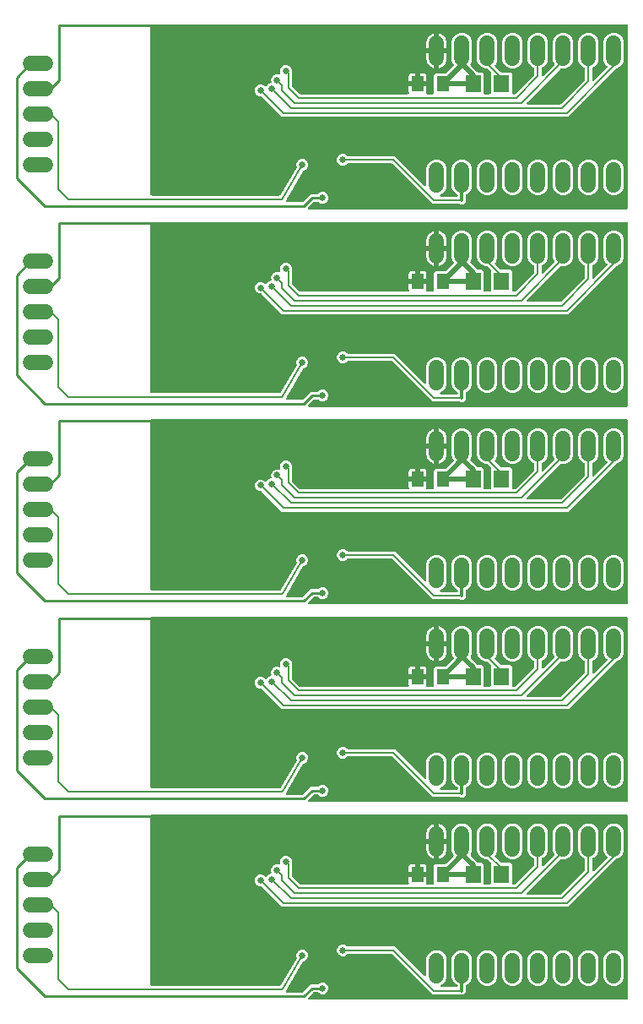
<source format=gbl>
G04 EAGLE Gerber RS-274X export*
G75*
%MOMM*%
%FSLAX34Y34*%
%LPD*%
%INBottom Copper*%
%IPPOS*%
%AMOC8*
5,1,8,0,0,1.08239X$1,22.5*%
G01*
%ADD10C,1.524000*%
%ADD11R,1.600000X1.803000*%
%ADD12R,1.270000X1.524000*%
%ADD13C,0.654800*%
%ADD14C,0.203200*%
%ADD15C,0.304800*%
%ADD16C,0.254000*%
%ADD17C,0.508000*%
%ADD18C,0.152400*%

G36*
X622418Y798363D02*
X622418Y798363D01*
X622537Y798370D01*
X622575Y798383D01*
X622616Y798388D01*
X622726Y798432D01*
X622839Y798469D01*
X622874Y798490D01*
X622911Y798505D01*
X623007Y798575D01*
X623108Y798639D01*
X623136Y798668D01*
X623169Y798692D01*
X623245Y798784D01*
X623326Y798870D01*
X623346Y798906D01*
X623371Y798937D01*
X623422Y799045D01*
X623480Y799149D01*
X623490Y799188D01*
X623507Y799225D01*
X623529Y799341D01*
X623559Y799457D01*
X623563Y799517D01*
X623567Y799537D01*
X623565Y799557D01*
X623569Y799617D01*
X623569Y982497D01*
X623554Y982616D01*
X623547Y982734D01*
X623534Y982773D01*
X623529Y982813D01*
X623486Y982924D01*
X623449Y983037D01*
X623427Y983071D01*
X623412Y983109D01*
X623343Y983205D01*
X623279Y983306D01*
X623249Y983333D01*
X623226Y983366D01*
X623134Y983442D01*
X623047Y983523D01*
X623012Y983543D01*
X622981Y983569D01*
X622873Y983620D01*
X622769Y983677D01*
X622729Y983687D01*
X622693Y983704D01*
X622576Y983727D01*
X622461Y983756D01*
X622401Y983760D01*
X622381Y983764D01*
X622360Y983763D01*
X622300Y983767D01*
X146050Y983767D01*
X145932Y983752D01*
X145813Y983744D01*
X145775Y983732D01*
X145734Y983727D01*
X145624Y983683D01*
X145511Y983646D01*
X145476Y983625D01*
X145439Y983610D01*
X145343Y983540D01*
X145242Y983476D01*
X145214Y983447D01*
X145181Y983423D01*
X145106Y983331D01*
X145024Y983245D01*
X145004Y983209D01*
X144979Y983178D01*
X144928Y983070D01*
X144870Y982966D01*
X144860Y982927D01*
X144843Y982890D01*
X144821Y982773D01*
X144791Y982658D01*
X144787Y982598D01*
X144783Y982578D01*
X144785Y982558D01*
X144781Y982497D01*
X144781Y813333D01*
X144796Y813215D01*
X144803Y813096D01*
X144816Y813058D01*
X144821Y813018D01*
X144864Y812907D01*
X144901Y812794D01*
X144923Y812760D01*
X144938Y812722D01*
X145007Y812626D01*
X145071Y812525D01*
X145101Y812498D01*
X145124Y812465D01*
X145216Y812389D01*
X145303Y812307D01*
X145338Y812288D01*
X145369Y812262D01*
X145477Y812211D01*
X145581Y812154D01*
X145621Y812144D01*
X145657Y812126D01*
X145774Y812104D01*
X145889Y812074D01*
X145949Y812071D01*
X145969Y812067D01*
X145990Y812068D01*
X146050Y812064D01*
X274259Y812064D01*
X274358Y812077D01*
X274457Y812080D01*
X274515Y812096D01*
X274575Y812104D01*
X274667Y812140D01*
X274762Y812168D01*
X274814Y812199D01*
X274871Y812221D01*
X274951Y812279D01*
X275036Y812329D01*
X275112Y812396D01*
X275128Y812408D01*
X275136Y812417D01*
X275157Y812436D01*
X275508Y812787D01*
X275558Y812852D01*
X275617Y812911D01*
X275698Y813032D01*
X275703Y813038D01*
X275704Y813040D01*
X275707Y813045D01*
X291473Y840072D01*
X291483Y840096D01*
X291497Y840117D01*
X291545Y840242D01*
X291597Y840365D01*
X291601Y840390D01*
X291610Y840414D01*
X291625Y840547D01*
X291645Y840679D01*
X291643Y840705D01*
X291645Y840730D01*
X291627Y840863D01*
X291613Y840996D01*
X291605Y841020D01*
X291601Y841045D01*
X291549Y841197D01*
X291365Y841641D01*
X291365Y843954D01*
X292250Y846091D01*
X293886Y847727D01*
X296023Y848612D01*
X298337Y848612D01*
X300474Y847727D01*
X302110Y846091D01*
X302995Y843954D01*
X302995Y841641D01*
X302110Y839504D01*
X300474Y837868D01*
X298164Y836911D01*
X298152Y836904D01*
X298139Y836901D01*
X298015Y836826D01*
X297887Y836753D01*
X297878Y836744D01*
X297867Y836737D01*
X297764Y836634D01*
X297659Y836532D01*
X297652Y836521D01*
X297643Y836512D01*
X297553Y836378D01*
X282194Y810048D01*
X282157Y809960D01*
X282111Y809877D01*
X282095Y809815D01*
X282069Y809755D01*
X282055Y809661D01*
X282031Y809569D01*
X282024Y809460D01*
X282021Y809441D01*
X282022Y809431D01*
X282021Y809408D01*
X282021Y809240D01*
X281421Y808640D01*
X281370Y808574D01*
X281312Y808515D01*
X281230Y808394D01*
X281226Y808388D01*
X281225Y808386D01*
X281222Y808382D01*
X280647Y807397D01*
X280594Y807273D01*
X280537Y807150D01*
X280532Y807127D01*
X280523Y807104D01*
X280502Y806970D01*
X280477Y806838D01*
X280479Y806814D01*
X280475Y806790D01*
X280488Y806655D01*
X280497Y806520D01*
X280504Y806498D01*
X280507Y806473D01*
X280553Y806346D01*
X280595Y806218D01*
X280608Y806198D01*
X280616Y806175D01*
X280693Y806064D01*
X280765Y805949D01*
X280783Y805933D01*
X280796Y805913D01*
X280898Y805824D01*
X280997Y805731D01*
X281018Y805720D01*
X281036Y805704D01*
X281157Y805643D01*
X281275Y805578D01*
X281298Y805572D01*
X281320Y805561D01*
X281452Y805532D01*
X281583Y805498D01*
X281617Y805496D01*
X281631Y805493D01*
X281652Y805494D01*
X281744Y805488D01*
X296635Y805488D01*
X296733Y805501D01*
X296832Y805504D01*
X296890Y805520D01*
X296950Y805528D01*
X297043Y805564D01*
X297138Y805592D01*
X297190Y805623D01*
X297246Y805645D01*
X297326Y805703D01*
X297412Y805753D01*
X297487Y805820D01*
X297503Y805832D01*
X297511Y805841D01*
X297532Y805860D01*
X305261Y813588D01*
X312562Y813588D01*
X312660Y813601D01*
X312759Y813604D01*
X312817Y813620D01*
X312877Y813628D01*
X312969Y813664D01*
X313064Y813692D01*
X313117Y813723D01*
X313173Y813745D01*
X313253Y813803D01*
X313338Y813853D01*
X313414Y813920D01*
X313430Y813932D01*
X313438Y813941D01*
X313459Y813960D01*
X314206Y814707D01*
X316343Y815592D01*
X318657Y815592D01*
X320794Y814707D01*
X322430Y813071D01*
X323315Y810934D01*
X323315Y808621D01*
X322430Y806484D01*
X320794Y804848D01*
X318657Y803963D01*
X316343Y803963D01*
X314206Y804848D01*
X313459Y805595D01*
X313381Y805656D01*
X313309Y805723D01*
X313256Y805753D01*
X313208Y805790D01*
X313117Y805829D01*
X313030Y805877D01*
X312972Y805892D01*
X312916Y805916D01*
X312818Y805932D01*
X312722Y805956D01*
X312622Y805963D01*
X312602Y805966D01*
X312590Y805965D01*
X312562Y805967D01*
X308943Y805967D01*
X308845Y805954D01*
X308746Y805951D01*
X308688Y805934D01*
X308628Y805927D01*
X308536Y805890D01*
X308441Y805863D01*
X308388Y805832D01*
X308332Y805810D01*
X308252Y805752D01*
X308167Y805701D01*
X308091Y805635D01*
X308075Y805623D01*
X308073Y805621D01*
X308072Y805620D01*
X308065Y805612D01*
X308046Y805595D01*
X302966Y800515D01*
X302881Y800405D01*
X302792Y800298D01*
X302783Y800280D01*
X302771Y800264D01*
X302715Y800136D01*
X302656Y800010D01*
X302653Y799990D01*
X302645Y799972D01*
X302623Y799834D01*
X302597Y799698D01*
X302598Y799678D01*
X302595Y799658D01*
X302608Y799519D01*
X302616Y799381D01*
X302623Y799361D01*
X302624Y799341D01*
X302672Y799210D01*
X302714Y799078D01*
X302725Y799061D01*
X302732Y799042D01*
X302810Y798927D01*
X302885Y798809D01*
X302899Y798795D01*
X302911Y798779D01*
X303015Y798687D01*
X303116Y798591D01*
X303134Y798582D01*
X303149Y798568D01*
X303273Y798505D01*
X303395Y798438D01*
X303414Y798433D01*
X303432Y798424D01*
X303568Y798393D01*
X303703Y798358D01*
X303731Y798357D01*
X303743Y798354D01*
X303763Y798355D01*
X303863Y798348D01*
X622300Y798348D01*
X622418Y798363D01*
G37*
G36*
X622418Y6366D02*
X622418Y6366D01*
X622537Y6373D01*
X622575Y6386D01*
X622616Y6391D01*
X622726Y6434D01*
X622839Y6471D01*
X622874Y6493D01*
X622911Y6508D01*
X623007Y6578D01*
X623108Y6641D01*
X623136Y6671D01*
X623169Y6694D01*
X623245Y6786D01*
X623326Y6873D01*
X623346Y6908D01*
X623371Y6939D01*
X623422Y7047D01*
X623480Y7151D01*
X623490Y7191D01*
X623507Y7227D01*
X623529Y7344D01*
X623559Y7459D01*
X623563Y7520D01*
X623567Y7540D01*
X623565Y7560D01*
X623569Y7620D01*
X623569Y190500D01*
X623554Y190618D01*
X623547Y190737D01*
X623534Y190775D01*
X623529Y190816D01*
X623486Y190926D01*
X623449Y191039D01*
X623427Y191074D01*
X623412Y191111D01*
X623343Y191207D01*
X623279Y191308D01*
X623249Y191336D01*
X623226Y191369D01*
X623134Y191445D01*
X623047Y191526D01*
X623012Y191546D01*
X622981Y191571D01*
X622873Y191622D01*
X622769Y191680D01*
X622729Y191690D01*
X622693Y191707D01*
X622576Y191729D01*
X622461Y191759D01*
X622401Y191763D01*
X622381Y191767D01*
X622360Y191765D01*
X622300Y191769D01*
X146050Y191769D01*
X145932Y191754D01*
X145813Y191747D01*
X145775Y191734D01*
X145734Y191729D01*
X145624Y191686D01*
X145511Y191649D01*
X145476Y191627D01*
X145439Y191612D01*
X145343Y191543D01*
X145242Y191479D01*
X145214Y191449D01*
X145181Y191426D01*
X145106Y191334D01*
X145024Y191247D01*
X145004Y191212D01*
X144979Y191181D01*
X144928Y191073D01*
X144870Y190969D01*
X144860Y190929D01*
X144843Y190893D01*
X144821Y190776D01*
X144791Y190661D01*
X144787Y190601D01*
X144783Y190581D01*
X144785Y190560D01*
X144781Y190500D01*
X144781Y21336D01*
X144796Y21218D01*
X144803Y21099D01*
X144816Y21061D01*
X144821Y21020D01*
X144864Y20910D01*
X144901Y20797D01*
X144923Y20762D01*
X144938Y20725D01*
X145007Y20629D01*
X145071Y20528D01*
X145101Y20500D01*
X145124Y20467D01*
X145216Y20391D01*
X145303Y20310D01*
X145338Y20290D01*
X145369Y20265D01*
X145477Y20214D01*
X145581Y20156D01*
X145621Y20146D01*
X145657Y20129D01*
X145774Y20107D01*
X145889Y20077D01*
X145949Y20073D01*
X145969Y20069D01*
X145990Y20071D01*
X146050Y20067D01*
X274259Y20067D01*
X274358Y20079D01*
X274457Y20082D01*
X274515Y20099D01*
X274575Y20107D01*
X274667Y20143D01*
X274762Y20171D01*
X274814Y20201D01*
X274871Y20224D01*
X274951Y20282D01*
X275036Y20332D01*
X275112Y20398D01*
X275128Y20410D01*
X275136Y20420D01*
X275157Y20438D01*
X275508Y20789D01*
X275558Y20855D01*
X275617Y20914D01*
X275698Y21035D01*
X275703Y21040D01*
X275704Y21043D01*
X275707Y21047D01*
X291473Y48075D01*
X291483Y48098D01*
X291497Y48119D01*
X291545Y48245D01*
X291597Y48367D01*
X291601Y48393D01*
X291610Y48417D01*
X291625Y48550D01*
X291645Y48682D01*
X291643Y48707D01*
X291645Y48733D01*
X291627Y48865D01*
X291613Y48998D01*
X291605Y49022D01*
X291601Y49048D01*
X291549Y49200D01*
X291365Y49643D01*
X291365Y51957D01*
X292250Y54094D01*
X293886Y55730D01*
X296023Y56615D01*
X298337Y56615D01*
X300474Y55730D01*
X302110Y54094D01*
X302995Y51957D01*
X302995Y49643D01*
X302110Y47506D01*
X300474Y45870D01*
X298164Y44914D01*
X298152Y44907D01*
X298139Y44903D01*
X298015Y44829D01*
X297887Y44756D01*
X297878Y44747D01*
X297867Y44740D01*
X297764Y44637D01*
X297659Y44535D01*
X297652Y44523D01*
X297643Y44514D01*
X297553Y44380D01*
X282194Y18051D01*
X282157Y17963D01*
X282111Y17880D01*
X282095Y17817D01*
X282069Y17758D01*
X282055Y17664D01*
X282031Y17572D01*
X282024Y17462D01*
X282021Y17444D01*
X282022Y17433D01*
X282021Y17411D01*
X282021Y17243D01*
X281421Y16642D01*
X281370Y16577D01*
X281312Y16518D01*
X281230Y16396D01*
X281226Y16391D01*
X281225Y16389D01*
X281222Y16384D01*
X280647Y15400D01*
X280594Y15275D01*
X280537Y15153D01*
X280532Y15129D01*
X280523Y15107D01*
X280502Y14973D01*
X280477Y14840D01*
X280479Y14816D01*
X280475Y14792D01*
X280488Y14658D01*
X280497Y14523D01*
X280504Y14500D01*
X280507Y14476D01*
X280553Y14349D01*
X280595Y14221D01*
X280608Y14200D01*
X280616Y14177D01*
X280693Y14066D01*
X280765Y13952D01*
X280783Y13935D01*
X280796Y13915D01*
X280898Y13826D01*
X280997Y13734D01*
X281018Y13722D01*
X281036Y13706D01*
X281157Y13646D01*
X281275Y13580D01*
X281298Y13574D01*
X281320Y13564D01*
X281452Y13535D01*
X281583Y13501D01*
X281617Y13499D01*
X281631Y13496D01*
X281652Y13497D01*
X281744Y13491D01*
X296635Y13491D01*
X296733Y13503D01*
X296832Y13506D01*
X296890Y13523D01*
X296950Y13531D01*
X297043Y13567D01*
X297138Y13595D01*
X297190Y13625D01*
X297246Y13648D01*
X297326Y13706D01*
X297412Y13756D01*
X297487Y13822D01*
X297503Y13834D01*
X297511Y13844D01*
X297532Y13862D01*
X305261Y21591D01*
X312562Y21591D01*
X312660Y21603D01*
X312759Y21606D01*
X312817Y21623D01*
X312877Y21631D01*
X312969Y21667D01*
X313064Y21695D01*
X313117Y21725D01*
X313173Y21748D01*
X313253Y21806D01*
X313338Y21856D01*
X313414Y21922D01*
X313430Y21934D01*
X313438Y21944D01*
X313459Y21962D01*
X314206Y22710D01*
X316343Y23595D01*
X318657Y23595D01*
X320794Y22710D01*
X322430Y21074D01*
X323315Y18937D01*
X323315Y16623D01*
X322430Y14486D01*
X320794Y12850D01*
X318657Y11965D01*
X316343Y11965D01*
X314206Y12850D01*
X313459Y13598D01*
X313381Y13658D01*
X313309Y13726D01*
X313256Y13755D01*
X313208Y13792D01*
X313117Y13832D01*
X313030Y13880D01*
X312972Y13895D01*
X312916Y13919D01*
X312818Y13934D01*
X312722Y13959D01*
X312622Y13965D01*
X312602Y13969D01*
X312590Y13967D01*
X312562Y13969D01*
X308943Y13969D01*
X308845Y13957D01*
X308746Y13954D01*
X308688Y13937D01*
X308628Y13929D01*
X308536Y13893D01*
X308441Y13865D01*
X308388Y13835D01*
X308332Y13812D01*
X308252Y13754D01*
X308167Y13704D01*
X308091Y13638D01*
X308075Y13626D01*
X308073Y13624D01*
X308072Y13623D01*
X308065Y13614D01*
X308046Y13598D01*
X302966Y8518D01*
X302881Y8408D01*
X302792Y8301D01*
X302783Y8282D01*
X302771Y8266D01*
X302715Y8138D01*
X302656Y8013D01*
X302653Y7993D01*
X302645Y7974D01*
X302623Y7836D01*
X302597Y7701D01*
X302598Y7680D01*
X302595Y7660D01*
X302608Y7521D01*
X302616Y7383D01*
X302623Y7364D01*
X302624Y7344D01*
X302672Y7212D01*
X302714Y7081D01*
X302725Y7063D01*
X302732Y7044D01*
X302810Y6929D01*
X302885Y6812D01*
X302899Y6798D01*
X302911Y6781D01*
X303015Y6689D01*
X303116Y6594D01*
X303134Y6584D01*
X303149Y6571D01*
X303273Y6507D01*
X303395Y6440D01*
X303414Y6435D01*
X303432Y6426D01*
X303568Y6396D01*
X303703Y6361D01*
X303731Y6359D01*
X303743Y6357D01*
X303763Y6357D01*
X303863Y6351D01*
X622300Y6351D01*
X622418Y6366D01*
G37*
G36*
X622418Y402377D02*
X622418Y402377D01*
X622537Y402384D01*
X622575Y402397D01*
X622616Y402402D01*
X622726Y402446D01*
X622839Y402483D01*
X622874Y402504D01*
X622911Y402519D01*
X623007Y402589D01*
X623108Y402653D01*
X623136Y402682D01*
X623169Y402706D01*
X623245Y402798D01*
X623326Y402884D01*
X623346Y402920D01*
X623371Y402951D01*
X623422Y403059D01*
X623480Y403163D01*
X623490Y403202D01*
X623507Y403239D01*
X623529Y403355D01*
X623559Y403471D01*
X623563Y403531D01*
X623567Y403551D01*
X623565Y403571D01*
X623569Y403631D01*
X623569Y586511D01*
X623554Y586630D01*
X623547Y586748D01*
X623534Y586787D01*
X623529Y586827D01*
X623486Y586938D01*
X623449Y587051D01*
X623427Y587085D01*
X623412Y587123D01*
X623343Y587219D01*
X623279Y587320D01*
X623249Y587347D01*
X623226Y587380D01*
X623134Y587456D01*
X623047Y587537D01*
X623012Y587557D01*
X622981Y587583D01*
X622873Y587634D01*
X622769Y587691D01*
X622729Y587701D01*
X622693Y587718D01*
X622576Y587741D01*
X622461Y587770D01*
X622401Y587774D01*
X622381Y587778D01*
X622360Y587777D01*
X622300Y587781D01*
X146050Y587781D01*
X145932Y587766D01*
X145813Y587758D01*
X145775Y587746D01*
X145734Y587741D01*
X145624Y587697D01*
X145511Y587660D01*
X145476Y587639D01*
X145439Y587624D01*
X145343Y587554D01*
X145242Y587490D01*
X145214Y587461D01*
X145181Y587437D01*
X145106Y587345D01*
X145024Y587259D01*
X145004Y587223D01*
X144979Y587192D01*
X144928Y587084D01*
X144870Y586980D01*
X144860Y586941D01*
X144843Y586904D01*
X144821Y586787D01*
X144791Y586672D01*
X144787Y586612D01*
X144783Y586592D01*
X144785Y586572D01*
X144781Y586511D01*
X144781Y417347D01*
X144796Y417229D01*
X144803Y417110D01*
X144816Y417072D01*
X144821Y417032D01*
X144864Y416921D01*
X144901Y416808D01*
X144923Y416774D01*
X144938Y416736D01*
X145008Y416640D01*
X145071Y416539D01*
X145101Y416512D01*
X145124Y416479D01*
X145216Y416403D01*
X145303Y416321D01*
X145338Y416302D01*
X145369Y416276D01*
X145477Y416225D01*
X145581Y416168D01*
X145621Y416158D01*
X145657Y416140D01*
X145774Y416118D01*
X145889Y416088D01*
X145950Y416085D01*
X145970Y416081D01*
X145990Y416082D01*
X146050Y416078D01*
X274259Y416078D01*
X274358Y416091D01*
X274457Y416094D01*
X274515Y416110D01*
X274575Y416118D01*
X274667Y416154D01*
X274762Y416182D01*
X274814Y416213D01*
X274871Y416235D01*
X274951Y416293D01*
X275036Y416343D01*
X275112Y416410D01*
X275128Y416422D01*
X275136Y416431D01*
X275157Y416450D01*
X275508Y416801D01*
X275558Y416866D01*
X275617Y416925D01*
X275698Y417046D01*
X275703Y417052D01*
X275704Y417054D01*
X275707Y417059D01*
X291473Y444086D01*
X291483Y444110D01*
X291497Y444131D01*
X291545Y444256D01*
X291597Y444379D01*
X291601Y444404D01*
X291610Y444428D01*
X291625Y444561D01*
X291645Y444693D01*
X291643Y444719D01*
X291645Y444744D01*
X291627Y444877D01*
X291613Y445010D01*
X291605Y445034D01*
X291601Y445059D01*
X291549Y445211D01*
X291365Y445655D01*
X291365Y447968D01*
X292250Y450105D01*
X293886Y451741D01*
X296023Y452626D01*
X298337Y452626D01*
X300474Y451741D01*
X302110Y450105D01*
X302995Y447968D01*
X302995Y445655D01*
X302110Y443518D01*
X300474Y441882D01*
X298164Y440925D01*
X298152Y440918D01*
X298139Y440915D01*
X298015Y440840D01*
X297887Y440767D01*
X297878Y440758D01*
X297867Y440751D01*
X297764Y440648D01*
X297659Y440546D01*
X297652Y440535D01*
X297643Y440526D01*
X297553Y440392D01*
X282194Y414062D01*
X282157Y413974D01*
X282111Y413891D01*
X282095Y413829D01*
X282069Y413769D01*
X282055Y413675D01*
X282031Y413583D01*
X282024Y413474D01*
X282021Y413455D01*
X282022Y413445D01*
X282021Y413422D01*
X282021Y413254D01*
X281421Y412654D01*
X281370Y412588D01*
X281312Y412529D01*
X281230Y412408D01*
X281226Y412402D01*
X281225Y412400D01*
X281222Y412396D01*
X280647Y411411D01*
X280594Y411287D01*
X280537Y411164D01*
X280532Y411141D01*
X280523Y411118D01*
X280502Y410984D01*
X280477Y410852D01*
X280479Y410828D01*
X280475Y410804D01*
X280488Y410669D01*
X280497Y410534D01*
X280504Y410512D01*
X280507Y410487D01*
X280553Y410360D01*
X280595Y410232D01*
X280608Y410212D01*
X280616Y410189D01*
X280693Y410078D01*
X280765Y409963D01*
X280783Y409947D01*
X280796Y409927D01*
X280898Y409838D01*
X280997Y409745D01*
X281018Y409734D01*
X281036Y409718D01*
X281157Y409657D01*
X281275Y409592D01*
X281298Y409586D01*
X281320Y409575D01*
X281452Y409546D01*
X281583Y409512D01*
X281617Y409510D01*
X281631Y409507D01*
X281652Y409508D01*
X281744Y409502D01*
X296635Y409502D01*
X296733Y409515D01*
X296832Y409518D01*
X296890Y409534D01*
X296950Y409542D01*
X297043Y409578D01*
X297138Y409606D01*
X297190Y409637D01*
X297246Y409659D01*
X297326Y409717D01*
X297412Y409767D01*
X297487Y409834D01*
X297504Y409846D01*
X297511Y409855D01*
X297532Y409874D01*
X302657Y414998D01*
X305261Y417602D01*
X312562Y417602D01*
X312660Y417615D01*
X312759Y417618D01*
X312817Y417634D01*
X312877Y417642D01*
X312969Y417678D01*
X313064Y417706D01*
X313117Y417737D01*
X313173Y417759D01*
X313253Y417817D01*
X313338Y417867D01*
X313414Y417934D01*
X313430Y417946D01*
X313438Y417955D01*
X313459Y417974D01*
X314206Y418721D01*
X316343Y419606D01*
X318657Y419606D01*
X320794Y418721D01*
X322430Y417085D01*
X323315Y414948D01*
X323315Y412635D01*
X322430Y410498D01*
X320794Y408862D01*
X318657Y407977D01*
X316343Y407977D01*
X314206Y408862D01*
X313459Y409609D01*
X313381Y409670D01*
X313309Y409737D01*
X313256Y409767D01*
X313208Y409804D01*
X313117Y409843D01*
X313030Y409891D01*
X312972Y409906D01*
X312916Y409930D01*
X312818Y409946D01*
X312722Y409970D01*
X312622Y409977D01*
X312602Y409980D01*
X312590Y409979D01*
X312562Y409981D01*
X308943Y409981D01*
X308845Y409968D01*
X308746Y409965D01*
X308688Y409948D01*
X308628Y409941D01*
X308536Y409904D01*
X308441Y409877D01*
X308388Y409846D01*
X308332Y409824D01*
X308252Y409766D01*
X308167Y409715D01*
X308091Y409649D01*
X308075Y409637D01*
X308073Y409635D01*
X308072Y409634D01*
X308065Y409626D01*
X308046Y409609D01*
X302966Y404529D01*
X302881Y404419D01*
X302792Y404312D01*
X302783Y404294D01*
X302771Y404278D01*
X302715Y404150D01*
X302656Y404024D01*
X302653Y404004D01*
X302645Y403986D01*
X302623Y403848D01*
X302597Y403712D01*
X302598Y403692D01*
X302595Y403672D01*
X302608Y403533D01*
X302616Y403395D01*
X302623Y403375D01*
X302624Y403355D01*
X302672Y403224D01*
X302714Y403092D01*
X302725Y403075D01*
X302732Y403056D01*
X302810Y402941D01*
X302885Y402823D01*
X302899Y402809D01*
X302911Y402793D01*
X303015Y402701D01*
X303116Y402605D01*
X303134Y402596D01*
X303149Y402582D01*
X303273Y402519D01*
X303395Y402452D01*
X303414Y402447D01*
X303432Y402438D01*
X303568Y402407D01*
X303703Y402372D01*
X303731Y402371D01*
X303743Y402368D01*
X303763Y402369D01*
X303863Y402362D01*
X622300Y402362D01*
X622418Y402377D01*
G37*
G36*
X622418Y204359D02*
X622418Y204359D01*
X622537Y204366D01*
X622575Y204379D01*
X622616Y204384D01*
X622726Y204427D01*
X622839Y204464D01*
X622874Y204486D01*
X622911Y204501D01*
X623007Y204571D01*
X623108Y204634D01*
X623136Y204664D01*
X623169Y204687D01*
X623245Y204779D01*
X623326Y204866D01*
X623346Y204901D01*
X623371Y204932D01*
X623422Y205040D01*
X623480Y205144D01*
X623490Y205184D01*
X623507Y205220D01*
X623529Y205337D01*
X623559Y205452D01*
X623563Y205513D01*
X623567Y205533D01*
X623565Y205553D01*
X623569Y205613D01*
X623569Y388493D01*
X623554Y388611D01*
X623547Y388730D01*
X623534Y388768D01*
X623529Y388809D01*
X623486Y388919D01*
X623449Y389032D01*
X623427Y389067D01*
X623412Y389104D01*
X623343Y389200D01*
X623279Y389301D01*
X623249Y389329D01*
X623226Y389362D01*
X623134Y389438D01*
X623047Y389519D01*
X623012Y389539D01*
X622981Y389564D01*
X622873Y389615D01*
X622769Y389673D01*
X622729Y389683D01*
X622693Y389700D01*
X622576Y389722D01*
X622461Y389752D01*
X622401Y389756D01*
X622381Y389760D01*
X622360Y389758D01*
X622300Y389762D01*
X146050Y389762D01*
X145932Y389747D01*
X145813Y389740D01*
X145775Y389727D01*
X145734Y389722D01*
X145624Y389679D01*
X145511Y389642D01*
X145476Y389620D01*
X145439Y389605D01*
X145343Y389536D01*
X145242Y389472D01*
X145214Y389442D01*
X145181Y389419D01*
X145106Y389327D01*
X145024Y389240D01*
X145004Y389205D01*
X144979Y389174D01*
X144928Y389066D01*
X144870Y388962D01*
X144860Y388922D01*
X144843Y388886D01*
X144821Y388769D01*
X144791Y388654D01*
X144787Y388594D01*
X144783Y388574D01*
X144785Y388553D01*
X144781Y388493D01*
X144781Y219329D01*
X144796Y219211D01*
X144803Y219092D01*
X144816Y219054D01*
X144821Y219013D01*
X144864Y218903D01*
X144901Y218790D01*
X144923Y218755D01*
X144938Y218718D01*
X145008Y218622D01*
X145071Y218521D01*
X145101Y218493D01*
X145124Y218460D01*
X145216Y218384D01*
X145303Y218303D01*
X145338Y218283D01*
X145369Y218258D01*
X145477Y218207D01*
X145581Y218149D01*
X145621Y218139D01*
X145657Y218122D01*
X145774Y218100D01*
X145889Y218070D01*
X145950Y218066D01*
X145970Y218062D01*
X145990Y218064D01*
X146050Y218060D01*
X274259Y218060D01*
X274358Y218072D01*
X274457Y218075D01*
X274515Y218092D01*
X274575Y218100D01*
X274667Y218136D01*
X274762Y218164D01*
X274814Y218194D01*
X274871Y218217D01*
X274951Y218275D01*
X275036Y218325D01*
X275112Y218391D01*
X275128Y218403D01*
X275136Y218413D01*
X275157Y218431D01*
X275508Y218782D01*
X275558Y218848D01*
X275617Y218907D01*
X275698Y219028D01*
X275703Y219033D01*
X275704Y219036D01*
X275707Y219040D01*
X291473Y246068D01*
X291483Y246091D01*
X291497Y246112D01*
X291545Y246238D01*
X291597Y246360D01*
X291601Y246386D01*
X291610Y246410D01*
X291625Y246543D01*
X291645Y246675D01*
X291643Y246700D01*
X291645Y246726D01*
X291627Y246858D01*
X291613Y246991D01*
X291605Y247015D01*
X291601Y247041D01*
X291549Y247193D01*
X291365Y247636D01*
X291365Y249950D01*
X292250Y252087D01*
X293886Y253723D01*
X296023Y254608D01*
X298337Y254608D01*
X300474Y253723D01*
X302110Y252087D01*
X302995Y249950D01*
X302995Y247636D01*
X302110Y245499D01*
X300474Y243863D01*
X298164Y242907D01*
X298152Y242900D01*
X298139Y242896D01*
X298015Y242822D01*
X297887Y242749D01*
X297878Y242740D01*
X297867Y242733D01*
X297764Y242630D01*
X297659Y242528D01*
X297652Y242516D01*
X297643Y242507D01*
X297553Y242373D01*
X282194Y216044D01*
X282157Y215956D01*
X282111Y215873D01*
X282095Y215810D01*
X282069Y215751D01*
X282055Y215657D01*
X282031Y215565D01*
X282024Y215455D01*
X282021Y215437D01*
X282022Y215426D01*
X282021Y215404D01*
X282021Y215236D01*
X281421Y214635D01*
X281370Y214570D01*
X281312Y214511D01*
X281230Y214389D01*
X281226Y214384D01*
X281225Y214382D01*
X281222Y214377D01*
X280647Y213393D01*
X280594Y213268D01*
X280537Y213146D01*
X280532Y213122D01*
X280523Y213100D01*
X280502Y212966D01*
X280477Y212833D01*
X280479Y212809D01*
X280475Y212786D01*
X280488Y212651D01*
X280497Y212516D01*
X280504Y212493D01*
X280507Y212469D01*
X280553Y212342D01*
X280595Y212214D01*
X280608Y212193D01*
X280616Y212170D01*
X280693Y212059D01*
X280765Y211945D01*
X280783Y211928D01*
X280796Y211908D01*
X280898Y211820D01*
X280997Y211727D01*
X281018Y211715D01*
X281036Y211699D01*
X281157Y211639D01*
X281275Y211573D01*
X281298Y211567D01*
X281320Y211557D01*
X281452Y211528D01*
X281583Y211494D01*
X281617Y211492D01*
X281631Y211489D01*
X281652Y211490D01*
X281744Y211484D01*
X296635Y211484D01*
X296733Y211496D01*
X296832Y211499D01*
X296890Y211516D01*
X296950Y211524D01*
X297043Y211560D01*
X297138Y211588D01*
X297190Y211618D01*
X297246Y211641D01*
X297326Y211699D01*
X297412Y211749D01*
X297487Y211815D01*
X297503Y211827D01*
X297511Y211837D01*
X297532Y211855D01*
X305261Y219584D01*
X312562Y219584D01*
X312660Y219596D01*
X312759Y219599D01*
X312817Y219616D01*
X312877Y219624D01*
X312969Y219660D01*
X313064Y219688D01*
X313117Y219718D01*
X313173Y219741D01*
X313253Y219799D01*
X313338Y219849D01*
X313414Y219915D01*
X313430Y219927D01*
X313438Y219937D01*
X313459Y219955D01*
X314206Y220703D01*
X316343Y221588D01*
X318657Y221588D01*
X320794Y220703D01*
X322430Y219067D01*
X323315Y216930D01*
X323315Y214616D01*
X322430Y212479D01*
X320794Y210843D01*
X318657Y209958D01*
X316343Y209958D01*
X314206Y210843D01*
X313459Y211591D01*
X313381Y211651D01*
X313309Y211719D01*
X313256Y211748D01*
X313208Y211785D01*
X313117Y211825D01*
X313030Y211873D01*
X312972Y211888D01*
X312916Y211912D01*
X312818Y211927D01*
X312722Y211952D01*
X312622Y211958D01*
X312602Y211962D01*
X312590Y211960D01*
X312562Y211962D01*
X308943Y211962D01*
X308845Y211950D01*
X308746Y211947D01*
X308688Y211930D01*
X308628Y211922D01*
X308536Y211886D01*
X308441Y211858D01*
X308388Y211828D01*
X308332Y211805D01*
X308252Y211747D01*
X308167Y211697D01*
X308091Y211631D01*
X308075Y211619D01*
X308073Y211617D01*
X308072Y211616D01*
X308065Y211607D01*
X308046Y211591D01*
X302966Y206511D01*
X302881Y206401D01*
X302792Y206294D01*
X302783Y206275D01*
X302771Y206259D01*
X302715Y206131D01*
X302656Y206006D01*
X302653Y205986D01*
X302645Y205967D01*
X302623Y205829D01*
X302597Y205694D01*
X302598Y205673D01*
X302595Y205653D01*
X302608Y205514D01*
X302616Y205376D01*
X302623Y205357D01*
X302624Y205337D01*
X302672Y205205D01*
X302714Y205074D01*
X302725Y205056D01*
X302732Y205037D01*
X302810Y204922D01*
X302885Y204805D01*
X302899Y204791D01*
X302911Y204774D01*
X303015Y204682D01*
X303116Y204587D01*
X303134Y204577D01*
X303149Y204564D01*
X303273Y204500D01*
X303395Y204433D01*
X303414Y204428D01*
X303432Y204419D01*
X303568Y204389D01*
X303703Y204354D01*
X303731Y204352D01*
X303743Y204350D01*
X303763Y204350D01*
X303863Y204344D01*
X622300Y204344D01*
X622418Y204359D01*
G37*
G36*
X622418Y600370D02*
X622418Y600370D01*
X622537Y600377D01*
X622575Y600390D01*
X622616Y600395D01*
X622726Y600439D01*
X622839Y600476D01*
X622874Y600497D01*
X622911Y600512D01*
X623007Y600582D01*
X623108Y600646D01*
X623136Y600675D01*
X623169Y600699D01*
X623245Y600791D01*
X623326Y600877D01*
X623346Y600913D01*
X623371Y600944D01*
X623422Y601052D01*
X623480Y601156D01*
X623490Y601195D01*
X623507Y601232D01*
X623529Y601348D01*
X623559Y601464D01*
X623563Y601524D01*
X623567Y601544D01*
X623565Y601564D01*
X623569Y601624D01*
X623569Y784504D01*
X623554Y784623D01*
X623547Y784741D01*
X623534Y784780D01*
X623529Y784820D01*
X623486Y784931D01*
X623449Y785044D01*
X623427Y785078D01*
X623412Y785116D01*
X623343Y785212D01*
X623279Y785313D01*
X623249Y785340D01*
X623226Y785373D01*
X623134Y785449D01*
X623047Y785530D01*
X623012Y785550D01*
X622981Y785576D01*
X622873Y785627D01*
X622769Y785684D01*
X622729Y785694D01*
X622693Y785711D01*
X622576Y785734D01*
X622461Y785763D01*
X622401Y785767D01*
X622381Y785771D01*
X622360Y785770D01*
X622300Y785774D01*
X146050Y785774D01*
X145932Y785759D01*
X145813Y785751D01*
X145775Y785739D01*
X145734Y785734D01*
X145624Y785690D01*
X145511Y785653D01*
X145476Y785632D01*
X145439Y785617D01*
X145343Y785547D01*
X145242Y785483D01*
X145214Y785454D01*
X145181Y785430D01*
X145106Y785338D01*
X145024Y785252D01*
X145004Y785216D01*
X144979Y785185D01*
X144928Y785077D01*
X144870Y784973D01*
X144860Y784934D01*
X144843Y784897D01*
X144821Y784780D01*
X144791Y784665D01*
X144787Y784605D01*
X144783Y784585D01*
X144785Y784565D01*
X144781Y784504D01*
X144781Y615340D01*
X144796Y615222D01*
X144803Y615103D01*
X144816Y615065D01*
X144821Y615025D01*
X144864Y614914D01*
X144901Y614801D01*
X144923Y614767D01*
X144938Y614729D01*
X145008Y614633D01*
X145071Y614532D01*
X145101Y614505D01*
X145124Y614472D01*
X145216Y614396D01*
X145303Y614314D01*
X145338Y614295D01*
X145369Y614269D01*
X145477Y614218D01*
X145581Y614161D01*
X145621Y614151D01*
X145657Y614133D01*
X145774Y614111D01*
X145889Y614081D01*
X145950Y614078D01*
X145970Y614074D01*
X145990Y614075D01*
X146050Y614071D01*
X274259Y614071D01*
X274358Y614084D01*
X274457Y614087D01*
X274515Y614103D01*
X274575Y614111D01*
X274667Y614147D01*
X274762Y614175D01*
X274814Y614206D01*
X274871Y614228D01*
X274951Y614286D01*
X275036Y614336D01*
X275112Y614403D01*
X275128Y614415D01*
X275136Y614424D01*
X275157Y614443D01*
X275508Y614794D01*
X275558Y614859D01*
X275617Y614918D01*
X275698Y615039D01*
X275703Y615045D01*
X275704Y615047D01*
X275707Y615052D01*
X291473Y642079D01*
X291483Y642103D01*
X291497Y642124D01*
X291545Y642249D01*
X291597Y642372D01*
X291601Y642397D01*
X291610Y642421D01*
X291625Y642554D01*
X291645Y642686D01*
X291643Y642712D01*
X291645Y642737D01*
X291627Y642870D01*
X291613Y643003D01*
X291605Y643027D01*
X291601Y643052D01*
X291549Y643204D01*
X291365Y643648D01*
X291365Y645961D01*
X292250Y648098D01*
X293886Y649734D01*
X296023Y650619D01*
X298337Y650619D01*
X300474Y649734D01*
X302110Y648098D01*
X302995Y645961D01*
X302995Y643648D01*
X302110Y641511D01*
X300474Y639875D01*
X298164Y638918D01*
X298152Y638911D01*
X298139Y638908D01*
X298015Y638833D01*
X297887Y638760D01*
X297878Y638751D01*
X297867Y638744D01*
X297764Y638641D01*
X297659Y638539D01*
X297652Y638528D01*
X297643Y638519D01*
X297553Y638385D01*
X282194Y612055D01*
X282157Y611967D01*
X282111Y611884D01*
X282095Y611822D01*
X282069Y611762D01*
X282055Y611668D01*
X282031Y611576D01*
X282024Y611467D01*
X282021Y611448D01*
X282022Y611438D01*
X282021Y611415D01*
X282021Y611247D01*
X281421Y610647D01*
X281370Y610581D01*
X281312Y610522D01*
X281230Y610401D01*
X281226Y610395D01*
X281225Y610393D01*
X281222Y610389D01*
X280647Y609404D01*
X280594Y609279D01*
X280537Y609157D01*
X280532Y609134D01*
X280523Y609111D01*
X280502Y608977D01*
X280477Y608845D01*
X280479Y608821D01*
X280475Y608797D01*
X280488Y608662D01*
X280497Y608527D01*
X280504Y608505D01*
X280507Y608480D01*
X280553Y608353D01*
X280595Y608225D01*
X280608Y608205D01*
X280616Y608182D01*
X280693Y608071D01*
X280765Y607956D01*
X280783Y607940D01*
X280796Y607920D01*
X280898Y607831D01*
X280997Y607738D01*
X281018Y607727D01*
X281036Y607711D01*
X281157Y607650D01*
X281275Y607585D01*
X281298Y607579D01*
X281320Y607568D01*
X281452Y607539D01*
X281583Y607505D01*
X281617Y607503D01*
X281631Y607500D01*
X281652Y607501D01*
X281744Y607495D01*
X296635Y607495D01*
X296733Y607508D01*
X296832Y607511D01*
X296890Y607527D01*
X296950Y607535D01*
X297043Y607571D01*
X297138Y607599D01*
X297190Y607630D01*
X297246Y607652D01*
X297326Y607710D01*
X297412Y607760D01*
X297487Y607827D01*
X297503Y607839D01*
X297511Y607848D01*
X297532Y607867D01*
X305261Y615595D01*
X312562Y615595D01*
X312660Y615608D01*
X312759Y615611D01*
X312817Y615627D01*
X312877Y615635D01*
X312969Y615671D01*
X313064Y615699D01*
X313117Y615730D01*
X313173Y615752D01*
X313253Y615810D01*
X313338Y615860D01*
X313414Y615927D01*
X313430Y615939D01*
X313438Y615948D01*
X313459Y615967D01*
X314206Y616714D01*
X316343Y617599D01*
X318657Y617599D01*
X320794Y616714D01*
X322430Y615078D01*
X323315Y612941D01*
X323315Y610628D01*
X322430Y608491D01*
X320794Y606855D01*
X318657Y605970D01*
X316343Y605970D01*
X314206Y606855D01*
X313459Y607602D01*
X313381Y607663D01*
X313309Y607730D01*
X313256Y607760D01*
X313208Y607797D01*
X313117Y607836D01*
X313030Y607884D01*
X312972Y607899D01*
X312916Y607923D01*
X312818Y607939D01*
X312722Y607963D01*
X312622Y607970D01*
X312602Y607973D01*
X312590Y607972D01*
X312562Y607974D01*
X308943Y607974D01*
X308845Y607961D01*
X308746Y607958D01*
X308688Y607941D01*
X308628Y607934D01*
X308536Y607897D01*
X308441Y607870D01*
X308388Y607839D01*
X308332Y607817D01*
X308252Y607759D01*
X308167Y607708D01*
X308091Y607642D01*
X308075Y607630D01*
X308073Y607628D01*
X308072Y607627D01*
X308065Y607619D01*
X308046Y607602D01*
X302966Y602522D01*
X302881Y602412D01*
X302792Y602305D01*
X302783Y602287D01*
X302771Y602271D01*
X302715Y602143D01*
X302656Y602017D01*
X302653Y601997D01*
X302645Y601979D01*
X302623Y601841D01*
X302597Y601705D01*
X302598Y601685D01*
X302595Y601665D01*
X302608Y601526D01*
X302616Y601388D01*
X302623Y601368D01*
X302624Y601348D01*
X302672Y601217D01*
X302714Y601085D01*
X302725Y601068D01*
X302732Y601049D01*
X302810Y600934D01*
X302885Y600816D01*
X302899Y600802D01*
X302911Y600786D01*
X303015Y600694D01*
X303116Y600598D01*
X303134Y600589D01*
X303149Y600575D01*
X303273Y600512D01*
X303395Y600445D01*
X303414Y600440D01*
X303432Y600431D01*
X303568Y600400D01*
X303703Y600365D01*
X303731Y600364D01*
X303743Y600361D01*
X303763Y600362D01*
X303863Y600355D01*
X622300Y600355D01*
X622418Y600370D01*
G37*
%LPC*%
G36*
X276657Y891311D02*
X276657Y891311D01*
X256427Y911541D01*
X256348Y911602D01*
X256276Y911669D01*
X256223Y911699D01*
X256175Y911736D01*
X256084Y911775D01*
X255998Y911823D01*
X255939Y911838D01*
X255883Y911862D01*
X255785Y911878D01*
X255690Y911902D01*
X255590Y911909D01*
X255569Y911912D01*
X255557Y911911D01*
X255529Y911913D01*
X254113Y911913D01*
X251976Y912798D01*
X250340Y914434D01*
X249455Y916571D01*
X249455Y918884D01*
X250340Y921021D01*
X251976Y922657D01*
X254113Y923542D01*
X256427Y923542D01*
X258564Y922657D01*
X259595Y921625D01*
X259635Y921595D01*
X259668Y921558D01*
X259760Y921498D01*
X259846Y921431D01*
X259892Y921411D01*
X259934Y921383D01*
X260038Y921348D01*
X260138Y921304D01*
X260187Y921296D01*
X260234Y921280D01*
X260344Y921272D01*
X260452Y921254D01*
X260502Y921259D01*
X260551Y921255D01*
X260659Y921274D01*
X260769Y921284D01*
X260816Y921301D01*
X260865Y921310D01*
X260965Y921355D01*
X261068Y921392D01*
X261109Y921420D01*
X261155Y921440D01*
X261241Y921509D01*
X261331Y921570D01*
X261364Y921608D01*
X261403Y921639D01*
X261469Y921726D01*
X261542Y921809D01*
X261565Y921853D01*
X261594Y921893D01*
X261665Y922037D01*
X261771Y922291D01*
X263406Y923927D01*
X265409Y924757D01*
X265513Y924816D01*
X265620Y924868D01*
X265650Y924894D01*
X265685Y924914D01*
X265771Y924997D01*
X265862Y925074D01*
X265885Y925107D01*
X265914Y925135D01*
X265976Y925237D01*
X266045Y925334D01*
X266059Y925372D01*
X266080Y925407D01*
X266115Y925520D01*
X266157Y925632D01*
X266162Y925672D01*
X266174Y925710D01*
X266179Y925829D01*
X266193Y925948D01*
X266187Y925988D01*
X266189Y926028D01*
X266165Y926144D01*
X266148Y926263D01*
X266129Y926320D01*
X266125Y926340D01*
X266116Y926358D01*
X266096Y926415D01*
X265965Y926731D01*
X265965Y929044D01*
X266850Y931181D01*
X268486Y932817D01*
X270623Y933702D01*
X272937Y933702D01*
X273381Y933518D01*
X273515Y933481D01*
X273648Y933440D01*
X273668Y933439D01*
X273688Y933434D01*
X273827Y933432D01*
X273966Y933425D01*
X273985Y933429D01*
X274006Y933429D01*
X274141Y933462D01*
X274277Y933490D01*
X274295Y933499D01*
X274315Y933503D01*
X274438Y933568D01*
X274563Y933629D01*
X274578Y933642D01*
X274596Y933652D01*
X274699Y933745D01*
X274805Y933836D01*
X274816Y933852D01*
X274831Y933866D01*
X274908Y933982D01*
X274988Y934096D01*
X274995Y934115D01*
X275006Y934132D01*
X275052Y934264D01*
X275101Y934393D01*
X275103Y934413D01*
X275109Y934432D01*
X275120Y934571D01*
X275136Y934709D01*
X275133Y934729D01*
X275135Y934749D01*
X275111Y934886D01*
X275091Y935024D01*
X275082Y935051D01*
X275080Y935063D01*
X275072Y935081D01*
X275039Y935176D01*
X274855Y935621D01*
X274855Y937934D01*
X275740Y940071D01*
X277376Y941707D01*
X279513Y942592D01*
X281827Y942592D01*
X283964Y941707D01*
X285600Y940071D01*
X286485Y937934D01*
X286485Y936518D01*
X286497Y936420D01*
X286500Y936321D01*
X286517Y936263D01*
X286525Y936203D01*
X286561Y936111D01*
X286589Y936016D01*
X286619Y935963D01*
X286642Y935907D01*
X286700Y935827D01*
X286750Y935742D01*
X286767Y935723D01*
X286767Y922266D01*
X286779Y922168D01*
X286782Y922069D01*
X286799Y922011D01*
X286807Y921951D01*
X286843Y921859D01*
X286871Y921764D01*
X286901Y921711D01*
X286924Y921655D01*
X286982Y921575D01*
X287032Y921490D01*
X287098Y921414D01*
X287110Y921398D01*
X287120Y921390D01*
X287138Y921369D01*
X294471Y914036D01*
X294550Y913975D01*
X294622Y913907D01*
X294675Y913878D01*
X294723Y913841D01*
X294814Y913802D01*
X294900Y913754D01*
X294959Y913739D01*
X295015Y913715D01*
X295113Y913699D01*
X295208Y913674D01*
X295308Y913668D01*
X295329Y913665D01*
X295341Y913666D01*
X295369Y913664D01*
X402881Y913664D01*
X403012Y913681D01*
X403144Y913692D01*
X403170Y913701D01*
X403196Y913704D01*
X403320Y913753D01*
X403445Y913796D01*
X403467Y913811D01*
X403492Y913821D01*
X403599Y913899D01*
X403710Y913972D01*
X403728Y913992D01*
X403749Y914008D01*
X403834Y914110D01*
X403923Y914209D01*
X403935Y914232D01*
X403952Y914253D01*
X404009Y914373D01*
X404070Y914491D01*
X404076Y914516D01*
X404087Y914541D01*
X404112Y914671D01*
X404143Y914800D01*
X404142Y914827D01*
X404147Y914853D01*
X404139Y914985D01*
X404136Y915118D01*
X404129Y915144D01*
X404127Y915170D01*
X404087Y915296D01*
X404051Y915424D01*
X404041Y915444D01*
X403859Y916123D01*
X403859Y921538D01*
X411480Y921538D01*
X411598Y921553D01*
X411717Y921561D01*
X411755Y921573D01*
X411795Y921578D01*
X411906Y921622D01*
X412019Y921659D01*
X412054Y921680D01*
X412091Y921695D01*
X412187Y921765D01*
X412288Y921829D01*
X412316Y921858D01*
X412348Y921882D01*
X412424Y921974D01*
X412506Y922060D01*
X412525Y922096D01*
X412551Y922127D01*
X412602Y922235D01*
X412659Y922339D01*
X412670Y922378D01*
X412687Y922415D01*
X412709Y922531D01*
X412739Y922647D01*
X412743Y922707D01*
X412747Y922727D01*
X412745Y922747D01*
X412749Y922807D01*
X412749Y924078D01*
X412751Y924078D01*
X412751Y922807D01*
X412766Y922689D01*
X412773Y922571D01*
X412786Y922532D01*
X412791Y922492D01*
X412835Y922381D01*
X412871Y922268D01*
X412893Y922234D01*
X412908Y922196D01*
X412978Y922100D01*
X413041Y921999D01*
X413071Y921972D01*
X413095Y921939D01*
X413186Y921863D01*
X413273Y921781D01*
X413308Y921762D01*
X413340Y921736D01*
X413447Y921685D01*
X413551Y921628D01*
X413591Y921618D01*
X413627Y921601D01*
X413744Y921578D01*
X413859Y921548D01*
X413920Y921545D01*
X413940Y921541D01*
X413960Y921542D01*
X414020Y921538D01*
X421641Y921538D01*
X421641Y916123D01*
X421447Y915399D01*
X421413Y915326D01*
X421408Y915300D01*
X421397Y915276D01*
X421378Y915144D01*
X421353Y915014D01*
X421354Y914987D01*
X421351Y914961D01*
X421364Y914829D01*
X421373Y914696D01*
X421381Y914671D01*
X421383Y914645D01*
X421430Y914520D01*
X421471Y914394D01*
X421485Y914371D01*
X421494Y914346D01*
X421570Y914237D01*
X421641Y914125D01*
X421660Y914107D01*
X421675Y914085D01*
X421776Y913998D01*
X421872Y913907D01*
X421896Y913894D01*
X421916Y913877D01*
X422035Y913818D01*
X422151Y913754D01*
X422177Y913747D01*
X422200Y913735D01*
X422330Y913707D01*
X422459Y913674D01*
X422496Y913672D01*
X422511Y913669D01*
X422533Y913670D01*
X422619Y913664D01*
X427990Y913664D01*
X428108Y913679D01*
X428227Y913686D01*
X428265Y913699D01*
X428306Y913704D01*
X428416Y913748D01*
X428529Y913784D01*
X428564Y913806D01*
X428601Y913821D01*
X428697Y913891D01*
X428798Y913955D01*
X428826Y913984D01*
X428859Y914008D01*
X428935Y914100D01*
X429016Y914186D01*
X429036Y914222D01*
X429061Y914253D01*
X429112Y914360D01*
X429170Y914465D01*
X429180Y914504D01*
X429197Y914541D01*
X429219Y914657D01*
X429249Y914773D01*
X429253Y914833D01*
X429257Y914853D01*
X429255Y914873D01*
X429259Y914933D01*
X429259Y932750D01*
X430748Y934238D01*
X440600Y934238D01*
X440698Y934251D01*
X440797Y934254D01*
X440855Y934270D01*
X440915Y934278D01*
X441007Y934314D01*
X441102Y934342D01*
X441155Y934373D01*
X441211Y934395D01*
X441291Y934453D01*
X441376Y934503D01*
X441452Y934570D01*
X441468Y934582D01*
X441476Y934591D01*
X441497Y934610D01*
X448700Y941813D01*
X448773Y941907D01*
X448852Y941996D01*
X448870Y942032D01*
X448895Y942064D01*
X448942Y942173D01*
X448997Y942279D01*
X449005Y942319D01*
X449021Y942356D01*
X449040Y942474D01*
X449066Y942590D01*
X449065Y942630D01*
X449071Y942670D01*
X449060Y942789D01*
X449056Y942908D01*
X449045Y942946D01*
X449041Y942987D01*
X449001Y943099D01*
X448968Y943213D01*
X448948Y943248D01*
X448934Y943286D01*
X448867Y943385D01*
X448807Y943487D01*
X448767Y943532D01*
X448755Y943549D01*
X448740Y943563D01*
X448700Y943608D01*
X448586Y943722D01*
X447039Y947456D01*
X447039Y966739D01*
X448586Y970473D01*
X451444Y973331D01*
X455179Y974878D01*
X459221Y974878D01*
X462956Y973331D01*
X465814Y970473D01*
X467361Y966739D01*
X467361Y947456D01*
X465845Y943796D01*
X465837Y943768D01*
X465823Y943741D01*
X465795Y943614D01*
X465761Y943489D01*
X465760Y943460D01*
X465754Y943431D01*
X465758Y943301D01*
X465756Y943171D01*
X465763Y943143D01*
X465763Y943113D01*
X465799Y942989D01*
X465830Y942862D01*
X465844Y942836D01*
X465852Y942808D01*
X465918Y942696D01*
X465979Y942581D01*
X465998Y942559D01*
X466013Y942534D01*
X466120Y942413D01*
X472528Y936005D01*
X472606Y935944D01*
X472678Y935876D01*
X472731Y935847D01*
X472779Y935810D01*
X472870Y935771D01*
X472957Y935723D01*
X473015Y935708D01*
X473071Y935684D01*
X473169Y935668D01*
X473265Y935643D01*
X473365Y935637D01*
X473385Y935634D01*
X473397Y935635D01*
X473425Y935633D01*
X477432Y935633D01*
X478921Y934145D01*
X478921Y914933D01*
X478936Y914815D01*
X478943Y914696D01*
X478956Y914658D01*
X478961Y914618D01*
X479004Y914507D01*
X479041Y914394D01*
X479063Y914360D01*
X479078Y914322D01*
X479147Y914226D01*
X479211Y914125D01*
X479241Y914098D01*
X479264Y914065D01*
X479356Y913989D01*
X479443Y913907D01*
X479478Y913888D01*
X479509Y913862D01*
X479617Y913811D01*
X479721Y913754D01*
X479761Y913744D01*
X479797Y913726D01*
X479914Y913704D01*
X480029Y913674D01*
X480089Y913671D01*
X480109Y913667D01*
X480130Y913668D01*
X480190Y913664D01*
X485010Y913664D01*
X485128Y913679D01*
X485247Y913686D01*
X485285Y913699D01*
X485326Y913704D01*
X485436Y913748D01*
X485549Y913784D01*
X485584Y913806D01*
X485621Y913821D01*
X485717Y913891D01*
X485818Y913955D01*
X485846Y913984D01*
X485879Y914008D01*
X485955Y914100D01*
X486036Y914186D01*
X486056Y914222D01*
X486081Y914253D01*
X486132Y914360D01*
X486190Y914465D01*
X486200Y914504D01*
X486217Y914541D01*
X486239Y914657D01*
X486269Y914773D01*
X486273Y914833D01*
X486277Y914853D01*
X486275Y914873D01*
X486279Y914933D01*
X486279Y934173D01*
X486305Y934202D01*
X486324Y934238D01*
X486348Y934270D01*
X486396Y934379D01*
X486450Y934486D01*
X486459Y934525D01*
X486475Y934562D01*
X486493Y934680D01*
X486519Y934796D01*
X486518Y934836D01*
X486525Y934876D01*
X486513Y934994D01*
X486510Y935114D01*
X486499Y935153D01*
X486495Y935193D01*
X486454Y935305D01*
X486421Y935419D01*
X486401Y935454D01*
X486387Y935492D01*
X486320Y935591D01*
X486260Y935693D01*
X486220Y935738D01*
X486209Y935755D01*
X486193Y935769D01*
X486153Y935814D01*
X483023Y938945D01*
X482944Y939006D01*
X482872Y939073D01*
X482819Y939103D01*
X482771Y939140D01*
X482680Y939179D01*
X482594Y939227D01*
X482535Y939242D01*
X482479Y939266D01*
X482381Y939282D01*
X482286Y939306D01*
X482186Y939313D01*
X482165Y939316D01*
X482153Y939315D01*
X482125Y939317D01*
X480579Y939317D01*
X476844Y940864D01*
X473986Y943722D01*
X472439Y947456D01*
X472439Y966739D01*
X473986Y970473D01*
X476844Y973331D01*
X480579Y974878D01*
X484621Y974878D01*
X488356Y973331D01*
X491214Y970473D01*
X492761Y966739D01*
X492761Y947456D01*
X491214Y943722D01*
X490657Y943165D01*
X490584Y943071D01*
X490505Y942982D01*
X490487Y942946D01*
X490462Y942914D01*
X490415Y942805D01*
X490361Y942699D01*
X490352Y942659D01*
X490336Y942622D01*
X490317Y942504D01*
X490291Y942388D01*
X490292Y942348D01*
X490286Y942308D01*
X490297Y942189D01*
X490301Y942070D01*
X490312Y942032D01*
X490316Y941991D01*
X490356Y941879D01*
X490389Y941765D01*
X490410Y941730D01*
X490423Y941692D01*
X490490Y941594D01*
X490551Y941491D01*
X490591Y941446D01*
X490602Y941429D01*
X490617Y941415D01*
X490657Y941370D01*
X496022Y936005D01*
X496101Y935944D01*
X496173Y935876D01*
X496226Y935847D01*
X496274Y935810D01*
X496365Y935771D01*
X496451Y935723D01*
X496510Y935708D01*
X496566Y935684D01*
X496664Y935668D01*
X496759Y935643D01*
X496859Y935637D01*
X496880Y935634D01*
X496892Y935635D01*
X496920Y935633D01*
X505872Y935633D01*
X507361Y934145D01*
X507361Y914933D01*
X507376Y914815D01*
X507383Y914696D01*
X507396Y914658D01*
X507401Y914618D01*
X507444Y914507D01*
X507481Y914394D01*
X507503Y914360D01*
X507518Y914322D01*
X507587Y914226D01*
X507651Y914125D01*
X507681Y914098D01*
X507704Y914065D01*
X507796Y913989D01*
X507883Y913907D01*
X507918Y913888D01*
X507949Y913862D01*
X508057Y913811D01*
X508161Y913754D01*
X508201Y913744D01*
X508237Y913726D01*
X508354Y913704D01*
X508469Y913674D01*
X508529Y913671D01*
X508549Y913667D01*
X508570Y913668D01*
X508630Y913664D01*
X509811Y913664D01*
X509909Y913677D01*
X510008Y913680D01*
X510066Y913696D01*
X510127Y913704D01*
X510219Y913740D01*
X510314Y913768D01*
X510366Y913799D01*
X510422Y913821D01*
X510502Y913879D01*
X510588Y913929D01*
X510663Y913996D01*
X510680Y914008D01*
X510687Y914017D01*
X510709Y914036D01*
X529472Y932799D01*
X529532Y932877D01*
X529600Y932949D01*
X529629Y933002D01*
X529666Y933050D01*
X529706Y933141D01*
X529754Y933228D01*
X529769Y933286D01*
X529793Y933342D01*
X529808Y933440D01*
X529833Y933536D01*
X529839Y933636D01*
X529843Y933656D01*
X529841Y933668D01*
X529843Y933696D01*
X529843Y939105D01*
X529840Y939134D01*
X529842Y939163D01*
X529820Y939291D01*
X529803Y939420D01*
X529793Y939448D01*
X529788Y939477D01*
X529734Y939595D01*
X529686Y939716D01*
X529669Y939740D01*
X529657Y939767D01*
X529576Y939868D01*
X529500Y939973D01*
X529477Y939992D01*
X529458Y940015D01*
X529355Y940093D01*
X529255Y940176D01*
X529228Y940189D01*
X529204Y940206D01*
X529060Y940277D01*
X527644Y940864D01*
X524786Y943722D01*
X523239Y947456D01*
X523239Y966739D01*
X524786Y970473D01*
X527644Y973331D01*
X531379Y974878D01*
X535421Y974878D01*
X539156Y973331D01*
X542014Y970473D01*
X543561Y966739D01*
X543561Y947456D01*
X542014Y943722D01*
X539156Y940864D01*
X537740Y940277D01*
X537715Y940263D01*
X537687Y940254D01*
X537577Y940184D01*
X537464Y940120D01*
X537443Y940099D01*
X537418Y940083D01*
X537329Y939989D01*
X537236Y939898D01*
X537220Y939873D01*
X537200Y939852D01*
X537137Y939738D01*
X537069Y939627D01*
X537061Y939599D01*
X537046Y939573D01*
X537014Y939448D01*
X536976Y939323D01*
X536974Y939294D01*
X536967Y939265D01*
X536957Y939105D01*
X536957Y933188D01*
X536974Y933050D01*
X536987Y932912D01*
X536994Y932893D01*
X536997Y932873D01*
X537048Y932744D01*
X537095Y932613D01*
X537106Y932596D01*
X537114Y932577D01*
X537195Y932465D01*
X537273Y932350D01*
X537289Y932336D01*
X537300Y932320D01*
X537408Y932231D01*
X537512Y932139D01*
X537530Y932130D01*
X537545Y932117D01*
X537671Y932058D01*
X537795Y931994D01*
X537815Y931990D01*
X537833Y931981D01*
X537969Y931955D01*
X538105Y931925D01*
X538126Y931925D01*
X538145Y931922D01*
X538284Y931930D01*
X538423Y931934D01*
X538443Y931940D01*
X538463Y931941D01*
X538595Y931984D01*
X538729Y932023D01*
X538746Y932033D01*
X538765Y932039D01*
X538883Y932114D01*
X539003Y932184D01*
X539024Y932203D01*
X539034Y932210D01*
X539048Y932224D01*
X539123Y932291D01*
X549694Y942862D01*
X549712Y942885D01*
X549735Y942904D01*
X549810Y943010D01*
X549889Y943113D01*
X549901Y943140D01*
X549918Y943164D01*
X549964Y943286D01*
X550016Y943405D01*
X550020Y943434D01*
X550031Y943462D01*
X550045Y943591D01*
X550065Y943719D01*
X550063Y943748D01*
X550066Y943778D01*
X550048Y943906D01*
X550036Y944036D01*
X550026Y944063D01*
X550022Y944093D01*
X549969Y944245D01*
X548639Y947456D01*
X548639Y966739D01*
X550186Y970473D01*
X553044Y973331D01*
X556779Y974878D01*
X560821Y974878D01*
X564556Y973331D01*
X567414Y970473D01*
X568961Y966739D01*
X568961Y947456D01*
X567414Y943722D01*
X564556Y940864D01*
X560821Y939317D01*
X556735Y939317D01*
X556637Y939304D01*
X556538Y939301D01*
X556480Y939284D01*
X556419Y939277D01*
X556327Y939240D01*
X556232Y939213D01*
X556180Y939182D01*
X556124Y939160D01*
X556044Y939102D01*
X555958Y939051D01*
X555883Y938985D01*
X555866Y938973D01*
X555859Y938964D01*
X555837Y938945D01*
X522563Y905671D01*
X522478Y905561D01*
X522390Y905454D01*
X522381Y905436D01*
X522368Y905420D01*
X522313Y905292D01*
X522254Y905166D01*
X522250Y905146D01*
X522242Y905128D01*
X522220Y904990D01*
X522194Y904854D01*
X522195Y904834D01*
X522192Y904814D01*
X522205Y904675D01*
X522214Y904536D01*
X522220Y904517D01*
X522222Y904497D01*
X522269Y904366D01*
X522312Y904234D01*
X522323Y904217D01*
X522330Y904198D01*
X522408Y904083D01*
X522482Y903965D01*
X522497Y903951D01*
X522508Y903935D01*
X522612Y903843D01*
X522714Y903747D01*
X522732Y903738D01*
X522747Y903724D01*
X522871Y903661D01*
X522992Y903594D01*
X523012Y903589D01*
X523030Y903580D01*
X523166Y903549D01*
X523300Y903514D01*
X523328Y903513D01*
X523340Y903510D01*
X523361Y903511D01*
X523461Y903504D01*
X555531Y903504D01*
X555629Y903517D01*
X555728Y903520D01*
X555786Y903536D01*
X555847Y903544D01*
X555939Y903580D01*
X556034Y903608D01*
X556086Y903639D01*
X556142Y903661D01*
X556222Y903719D01*
X556308Y903769D01*
X556383Y903836D01*
X556400Y903848D01*
X556407Y903857D01*
X556429Y903876D01*
X580272Y927719D01*
X580332Y927797D01*
X580400Y927869D01*
X580429Y927922D01*
X580466Y927970D01*
X580506Y928061D01*
X580554Y928148D01*
X580569Y928206D01*
X580593Y928262D01*
X580608Y928360D01*
X580633Y928456D01*
X580639Y928556D01*
X580643Y928576D01*
X580641Y928588D01*
X580643Y928616D01*
X580643Y939105D01*
X580640Y939134D01*
X580642Y939163D01*
X580620Y939291D01*
X580603Y939420D01*
X580593Y939448D01*
X580588Y939477D01*
X580534Y939595D01*
X580486Y939716D01*
X580469Y939740D01*
X580457Y939767D01*
X580376Y939868D01*
X580300Y939973D01*
X580277Y939992D01*
X580258Y940015D01*
X580155Y940093D01*
X580055Y940176D01*
X580028Y940189D01*
X580004Y940206D01*
X579860Y940277D01*
X578444Y940864D01*
X575586Y943722D01*
X574039Y947456D01*
X574039Y966739D01*
X575586Y970473D01*
X578444Y973331D01*
X582179Y974878D01*
X586221Y974878D01*
X589956Y973331D01*
X592814Y970473D01*
X594361Y966739D01*
X594361Y947456D01*
X592814Y943722D01*
X589956Y940864D01*
X588540Y940277D01*
X588515Y940263D01*
X588487Y940254D01*
X588377Y940184D01*
X588264Y940120D01*
X588243Y940099D01*
X588218Y940083D01*
X588129Y939989D01*
X588036Y939898D01*
X588020Y939873D01*
X588000Y939852D01*
X587937Y939738D01*
X587869Y939627D01*
X587861Y939599D01*
X587846Y939573D01*
X587814Y939448D01*
X587776Y939323D01*
X587774Y939294D01*
X587767Y939265D01*
X587757Y939105D01*
X587757Y928108D01*
X587774Y927970D01*
X587787Y927832D01*
X587794Y927813D01*
X587797Y927793D01*
X587848Y927664D01*
X587895Y927533D01*
X587906Y927516D01*
X587914Y927497D01*
X587995Y927385D01*
X588073Y927270D01*
X588089Y927256D01*
X588100Y927240D01*
X588208Y927151D01*
X588312Y927059D01*
X588330Y927050D01*
X588345Y927037D01*
X588471Y926978D01*
X588595Y926914D01*
X588615Y926910D01*
X588633Y926901D01*
X588769Y926875D01*
X588905Y926845D01*
X588926Y926845D01*
X588945Y926842D01*
X589084Y926850D01*
X589223Y926854D01*
X589243Y926860D01*
X589263Y926861D01*
X589395Y926904D01*
X589529Y926943D01*
X589546Y926953D01*
X589565Y926959D01*
X589683Y927034D01*
X589803Y927104D01*
X589824Y927123D01*
X589834Y927130D01*
X589848Y927144D01*
X589923Y927211D01*
X602813Y940100D01*
X602886Y940194D01*
X602965Y940283D01*
X602983Y940319D01*
X603008Y940351D01*
X603055Y940461D01*
X603109Y940567D01*
X603118Y940606D01*
X603134Y940643D01*
X603153Y940761D01*
X603179Y940877D01*
X603178Y940917D01*
X603184Y940957D01*
X603173Y941076D01*
X603169Y941195D01*
X603158Y941234D01*
X603154Y941274D01*
X603114Y941386D01*
X603081Y941500D01*
X603060Y941535D01*
X603047Y941573D01*
X602980Y941672D01*
X602919Y941774D01*
X602879Y941820D01*
X602868Y941836D01*
X602853Y941850D01*
X602813Y941895D01*
X600986Y943722D01*
X599439Y947456D01*
X599439Y966739D01*
X600986Y970473D01*
X603844Y973331D01*
X607579Y974878D01*
X611621Y974878D01*
X615356Y973331D01*
X618214Y970473D01*
X619761Y966739D01*
X619761Y947456D01*
X618214Y943722D01*
X615356Y940864D01*
X612653Y939744D01*
X612645Y939740D01*
X612636Y939737D01*
X612507Y939661D01*
X612377Y939587D01*
X612371Y939580D01*
X612363Y939576D01*
X612242Y939469D01*
X566538Y893766D01*
X564083Y891311D01*
X276657Y891311D01*
G37*
%LPD*%
%LPC*%
G36*
X276657Y297306D02*
X276657Y297306D01*
X256427Y317537D01*
X256348Y317597D01*
X256276Y317665D01*
X256223Y317694D01*
X256175Y317731D01*
X256084Y317771D01*
X255998Y317819D01*
X255939Y317834D01*
X255883Y317858D01*
X255785Y317873D01*
X255690Y317898D01*
X255590Y317904D01*
X255569Y317908D01*
X255557Y317906D01*
X255529Y317908D01*
X254113Y317908D01*
X251976Y318793D01*
X250340Y320429D01*
X249455Y322566D01*
X249455Y324880D01*
X250340Y327017D01*
X251976Y328653D01*
X254113Y329538D01*
X256427Y329538D01*
X258564Y328653D01*
X259595Y327621D01*
X259635Y327591D01*
X259668Y327554D01*
X259760Y327493D01*
X259846Y327426D01*
X259892Y327406D01*
X259934Y327379D01*
X260038Y327343D01*
X260138Y327300D01*
X260187Y327292D01*
X260234Y327276D01*
X260344Y327267D01*
X260452Y327250D01*
X260502Y327255D01*
X260551Y327251D01*
X260659Y327269D01*
X260769Y327280D01*
X260816Y327297D01*
X260865Y327305D01*
X260965Y327350D01*
X261068Y327387D01*
X261109Y327415D01*
X261155Y327436D01*
X261241Y327504D01*
X261331Y327566D01*
X261364Y327603D01*
X261403Y327634D01*
X261469Y327722D01*
X261542Y327804D01*
X261565Y327849D01*
X261594Y327888D01*
X261665Y328033D01*
X261771Y328287D01*
X263406Y329923D01*
X265409Y330752D01*
X265513Y330811D01*
X265620Y330863D01*
X265650Y330890D01*
X265685Y330910D01*
X265771Y330993D01*
X265862Y331070D01*
X265885Y331103D01*
X265914Y331131D01*
X265976Y331233D01*
X266045Y331330D01*
X266059Y331368D01*
X266080Y331402D01*
X266115Y331516D01*
X266157Y331627D01*
X266162Y331667D01*
X266174Y331706D01*
X266179Y331825D01*
X266193Y331943D01*
X266187Y331983D01*
X266189Y332024D01*
X266165Y332140D01*
X266148Y332258D01*
X266129Y332315D01*
X266125Y332335D01*
X266116Y332354D01*
X266096Y332411D01*
X265965Y332726D01*
X265965Y335040D01*
X266850Y337177D01*
X268486Y338813D01*
X270623Y339698D01*
X272937Y339698D01*
X273381Y339514D01*
X273515Y339477D01*
X273648Y339436D01*
X273668Y339435D01*
X273688Y339430D01*
X273827Y339428D01*
X273966Y339421D01*
X273985Y339425D01*
X274006Y339425D01*
X274141Y339457D01*
X274277Y339485D01*
X274295Y339494D01*
X274315Y339499D01*
X274438Y339564D01*
X274563Y339625D01*
X274578Y339638D01*
X274596Y339648D01*
X274699Y339741D01*
X274805Y339831D01*
X274816Y339848D01*
X274831Y339861D01*
X274908Y339978D01*
X274988Y340091D01*
X274995Y340110D01*
X275006Y340127D01*
X275052Y340259D01*
X275101Y340389D01*
X275103Y340409D01*
X275109Y340428D01*
X275120Y340567D01*
X275136Y340705D01*
X275133Y340725D01*
X275135Y340745D01*
X275111Y340881D01*
X275091Y341020D01*
X275082Y341046D01*
X275080Y341058D01*
X275072Y341077D01*
X275039Y341172D01*
X274855Y341616D01*
X274855Y343930D01*
X275740Y346067D01*
X277376Y347703D01*
X279513Y348588D01*
X281827Y348588D01*
X283964Y347703D01*
X285600Y346067D01*
X286485Y343930D01*
X286485Y342514D01*
X286497Y342416D01*
X286500Y342317D01*
X286517Y342259D01*
X286525Y342198D01*
X286561Y342106D01*
X286589Y342011D01*
X286619Y341959D01*
X286642Y341903D01*
X286700Y341823D01*
X286750Y341737D01*
X286767Y341718D01*
X286767Y328262D01*
X286779Y328164D01*
X286782Y328065D01*
X286799Y328007D01*
X286807Y327946D01*
X286843Y327854D01*
X286871Y327759D01*
X286901Y327707D01*
X286924Y327651D01*
X286982Y327571D01*
X287032Y327485D01*
X287098Y327410D01*
X287110Y327393D01*
X287120Y327386D01*
X287138Y327364D01*
X294471Y320031D01*
X294550Y319971D01*
X294622Y319903D01*
X294675Y319874D01*
X294723Y319837D01*
X294814Y319797D01*
X294900Y319749D01*
X294959Y319734D01*
X295015Y319710D01*
X295113Y319695D01*
X295208Y319670D01*
X295308Y319664D01*
X295329Y319660D01*
X295341Y319662D01*
X295369Y319660D01*
X402881Y319660D01*
X403012Y319676D01*
X403144Y319687D01*
X403170Y319696D01*
X403196Y319700D01*
X403320Y319748D01*
X403445Y319792D01*
X403467Y319807D01*
X403492Y319817D01*
X403599Y319895D01*
X403710Y319968D01*
X403728Y319988D01*
X403749Y320003D01*
X403834Y320106D01*
X403923Y320204D01*
X403935Y320228D01*
X403952Y320248D01*
X404009Y320369D01*
X404070Y320486D01*
X404076Y320512D01*
X404087Y320536D01*
X404112Y320666D01*
X404143Y320796D01*
X404142Y320822D01*
X404147Y320848D01*
X404139Y320981D01*
X404136Y321114D01*
X404129Y321139D01*
X404127Y321166D01*
X404087Y321292D01*
X404051Y321420D01*
X404041Y321440D01*
X403859Y322119D01*
X403859Y327534D01*
X411480Y327534D01*
X411598Y327549D01*
X411717Y327556D01*
X411755Y327569D01*
X411795Y327574D01*
X411906Y327617D01*
X412019Y327654D01*
X412054Y327676D01*
X412091Y327691D01*
X412187Y327761D01*
X412288Y327824D01*
X412316Y327854D01*
X412348Y327878D01*
X412424Y327969D01*
X412506Y328056D01*
X412525Y328091D01*
X412551Y328122D01*
X412602Y328230D01*
X412659Y328334D01*
X412670Y328374D01*
X412687Y328410D01*
X412709Y328527D01*
X412739Y328642D01*
X412743Y328703D01*
X412747Y328723D01*
X412745Y328743D01*
X412749Y328803D01*
X412749Y330074D01*
X412751Y330074D01*
X412751Y328803D01*
X412766Y328685D01*
X412773Y328566D01*
X412786Y328528D01*
X412791Y328488D01*
X412835Y328377D01*
X412871Y328264D01*
X412893Y328229D01*
X412908Y328192D01*
X412978Y328096D01*
X413041Y327995D01*
X413071Y327967D01*
X413095Y327934D01*
X413186Y327859D01*
X413273Y327777D01*
X413308Y327757D01*
X413340Y327732D01*
X413447Y327681D01*
X413551Y327623D01*
X413591Y327613D01*
X413627Y327596D01*
X413744Y327574D01*
X413859Y327544D01*
X413920Y327540D01*
X413940Y327536D01*
X413960Y327538D01*
X414020Y327534D01*
X421641Y327534D01*
X421641Y322119D01*
X421447Y321394D01*
X421413Y321322D01*
X421408Y321296D01*
X421397Y321271D01*
X421378Y321140D01*
X421353Y321009D01*
X421354Y320983D01*
X421351Y320957D01*
X421364Y320825D01*
X421373Y320692D01*
X421381Y320667D01*
X421383Y320640D01*
X421430Y320516D01*
X421471Y320390D01*
X421485Y320367D01*
X421494Y320342D01*
X421570Y320233D01*
X421641Y320121D01*
X421660Y320103D01*
X421675Y320081D01*
X421776Y319994D01*
X421872Y319903D01*
X421896Y319890D01*
X421916Y319873D01*
X422035Y319813D01*
X422151Y319749D01*
X422177Y319743D01*
X422200Y319731D01*
X422330Y319703D01*
X422459Y319670D01*
X422496Y319668D01*
X422511Y319664D01*
X422533Y319665D01*
X422619Y319660D01*
X427990Y319660D01*
X428108Y319675D01*
X428227Y319682D01*
X428265Y319695D01*
X428306Y319700D01*
X428416Y319743D01*
X428529Y319780D01*
X428564Y319802D01*
X428601Y319817D01*
X428697Y319886D01*
X428798Y319950D01*
X428826Y319980D01*
X428859Y320003D01*
X428935Y320095D01*
X429016Y320182D01*
X429036Y320217D01*
X429061Y320248D01*
X429112Y320356D01*
X429170Y320460D01*
X429180Y320500D01*
X429197Y320536D01*
X429219Y320653D01*
X429249Y320768D01*
X429253Y320828D01*
X429257Y320848D01*
X429255Y320869D01*
X429259Y320929D01*
X429259Y338745D01*
X430748Y340234D01*
X440600Y340234D01*
X440698Y340246D01*
X440797Y340249D01*
X440855Y340266D01*
X440915Y340274D01*
X441007Y340310D01*
X441102Y340338D01*
X441155Y340368D01*
X441211Y340391D01*
X441291Y340449D01*
X441376Y340499D01*
X441452Y340565D01*
X441468Y340577D01*
X441476Y340587D01*
X441497Y340605D01*
X448700Y347808D01*
X448773Y347903D01*
X448852Y347992D01*
X448870Y348028D01*
X448895Y348060D01*
X448942Y348169D01*
X448997Y348275D01*
X449005Y348314D01*
X449021Y348352D01*
X449040Y348469D01*
X449066Y348585D01*
X449065Y348626D01*
X449071Y348666D01*
X449060Y348785D01*
X449056Y348903D01*
X449045Y348942D01*
X449041Y348982D01*
X449001Y349095D01*
X448968Y349209D01*
X448948Y349243D01*
X448934Y349282D01*
X448867Y349380D01*
X448807Y349483D01*
X448767Y349528D01*
X448755Y349545D01*
X448740Y349558D01*
X448700Y349603D01*
X448586Y349717D01*
X447039Y353452D01*
X447039Y372734D01*
X448586Y376469D01*
X451444Y379327D01*
X455179Y380874D01*
X459221Y380874D01*
X462956Y379327D01*
X465814Y376469D01*
X467361Y372734D01*
X467361Y353452D01*
X465845Y349792D01*
X465837Y349763D01*
X465823Y349737D01*
X465795Y349610D01*
X465761Y349485D01*
X465760Y349455D01*
X465754Y349427D01*
X465758Y349297D01*
X465756Y349167D01*
X465763Y349138D01*
X465763Y349109D01*
X465799Y348984D01*
X465830Y348858D01*
X465844Y348831D01*
X465852Y348803D01*
X465918Y348692D01*
X465979Y348577D01*
X465998Y348555D01*
X466013Y348529D01*
X466120Y348408D01*
X472528Y342000D01*
X472606Y341940D01*
X472678Y341872D01*
X472731Y341843D01*
X472779Y341806D01*
X472870Y341766D01*
X472957Y341718D01*
X473015Y341703D01*
X473071Y341679D01*
X473169Y341664D01*
X473265Y341639D01*
X473365Y341633D01*
X473385Y341629D01*
X473397Y341631D01*
X473425Y341629D01*
X477432Y341629D01*
X478921Y340140D01*
X478921Y320929D01*
X478936Y320811D01*
X478943Y320692D01*
X478956Y320654D01*
X478961Y320613D01*
X479004Y320503D01*
X479041Y320390D01*
X479063Y320355D01*
X479078Y320318D01*
X479147Y320222D01*
X479211Y320121D01*
X479241Y320093D01*
X479264Y320060D01*
X479356Y319984D01*
X479443Y319903D01*
X479478Y319883D01*
X479509Y319858D01*
X479617Y319807D01*
X479721Y319749D01*
X479761Y319739D01*
X479797Y319722D01*
X479914Y319700D01*
X480029Y319670D01*
X480089Y319666D01*
X480109Y319662D01*
X480130Y319664D01*
X480190Y319660D01*
X485010Y319660D01*
X485128Y319675D01*
X485247Y319682D01*
X485285Y319695D01*
X485326Y319700D01*
X485436Y319743D01*
X485549Y319780D01*
X485584Y319802D01*
X485621Y319817D01*
X485717Y319886D01*
X485818Y319950D01*
X485846Y319980D01*
X485879Y320003D01*
X485955Y320095D01*
X486036Y320182D01*
X486056Y320217D01*
X486081Y320248D01*
X486132Y320356D01*
X486190Y320460D01*
X486200Y320500D01*
X486217Y320536D01*
X486239Y320653D01*
X486269Y320768D01*
X486273Y320828D01*
X486277Y320848D01*
X486275Y320869D01*
X486279Y320929D01*
X486279Y340168D01*
X486305Y340198D01*
X486324Y340234D01*
X486348Y340266D01*
X486396Y340375D01*
X486450Y340481D01*
X486459Y340521D01*
X486475Y340558D01*
X486493Y340675D01*
X486519Y340791D01*
X486518Y340832D01*
X486525Y340872D01*
X486513Y340990D01*
X486510Y341109D01*
X486499Y341148D01*
X486495Y341188D01*
X486454Y341300D01*
X486421Y341415D01*
X486401Y341450D01*
X486387Y341488D01*
X486320Y341586D01*
X486260Y341689D01*
X486220Y341734D01*
X486209Y341751D01*
X486193Y341764D01*
X486153Y341810D01*
X483023Y344941D01*
X482944Y345001D01*
X482872Y345069D01*
X482819Y345098D01*
X482771Y345135D01*
X482680Y345175D01*
X482594Y345223D01*
X482535Y345238D01*
X482479Y345262D01*
X482381Y345277D01*
X482286Y345302D01*
X482186Y345308D01*
X482165Y345312D01*
X482153Y345310D01*
X482125Y345312D01*
X480579Y345312D01*
X476844Y346859D01*
X473986Y349717D01*
X472439Y353452D01*
X472439Y372734D01*
X473986Y376469D01*
X476844Y379327D01*
X480579Y380874D01*
X484621Y380874D01*
X488356Y379327D01*
X491214Y376469D01*
X492761Y372734D01*
X492761Y353452D01*
X491214Y349717D01*
X490657Y349161D01*
X490584Y349067D01*
X490505Y348977D01*
X490487Y348941D01*
X490462Y348909D01*
X490415Y348800D01*
X490361Y348694D01*
X490352Y348655D01*
X490336Y348618D01*
X490317Y348500D01*
X490291Y348384D01*
X490292Y348344D01*
X490286Y348304D01*
X490297Y348185D01*
X490301Y348066D01*
X490312Y348027D01*
X490316Y347987D01*
X490356Y347875D01*
X490389Y347761D01*
X490410Y347726D01*
X490423Y347688D01*
X490490Y347589D01*
X490551Y347487D01*
X490591Y347441D01*
X490602Y347424D01*
X490617Y347411D01*
X490657Y347366D01*
X496022Y342000D01*
X496101Y341940D01*
X496173Y341872D01*
X496226Y341843D01*
X496274Y341806D01*
X496365Y341766D01*
X496451Y341718D01*
X496510Y341703D01*
X496566Y341679D01*
X496664Y341664D01*
X496759Y341639D01*
X496859Y341633D01*
X496880Y341629D01*
X496892Y341631D01*
X496920Y341629D01*
X505872Y341629D01*
X507361Y340140D01*
X507361Y320929D01*
X507376Y320811D01*
X507383Y320692D01*
X507396Y320654D01*
X507401Y320613D01*
X507444Y320503D01*
X507481Y320390D01*
X507503Y320355D01*
X507518Y320318D01*
X507587Y320222D01*
X507651Y320121D01*
X507681Y320093D01*
X507704Y320060D01*
X507796Y319984D01*
X507883Y319903D01*
X507918Y319883D01*
X507949Y319858D01*
X508057Y319807D01*
X508161Y319749D01*
X508201Y319739D01*
X508237Y319722D01*
X508354Y319700D01*
X508469Y319670D01*
X508529Y319666D01*
X508549Y319662D01*
X508570Y319664D01*
X508630Y319660D01*
X509811Y319660D01*
X509909Y319672D01*
X510008Y319675D01*
X510066Y319692D01*
X510127Y319700D01*
X510219Y319736D01*
X510314Y319764D01*
X510366Y319794D01*
X510422Y319817D01*
X510502Y319875D01*
X510588Y319925D01*
X510663Y319991D01*
X510680Y320003D01*
X510687Y320013D01*
X510709Y320031D01*
X529472Y338794D01*
X529532Y338873D01*
X529600Y338945D01*
X529629Y338998D01*
X529666Y339046D01*
X529706Y339137D01*
X529754Y339223D01*
X529769Y339282D01*
X529793Y339338D01*
X529808Y339436D01*
X529833Y339531D01*
X529839Y339631D01*
X529843Y339652D01*
X529841Y339664D01*
X529843Y339692D01*
X529843Y345100D01*
X529840Y345130D01*
X529842Y345159D01*
X529820Y345287D01*
X529803Y345416D01*
X529793Y345443D01*
X529788Y345472D01*
X529734Y345591D01*
X529686Y345711D01*
X529669Y345735D01*
X529657Y345762D01*
X529576Y345864D01*
X529500Y345969D01*
X529477Y345988D01*
X529458Y346011D01*
X529355Y346089D01*
X529255Y346172D01*
X529228Y346184D01*
X529204Y346202D01*
X529060Y346273D01*
X527644Y346859D01*
X524786Y349717D01*
X523239Y353452D01*
X523239Y372734D01*
X524786Y376469D01*
X527644Y379327D01*
X531379Y380874D01*
X535421Y380874D01*
X539156Y379327D01*
X542014Y376469D01*
X543561Y372734D01*
X543561Y353452D01*
X542014Y349717D01*
X539156Y346859D01*
X537740Y346273D01*
X537715Y346258D01*
X537687Y346249D01*
X537577Y346180D01*
X537464Y346115D01*
X537443Y346095D01*
X537418Y346079D01*
X537329Y345984D01*
X537236Y345894D01*
X537220Y345869D01*
X537200Y345847D01*
X537137Y345734D01*
X537069Y345623D01*
X537061Y345595D01*
X537046Y345569D01*
X537014Y345443D01*
X536976Y345319D01*
X536974Y345290D01*
X536967Y345261D01*
X536957Y345100D01*
X536957Y339184D01*
X536974Y339046D01*
X536987Y338908D01*
X536994Y338888D01*
X536997Y338868D01*
X537048Y338739D01*
X537095Y338608D01*
X537106Y338591D01*
X537114Y338573D01*
X537195Y338461D01*
X537273Y338345D01*
X537289Y338332D01*
X537300Y338315D01*
X537408Y338227D01*
X537512Y338135D01*
X537530Y338125D01*
X537545Y338113D01*
X537671Y338053D01*
X537795Y337990D01*
X537815Y337986D01*
X537833Y337977D01*
X537969Y337951D01*
X538105Y337920D01*
X538126Y337921D01*
X538145Y337917D01*
X538284Y337926D01*
X538423Y337930D01*
X538443Y337936D01*
X538463Y337937D01*
X538595Y337980D01*
X538729Y338018D01*
X538746Y338029D01*
X538765Y338035D01*
X538883Y338110D01*
X539003Y338180D01*
X539024Y338199D01*
X539034Y338205D01*
X539048Y338220D01*
X539123Y338286D01*
X549694Y348857D01*
X549712Y348881D01*
X549735Y348900D01*
X549810Y349006D01*
X549889Y349109D01*
X549901Y349136D01*
X549918Y349160D01*
X549964Y349281D01*
X550016Y349400D01*
X550020Y349430D01*
X550031Y349457D01*
X550045Y349586D01*
X550065Y349715D01*
X550063Y349744D01*
X550066Y349773D01*
X550048Y349902D01*
X550036Y350031D01*
X550026Y350059D01*
X550022Y350088D01*
X549969Y350241D01*
X548639Y353452D01*
X548639Y372734D01*
X550186Y376469D01*
X553044Y379327D01*
X556779Y380874D01*
X560821Y380874D01*
X564556Y379327D01*
X567414Y376469D01*
X568961Y372734D01*
X568961Y353452D01*
X567414Y349717D01*
X564556Y346859D01*
X560821Y345312D01*
X556735Y345312D01*
X556637Y345300D01*
X556538Y345297D01*
X556480Y345280D01*
X556419Y345272D01*
X556327Y345236D01*
X556232Y345208D01*
X556180Y345178D01*
X556124Y345155D01*
X556044Y345097D01*
X555958Y345047D01*
X555883Y344981D01*
X555866Y344969D01*
X555859Y344959D01*
X555837Y344941D01*
X522563Y311666D01*
X522478Y311557D01*
X522390Y311450D01*
X522381Y311431D01*
X522368Y311415D01*
X522313Y311287D01*
X522254Y311162D01*
X522250Y311142D01*
X522242Y311123D01*
X522220Y310985D01*
X522194Y310849D01*
X522195Y310829D01*
X522192Y310809D01*
X522205Y310670D01*
X522214Y310532D01*
X522220Y310513D01*
X522222Y310493D01*
X522269Y310361D01*
X522312Y310230D01*
X522323Y310212D01*
X522330Y310193D01*
X522408Y310078D01*
X522482Y309961D01*
X522497Y309947D01*
X522508Y309930D01*
X522612Y309838D01*
X522714Y309743D01*
X522732Y309733D01*
X522747Y309720D01*
X522871Y309656D01*
X522992Y309589D01*
X523012Y309584D01*
X523030Y309575D01*
X523166Y309545D01*
X523300Y309510D01*
X523328Y309508D01*
X523340Y309505D01*
X523361Y309506D01*
X523461Y309500D01*
X555531Y309500D01*
X555629Y309512D01*
X555728Y309515D01*
X555786Y309532D01*
X555847Y309540D01*
X555939Y309576D01*
X556034Y309604D01*
X556086Y309634D01*
X556142Y309657D01*
X556222Y309715D01*
X556308Y309765D01*
X556383Y309831D01*
X556400Y309843D01*
X556407Y309853D01*
X556429Y309871D01*
X580272Y333714D01*
X580332Y333793D01*
X580400Y333865D01*
X580429Y333918D01*
X580466Y333966D01*
X580506Y334057D01*
X580554Y334143D01*
X580569Y334202D01*
X580593Y334258D01*
X580608Y334356D01*
X580633Y334451D01*
X580639Y334551D01*
X580643Y334572D01*
X580641Y334584D01*
X580643Y334612D01*
X580643Y345100D01*
X580640Y345130D01*
X580642Y345159D01*
X580620Y345287D01*
X580603Y345416D01*
X580593Y345443D01*
X580588Y345472D01*
X580534Y345591D01*
X580486Y345711D01*
X580469Y345735D01*
X580457Y345762D01*
X580376Y345864D01*
X580300Y345969D01*
X580277Y345988D01*
X580258Y346011D01*
X580155Y346089D01*
X580055Y346172D01*
X580028Y346184D01*
X580004Y346202D01*
X579860Y346273D01*
X578444Y346859D01*
X575586Y349717D01*
X574039Y353452D01*
X574039Y372734D01*
X575586Y376469D01*
X578444Y379327D01*
X582179Y380874D01*
X586221Y380874D01*
X589956Y379327D01*
X592814Y376469D01*
X594361Y372734D01*
X594361Y353452D01*
X592814Y349717D01*
X589956Y346859D01*
X588540Y346273D01*
X588515Y346258D01*
X588487Y346249D01*
X588377Y346180D01*
X588264Y346115D01*
X588243Y346095D01*
X588218Y346079D01*
X588129Y345984D01*
X588036Y345894D01*
X588020Y345869D01*
X588000Y345847D01*
X587937Y345734D01*
X587869Y345623D01*
X587861Y345595D01*
X587846Y345569D01*
X587814Y345443D01*
X587776Y345319D01*
X587774Y345290D01*
X587767Y345261D01*
X587757Y345100D01*
X587757Y334104D01*
X587774Y333966D01*
X587787Y333828D01*
X587794Y333808D01*
X587797Y333788D01*
X587848Y333659D01*
X587895Y333528D01*
X587906Y333511D01*
X587914Y333493D01*
X587995Y333380D01*
X588073Y333265D01*
X588089Y333252D01*
X588100Y333235D01*
X588208Y333147D01*
X588312Y333055D01*
X588330Y333045D01*
X588345Y333033D01*
X588471Y332973D01*
X588595Y332910D01*
X588615Y332906D01*
X588633Y332897D01*
X588769Y332871D01*
X588905Y332840D01*
X588926Y332841D01*
X588945Y332837D01*
X589084Y332846D01*
X589223Y332850D01*
X589243Y332856D01*
X589263Y332857D01*
X589395Y332900D01*
X589529Y332938D01*
X589546Y332949D01*
X589565Y332955D01*
X589683Y333029D01*
X589803Y333100D01*
X589824Y333119D01*
X589834Y333125D01*
X589848Y333140D01*
X589923Y333206D01*
X602813Y346096D01*
X602886Y346190D01*
X602965Y346279D01*
X602983Y346315D01*
X603008Y346347D01*
X603055Y346456D01*
X603109Y346562D01*
X603118Y346602D01*
X603134Y346639D01*
X603153Y346757D01*
X603179Y346873D01*
X603178Y346913D01*
X603184Y346953D01*
X603173Y347072D01*
X603169Y347190D01*
X603158Y347229D01*
X603154Y347270D01*
X603114Y347382D01*
X603081Y347496D01*
X603060Y347531D01*
X603047Y347569D01*
X602980Y347667D01*
X602919Y347770D01*
X602879Y347815D01*
X602868Y347832D01*
X602853Y347845D01*
X602813Y347891D01*
X600986Y349717D01*
X599439Y353452D01*
X599439Y372734D01*
X600986Y376469D01*
X603844Y379327D01*
X607579Y380874D01*
X611621Y380874D01*
X615356Y379327D01*
X618214Y376469D01*
X619761Y372734D01*
X619761Y353452D01*
X618214Y349717D01*
X615356Y346859D01*
X612653Y345740D01*
X612645Y345735D01*
X612636Y345733D01*
X612507Y345657D01*
X612377Y345582D01*
X612371Y345576D01*
X612363Y345571D01*
X612242Y345465D01*
X566538Y299762D01*
X564083Y297306D01*
X276657Y297306D01*
G37*
%LPD*%
%LPC*%
G36*
X276657Y495325D02*
X276657Y495325D01*
X256427Y515555D01*
X256348Y515616D01*
X256276Y515683D01*
X256223Y515713D01*
X256175Y515750D01*
X256084Y515789D01*
X255998Y515837D01*
X255939Y515852D01*
X255883Y515876D01*
X255785Y515892D01*
X255690Y515916D01*
X255590Y515923D01*
X255569Y515926D01*
X255557Y515925D01*
X255529Y515927D01*
X254113Y515927D01*
X251976Y516812D01*
X250340Y518448D01*
X249455Y520585D01*
X249455Y522898D01*
X250340Y525035D01*
X251976Y526671D01*
X254113Y527556D01*
X256427Y527556D01*
X258564Y526671D01*
X259595Y525639D01*
X259635Y525609D01*
X259668Y525572D01*
X259760Y525512D01*
X259846Y525445D01*
X259892Y525425D01*
X259934Y525397D01*
X260038Y525362D01*
X260138Y525318D01*
X260187Y525310D01*
X260234Y525294D01*
X260344Y525286D01*
X260452Y525268D01*
X260502Y525273D01*
X260551Y525269D01*
X260659Y525288D01*
X260769Y525298D01*
X260816Y525315D01*
X260865Y525324D01*
X260965Y525369D01*
X261068Y525406D01*
X261109Y525434D01*
X261155Y525454D01*
X261241Y525523D01*
X261331Y525584D01*
X261364Y525622D01*
X261403Y525653D01*
X261469Y525740D01*
X261542Y525823D01*
X261565Y525867D01*
X261594Y525907D01*
X261665Y526051D01*
X261771Y526305D01*
X263406Y527941D01*
X265409Y528771D01*
X265513Y528830D01*
X265620Y528882D01*
X265650Y528908D01*
X265685Y528928D01*
X265771Y529011D01*
X265862Y529088D01*
X265885Y529121D01*
X265914Y529149D01*
X265976Y529251D01*
X266045Y529348D01*
X266059Y529386D01*
X266080Y529420D01*
X266115Y529534D01*
X266157Y529646D01*
X266162Y529686D01*
X266174Y529724D01*
X266179Y529843D01*
X266193Y529962D01*
X266187Y530002D01*
X266189Y530042D01*
X266165Y530159D01*
X266148Y530277D01*
X266129Y530334D01*
X266125Y530354D01*
X266116Y530372D01*
X266096Y530429D01*
X265965Y530745D01*
X265965Y533058D01*
X266850Y535195D01*
X268486Y536831D01*
X270623Y537716D01*
X272937Y537716D01*
X273381Y537532D01*
X273515Y537495D01*
X273648Y537454D01*
X273668Y537453D01*
X273688Y537448D01*
X273827Y537446D01*
X273966Y537439D01*
X273985Y537443D01*
X274006Y537443D01*
X274141Y537476D01*
X274277Y537504D01*
X274295Y537513D01*
X274315Y537517D01*
X274438Y537582D01*
X274563Y537643D01*
X274578Y537656D01*
X274596Y537666D01*
X274699Y537759D01*
X274805Y537850D01*
X274816Y537866D01*
X274831Y537880D01*
X274908Y537996D01*
X274988Y538110D01*
X274995Y538129D01*
X275006Y538146D01*
X275052Y538278D01*
X275101Y538407D01*
X275103Y538427D01*
X275109Y538446D01*
X275120Y538585D01*
X275136Y538723D01*
X275133Y538743D01*
X275135Y538763D01*
X275111Y538900D01*
X275091Y539038D01*
X275082Y539065D01*
X275080Y539077D01*
X275072Y539095D01*
X275039Y539190D01*
X274855Y539635D01*
X274855Y541948D01*
X275740Y544085D01*
X277376Y545721D01*
X279513Y546606D01*
X281827Y546606D01*
X283964Y545721D01*
X285600Y544085D01*
X286485Y541948D01*
X286485Y540532D01*
X286497Y540434D01*
X286500Y540335D01*
X286517Y540277D01*
X286525Y540217D01*
X286561Y540125D01*
X286589Y540030D01*
X286619Y539977D01*
X286642Y539921D01*
X286700Y539841D01*
X286750Y539756D01*
X286767Y539737D01*
X286767Y526280D01*
X286779Y526182D01*
X286782Y526083D01*
X286799Y526025D01*
X286807Y525965D01*
X286843Y525873D01*
X286871Y525778D01*
X286901Y525725D01*
X286924Y525669D01*
X286982Y525589D01*
X287032Y525504D01*
X287098Y525428D01*
X287110Y525412D01*
X287120Y525404D01*
X287138Y525383D01*
X294471Y518050D01*
X294550Y517989D01*
X294622Y517921D01*
X294675Y517892D01*
X294723Y517855D01*
X294814Y517816D01*
X294900Y517768D01*
X294959Y517753D01*
X295015Y517729D01*
X295113Y517713D01*
X295208Y517688D01*
X295308Y517682D01*
X295329Y517679D01*
X295341Y517680D01*
X295369Y517678D01*
X402881Y517678D01*
X403012Y517695D01*
X403144Y517706D01*
X403169Y517715D01*
X403196Y517718D01*
X403319Y517767D01*
X403444Y517810D01*
X403467Y517825D01*
X403492Y517835D01*
X403599Y517913D01*
X403709Y517986D01*
X403727Y518006D01*
X403749Y518022D01*
X403834Y518124D01*
X403922Y518222D01*
X403935Y518246D01*
X403952Y518267D01*
X404008Y518387D01*
X404070Y518504D01*
X404076Y518530D01*
X404087Y518555D01*
X404112Y518684D01*
X404143Y518814D01*
X404142Y518841D01*
X404147Y518867D01*
X404139Y518999D01*
X404136Y519132D01*
X404129Y519157D01*
X404127Y519184D01*
X404087Y519310D01*
X404051Y519438D01*
X404041Y519458D01*
X403859Y520137D01*
X403859Y525552D01*
X411480Y525552D01*
X411598Y525567D01*
X411717Y525575D01*
X411755Y525587D01*
X411795Y525592D01*
X411906Y525636D01*
X412019Y525673D01*
X412054Y525694D01*
X412091Y525709D01*
X412187Y525779D01*
X412288Y525843D01*
X412316Y525872D01*
X412348Y525896D01*
X412424Y525988D01*
X412506Y526074D01*
X412525Y526110D01*
X412551Y526141D01*
X412602Y526249D01*
X412659Y526353D01*
X412670Y526392D01*
X412687Y526429D01*
X412709Y526545D01*
X412739Y526661D01*
X412743Y526721D01*
X412747Y526741D01*
X412745Y526761D01*
X412749Y526821D01*
X412749Y528092D01*
X412751Y528092D01*
X412751Y526821D01*
X412766Y526703D01*
X412773Y526585D01*
X412786Y526546D01*
X412791Y526506D01*
X412835Y526395D01*
X412871Y526282D01*
X412893Y526248D01*
X412908Y526210D01*
X412978Y526114D01*
X413041Y526013D01*
X413071Y525986D01*
X413095Y525953D01*
X413186Y525877D01*
X413273Y525795D01*
X413308Y525776D01*
X413340Y525750D01*
X413447Y525699D01*
X413551Y525642D01*
X413591Y525632D01*
X413627Y525615D01*
X413744Y525592D01*
X413859Y525562D01*
X413920Y525559D01*
X413940Y525555D01*
X413960Y525556D01*
X414020Y525552D01*
X421641Y525552D01*
X421641Y520137D01*
X421447Y519412D01*
X421413Y519340D01*
X421408Y519314D01*
X421397Y519289D01*
X421378Y519158D01*
X421353Y519028D01*
X421354Y519001D01*
X421351Y518974D01*
X421364Y518842D01*
X421373Y518710D01*
X421381Y518685D01*
X421384Y518658D01*
X421430Y518534D01*
X421471Y518408D01*
X421485Y518385D01*
X421494Y518360D01*
X421570Y518251D01*
X421641Y518139D01*
X421660Y518121D01*
X421676Y518099D01*
X421776Y518012D01*
X421872Y517921D01*
X421896Y517908D01*
X421916Y517891D01*
X422035Y517832D01*
X422151Y517768D01*
X422177Y517761D01*
X422201Y517749D01*
X422331Y517721D01*
X422459Y517688D01*
X422497Y517686D01*
X422512Y517683D01*
X422534Y517684D01*
X422619Y517678D01*
X427990Y517678D01*
X428108Y517693D01*
X428227Y517700D01*
X428265Y517713D01*
X428306Y517718D01*
X428416Y517762D01*
X428529Y517798D01*
X428564Y517820D01*
X428601Y517835D01*
X428697Y517905D01*
X428798Y517969D01*
X428826Y517998D01*
X428859Y518022D01*
X428935Y518114D01*
X429016Y518200D01*
X429036Y518236D01*
X429061Y518267D01*
X429112Y518374D01*
X429170Y518479D01*
X429180Y518518D01*
X429197Y518555D01*
X429219Y518671D01*
X429249Y518787D01*
X429253Y518847D01*
X429257Y518867D01*
X429255Y518887D01*
X429259Y518947D01*
X429259Y536764D01*
X430748Y538252D01*
X440600Y538252D01*
X440698Y538265D01*
X440797Y538268D01*
X440855Y538284D01*
X440915Y538292D01*
X441007Y538328D01*
X441102Y538356D01*
X441155Y538387D01*
X441211Y538409D01*
X441291Y538467D01*
X441376Y538517D01*
X441452Y538584D01*
X441468Y538596D01*
X441476Y538605D01*
X441497Y538624D01*
X448700Y545827D01*
X448773Y545921D01*
X448852Y546010D01*
X448870Y546046D01*
X448895Y546078D01*
X448942Y546187D01*
X448997Y546293D01*
X449005Y546333D01*
X449021Y546370D01*
X449040Y546488D01*
X449066Y546604D01*
X449065Y546644D01*
X449071Y546684D01*
X449060Y546803D01*
X449056Y546922D01*
X449045Y546960D01*
X449041Y547001D01*
X449001Y547113D01*
X448968Y547227D01*
X448948Y547262D01*
X448934Y547300D01*
X448867Y547399D01*
X448807Y547501D01*
X448767Y547546D01*
X448755Y547563D01*
X448740Y547577D01*
X448700Y547622D01*
X448586Y547736D01*
X447039Y551470D01*
X447039Y570753D01*
X448586Y574487D01*
X451444Y577345D01*
X455179Y578892D01*
X459221Y578892D01*
X462956Y577345D01*
X465814Y574487D01*
X467361Y570753D01*
X467361Y551470D01*
X465845Y547810D01*
X465837Y547782D01*
X465823Y547755D01*
X465795Y547628D01*
X465761Y547503D01*
X465760Y547474D01*
X465754Y547445D01*
X465758Y547315D01*
X465756Y547185D01*
X465763Y547157D01*
X465763Y547127D01*
X465799Y547003D01*
X465830Y546876D01*
X465844Y546850D01*
X465852Y546822D01*
X465918Y546710D01*
X465979Y546595D01*
X465998Y546573D01*
X466013Y546548D01*
X466120Y546427D01*
X472528Y540019D01*
X472606Y539958D01*
X472678Y539890D01*
X472731Y539861D01*
X472779Y539824D01*
X472870Y539785D01*
X472957Y539737D01*
X473015Y539722D01*
X473071Y539698D01*
X473169Y539682D01*
X473265Y539657D01*
X473365Y539651D01*
X473385Y539648D01*
X473397Y539649D01*
X473425Y539647D01*
X477432Y539647D01*
X478921Y538159D01*
X478921Y518947D01*
X478936Y518829D01*
X478943Y518710D01*
X478956Y518672D01*
X478961Y518632D01*
X479004Y518521D01*
X479041Y518408D01*
X479063Y518374D01*
X479078Y518336D01*
X479147Y518240D01*
X479211Y518139D01*
X479241Y518112D01*
X479264Y518079D01*
X479356Y518003D01*
X479443Y517921D01*
X479478Y517902D01*
X479509Y517876D01*
X479617Y517825D01*
X479721Y517768D01*
X479761Y517758D01*
X479797Y517740D01*
X479914Y517718D01*
X480029Y517688D01*
X480089Y517685D01*
X480109Y517681D01*
X480130Y517682D01*
X480190Y517678D01*
X485010Y517678D01*
X485128Y517693D01*
X485247Y517700D01*
X485285Y517713D01*
X485326Y517718D01*
X485436Y517762D01*
X485549Y517798D01*
X485584Y517820D01*
X485621Y517835D01*
X485717Y517905D01*
X485818Y517969D01*
X485846Y517998D01*
X485879Y518022D01*
X485955Y518114D01*
X486036Y518200D01*
X486056Y518236D01*
X486081Y518267D01*
X486132Y518374D01*
X486190Y518479D01*
X486200Y518518D01*
X486217Y518555D01*
X486239Y518671D01*
X486269Y518787D01*
X486273Y518847D01*
X486277Y518867D01*
X486275Y518887D01*
X486279Y518947D01*
X486279Y538187D01*
X486305Y538216D01*
X486324Y538252D01*
X486348Y538284D01*
X486396Y538394D01*
X486450Y538500D01*
X486459Y538539D01*
X486475Y538576D01*
X486493Y538694D01*
X486519Y538810D01*
X486518Y538850D01*
X486525Y538890D01*
X486513Y539009D01*
X486510Y539128D01*
X486499Y539167D01*
X486495Y539207D01*
X486454Y539319D01*
X486421Y539433D01*
X486401Y539468D01*
X486387Y539506D01*
X486320Y539605D01*
X486260Y539707D01*
X486220Y539752D01*
X486209Y539769D01*
X486193Y539783D01*
X486153Y539828D01*
X483023Y542959D01*
X482944Y543020D01*
X482872Y543087D01*
X482819Y543117D01*
X482771Y543154D01*
X482680Y543193D01*
X482594Y543241D01*
X482535Y543256D01*
X482479Y543280D01*
X482381Y543296D01*
X482286Y543320D01*
X482186Y543327D01*
X482165Y543330D01*
X482153Y543329D01*
X482125Y543331D01*
X480579Y543331D01*
X476844Y544878D01*
X473986Y547736D01*
X472439Y551470D01*
X472439Y570753D01*
X473986Y574487D01*
X476844Y577345D01*
X480579Y578892D01*
X484621Y578892D01*
X488356Y577345D01*
X491214Y574487D01*
X492761Y570753D01*
X492761Y551470D01*
X491214Y547736D01*
X490657Y547179D01*
X490584Y547085D01*
X490505Y546996D01*
X490487Y546960D01*
X490462Y546928D01*
X490415Y546819D01*
X490361Y546713D01*
X490352Y546673D01*
X490336Y546636D01*
X490317Y546518D01*
X490291Y546402D01*
X490292Y546362D01*
X490286Y546322D01*
X490297Y546203D01*
X490301Y546084D01*
X490312Y546046D01*
X490316Y546005D01*
X490356Y545893D01*
X490389Y545779D01*
X490410Y545744D01*
X490423Y545706D01*
X490490Y545608D01*
X490551Y545505D01*
X490591Y545460D01*
X490602Y545443D01*
X490617Y545429D01*
X490657Y545384D01*
X496022Y540019D01*
X496101Y539958D01*
X496173Y539890D01*
X496226Y539861D01*
X496274Y539824D01*
X496365Y539785D01*
X496451Y539737D01*
X496510Y539722D01*
X496566Y539698D01*
X496664Y539682D01*
X496759Y539657D01*
X496859Y539651D01*
X496880Y539648D01*
X496892Y539649D01*
X496920Y539647D01*
X505872Y539647D01*
X507361Y538159D01*
X507361Y518947D01*
X507376Y518829D01*
X507383Y518710D01*
X507396Y518672D01*
X507401Y518632D01*
X507444Y518521D01*
X507481Y518408D01*
X507503Y518374D01*
X507518Y518336D01*
X507587Y518240D01*
X507651Y518139D01*
X507681Y518112D01*
X507704Y518079D01*
X507796Y518003D01*
X507883Y517921D01*
X507918Y517902D01*
X507949Y517876D01*
X508057Y517825D01*
X508161Y517768D01*
X508201Y517758D01*
X508237Y517740D01*
X508354Y517718D01*
X508469Y517688D01*
X508529Y517685D01*
X508549Y517681D01*
X508570Y517682D01*
X508630Y517678D01*
X509811Y517678D01*
X509909Y517691D01*
X510008Y517694D01*
X510066Y517710D01*
X510127Y517718D01*
X510219Y517754D01*
X510314Y517782D01*
X510366Y517813D01*
X510422Y517835D01*
X510502Y517893D01*
X510588Y517943D01*
X510663Y518010D01*
X510680Y518022D01*
X510687Y518031D01*
X510709Y518050D01*
X529472Y536813D01*
X529532Y536891D01*
X529600Y536963D01*
X529629Y537016D01*
X529666Y537064D01*
X529706Y537155D01*
X529754Y537242D01*
X529769Y537300D01*
X529793Y537356D01*
X529808Y537454D01*
X529833Y537550D01*
X529839Y537650D01*
X529843Y537670D01*
X529841Y537682D01*
X529843Y537710D01*
X529843Y543119D01*
X529840Y543148D01*
X529842Y543177D01*
X529820Y543305D01*
X529803Y543434D01*
X529793Y543462D01*
X529788Y543491D01*
X529734Y543609D01*
X529686Y543730D01*
X529669Y543754D01*
X529657Y543781D01*
X529576Y543882D01*
X529500Y543987D01*
X529477Y544006D01*
X529458Y544029D01*
X529355Y544107D01*
X529255Y544190D01*
X529228Y544203D01*
X529204Y544220D01*
X529060Y544291D01*
X527644Y544878D01*
X524786Y547736D01*
X523239Y551470D01*
X523239Y570753D01*
X524786Y574487D01*
X527644Y577345D01*
X531379Y578892D01*
X535421Y578892D01*
X539156Y577345D01*
X542014Y574487D01*
X543561Y570753D01*
X543561Y551470D01*
X542014Y547736D01*
X539156Y544878D01*
X537740Y544291D01*
X537715Y544277D01*
X537687Y544268D01*
X537577Y544198D01*
X537464Y544134D01*
X537443Y544113D01*
X537418Y544097D01*
X537329Y544003D01*
X537236Y543912D01*
X537220Y543887D01*
X537200Y543866D01*
X537137Y543752D01*
X537069Y543641D01*
X537061Y543613D01*
X537046Y543587D01*
X537014Y543462D01*
X536976Y543337D01*
X536974Y543308D01*
X536967Y543279D01*
X536957Y543119D01*
X536957Y537202D01*
X536974Y537064D01*
X536987Y536926D01*
X536994Y536907D01*
X536997Y536887D01*
X537048Y536758D01*
X537095Y536627D01*
X537106Y536610D01*
X537114Y536591D01*
X537195Y536479D01*
X537273Y536364D01*
X537289Y536350D01*
X537300Y536334D01*
X537408Y536245D01*
X537512Y536153D01*
X537530Y536144D01*
X537545Y536131D01*
X537671Y536072D01*
X537795Y536008D01*
X537815Y536004D01*
X537833Y535995D01*
X537969Y535969D01*
X538105Y535939D01*
X538126Y535939D01*
X538145Y535936D01*
X538284Y535944D01*
X538423Y535948D01*
X538443Y535954D01*
X538463Y535955D01*
X538595Y535998D01*
X538729Y536037D01*
X538746Y536047D01*
X538765Y536053D01*
X538883Y536128D01*
X539003Y536198D01*
X539024Y536217D01*
X539034Y536224D01*
X539048Y536239D01*
X539123Y536305D01*
X549694Y546876D01*
X549712Y546899D01*
X549735Y546918D01*
X549810Y547024D01*
X549889Y547127D01*
X549901Y547154D01*
X549918Y547178D01*
X549964Y547300D01*
X550016Y547419D01*
X550020Y547448D01*
X550031Y547476D01*
X550045Y547605D01*
X550065Y547733D01*
X550063Y547762D01*
X550066Y547792D01*
X550048Y547920D01*
X550036Y548050D01*
X550026Y548077D01*
X550022Y548107D01*
X549969Y548259D01*
X548639Y551470D01*
X548639Y570753D01*
X550186Y574487D01*
X553044Y577345D01*
X556779Y578892D01*
X560821Y578892D01*
X564556Y577345D01*
X567414Y574487D01*
X568961Y570753D01*
X568961Y551470D01*
X567414Y547736D01*
X564556Y544878D01*
X560821Y543331D01*
X556735Y543331D01*
X556637Y543318D01*
X556538Y543315D01*
X556480Y543298D01*
X556419Y543291D01*
X556327Y543254D01*
X556232Y543227D01*
X556180Y543196D01*
X556124Y543174D01*
X556044Y543116D01*
X555958Y543065D01*
X555883Y542999D01*
X555866Y542987D01*
X555859Y542978D01*
X555837Y542959D01*
X522563Y509685D01*
X522478Y509575D01*
X522390Y509468D01*
X522381Y509450D01*
X522368Y509434D01*
X522313Y509306D01*
X522254Y509180D01*
X522250Y509160D01*
X522242Y509142D01*
X522220Y509004D01*
X522194Y508868D01*
X522195Y508848D01*
X522192Y508828D01*
X522205Y508689D01*
X522214Y508550D01*
X522220Y508531D01*
X522222Y508511D01*
X522269Y508380D01*
X522312Y508248D01*
X522323Y508231D01*
X522330Y508212D01*
X522408Y508097D01*
X522482Y507979D01*
X522497Y507965D01*
X522508Y507949D01*
X522612Y507857D01*
X522714Y507761D01*
X522732Y507752D01*
X522747Y507738D01*
X522871Y507675D01*
X522992Y507608D01*
X523012Y507603D01*
X523030Y507594D01*
X523166Y507563D01*
X523300Y507528D01*
X523328Y507527D01*
X523340Y507524D01*
X523361Y507525D01*
X523461Y507518D01*
X555531Y507518D01*
X555629Y507531D01*
X555728Y507534D01*
X555786Y507550D01*
X555847Y507558D01*
X555939Y507594D01*
X556034Y507622D01*
X556086Y507653D01*
X556142Y507675D01*
X556222Y507733D01*
X556308Y507783D01*
X556383Y507850D01*
X556400Y507862D01*
X556407Y507871D01*
X556429Y507890D01*
X580272Y531733D01*
X580332Y531811D01*
X580400Y531883D01*
X580429Y531936D01*
X580466Y531984D01*
X580506Y532075D01*
X580554Y532162D01*
X580569Y532220D01*
X580593Y532276D01*
X580608Y532374D01*
X580633Y532470D01*
X580639Y532570D01*
X580643Y532590D01*
X580641Y532602D01*
X580643Y532630D01*
X580643Y543119D01*
X580640Y543148D01*
X580642Y543177D01*
X580620Y543305D01*
X580603Y543434D01*
X580593Y543462D01*
X580588Y543491D01*
X580534Y543609D01*
X580486Y543730D01*
X580469Y543754D01*
X580457Y543781D01*
X580376Y543882D01*
X580300Y543987D01*
X580277Y544006D01*
X580258Y544029D01*
X580155Y544107D01*
X580055Y544190D01*
X580028Y544203D01*
X580004Y544220D01*
X579860Y544291D01*
X578444Y544878D01*
X575586Y547736D01*
X574039Y551470D01*
X574039Y570753D01*
X575586Y574487D01*
X578444Y577345D01*
X582179Y578892D01*
X586221Y578892D01*
X589956Y577345D01*
X592814Y574487D01*
X594361Y570753D01*
X594361Y551470D01*
X592814Y547736D01*
X589956Y544878D01*
X588540Y544291D01*
X588515Y544277D01*
X588487Y544268D01*
X588377Y544198D01*
X588264Y544134D01*
X588243Y544113D01*
X588218Y544097D01*
X588129Y544003D01*
X588036Y543912D01*
X588020Y543887D01*
X588000Y543866D01*
X587937Y543752D01*
X587869Y543641D01*
X587861Y543613D01*
X587846Y543587D01*
X587814Y543462D01*
X587776Y543337D01*
X587774Y543308D01*
X587767Y543279D01*
X587757Y543119D01*
X587757Y532122D01*
X587774Y531984D01*
X587787Y531846D01*
X587794Y531827D01*
X587797Y531807D01*
X587848Y531678D01*
X587895Y531547D01*
X587906Y531530D01*
X587914Y531511D01*
X587995Y531399D01*
X588073Y531284D01*
X588089Y531270D01*
X588100Y531254D01*
X588208Y531165D01*
X588312Y531073D01*
X588330Y531064D01*
X588345Y531051D01*
X588471Y530992D01*
X588595Y530928D01*
X588615Y530924D01*
X588633Y530915D01*
X588769Y530889D01*
X588905Y530859D01*
X588926Y530859D01*
X588945Y530856D01*
X589084Y530864D01*
X589223Y530868D01*
X589243Y530874D01*
X589263Y530875D01*
X589395Y530918D01*
X589529Y530957D01*
X589546Y530967D01*
X589565Y530973D01*
X589683Y531048D01*
X589803Y531118D01*
X589824Y531137D01*
X589834Y531144D01*
X589848Y531158D01*
X589923Y531225D01*
X602813Y544114D01*
X602886Y544208D01*
X602965Y544297D01*
X602983Y544333D01*
X603008Y544365D01*
X603055Y544475D01*
X603109Y544581D01*
X603118Y544620D01*
X603134Y544657D01*
X603153Y544775D01*
X603179Y544891D01*
X603178Y544931D01*
X603184Y544971D01*
X603173Y545090D01*
X603169Y545209D01*
X603158Y545248D01*
X603154Y545288D01*
X603114Y545400D01*
X603081Y545514D01*
X603060Y545549D01*
X603047Y545587D01*
X602980Y545686D01*
X602919Y545788D01*
X602879Y545834D01*
X602868Y545850D01*
X602853Y545864D01*
X602813Y545909D01*
X600986Y547736D01*
X599439Y551470D01*
X599439Y570753D01*
X600986Y574487D01*
X603844Y577345D01*
X607579Y578892D01*
X611621Y578892D01*
X615356Y577345D01*
X618214Y574487D01*
X619761Y570753D01*
X619761Y551470D01*
X618214Y547736D01*
X615356Y544878D01*
X612653Y543758D01*
X612645Y543754D01*
X612636Y543751D01*
X612507Y543675D01*
X612377Y543601D01*
X612371Y543594D01*
X612363Y543590D01*
X612242Y543483D01*
X566538Y497780D01*
X564083Y495325D01*
X276657Y495325D01*
G37*
%LPD*%
%LPC*%
G36*
X276657Y99313D02*
X276657Y99313D01*
X256427Y119544D01*
X256348Y119604D01*
X256276Y119672D01*
X256223Y119701D01*
X256175Y119738D01*
X256084Y119778D01*
X255998Y119826D01*
X255939Y119841D01*
X255883Y119865D01*
X255785Y119880D01*
X255690Y119905D01*
X255590Y119911D01*
X255569Y119915D01*
X255557Y119913D01*
X255529Y119915D01*
X254113Y119915D01*
X251976Y120800D01*
X250340Y122436D01*
X249455Y124573D01*
X249455Y126887D01*
X250340Y129024D01*
X251976Y130660D01*
X254113Y131545D01*
X256427Y131545D01*
X258564Y130660D01*
X259595Y129628D01*
X259634Y129598D01*
X259668Y129561D01*
X259760Y129500D01*
X259846Y129433D01*
X259892Y129413D01*
X259934Y129386D01*
X260038Y129350D01*
X260138Y129307D01*
X260188Y129299D01*
X260234Y129283D01*
X260344Y129274D01*
X260452Y129257D01*
X260502Y129262D01*
X260551Y129258D01*
X260659Y129276D01*
X260769Y129287D01*
X260816Y129304D01*
X260865Y129312D01*
X260965Y129357D01*
X261068Y129394D01*
X261109Y129422D01*
X261155Y129443D01*
X261241Y129511D01*
X261331Y129573D01*
X261364Y129610D01*
X261403Y129641D01*
X261469Y129729D01*
X261542Y129811D01*
X261565Y129856D01*
X261594Y129895D01*
X261665Y130040D01*
X261771Y130294D01*
X263406Y131930D01*
X265409Y132759D01*
X265513Y132818D01*
X265620Y132870D01*
X265650Y132897D01*
X265685Y132917D01*
X265771Y133000D01*
X265862Y133077D01*
X265885Y133110D01*
X265914Y133138D01*
X265976Y133239D01*
X266045Y133337D01*
X266059Y133375D01*
X266080Y133409D01*
X266115Y133523D01*
X266157Y133634D01*
X266162Y133674D01*
X266174Y133713D01*
X266179Y133832D01*
X266193Y133950D01*
X266187Y133990D01*
X266189Y134031D01*
X266165Y134147D01*
X266148Y134265D01*
X266129Y134322D01*
X266125Y134342D01*
X266116Y134360D01*
X266096Y134418D01*
X265965Y134733D01*
X265965Y137047D01*
X266850Y139184D01*
X268486Y140820D01*
X270623Y141705D01*
X272937Y141705D01*
X273381Y141521D01*
X273515Y141484D01*
X273648Y141443D01*
X273668Y141442D01*
X273688Y141437D01*
X273827Y141435D01*
X273966Y141428D01*
X273985Y141432D01*
X274006Y141432D01*
X274141Y141464D01*
X274277Y141492D01*
X274295Y141501D01*
X274315Y141506D01*
X274438Y141571D01*
X274563Y141632D01*
X274578Y141645D01*
X274596Y141655D01*
X274699Y141748D01*
X274805Y141838D01*
X274816Y141855D01*
X274831Y141868D01*
X274908Y141985D01*
X274988Y142098D01*
X274995Y142117D01*
X275006Y142134D01*
X275052Y142266D01*
X275101Y142396D01*
X275103Y142416D01*
X275109Y142435D01*
X275120Y142574D01*
X275136Y142712D01*
X275133Y142732D01*
X275135Y142752D01*
X275111Y142888D01*
X275091Y143027D01*
X275082Y143053D01*
X275080Y143065D01*
X275072Y143084D01*
X275039Y143179D01*
X274855Y143623D01*
X274855Y145937D01*
X275740Y148074D01*
X277376Y149710D01*
X279513Y150595D01*
X281827Y150595D01*
X283964Y149710D01*
X285600Y148074D01*
X286485Y145937D01*
X286485Y144521D01*
X286497Y144423D01*
X286500Y144324D01*
X286517Y144266D01*
X286525Y144205D01*
X286561Y144113D01*
X286589Y144018D01*
X286619Y143966D01*
X286642Y143910D01*
X286700Y143830D01*
X286750Y143744D01*
X286767Y143725D01*
X286767Y130269D01*
X286779Y130171D01*
X286782Y130072D01*
X286799Y130014D01*
X286807Y129953D01*
X286843Y129861D01*
X286871Y129766D01*
X286901Y129714D01*
X286924Y129658D01*
X286982Y129578D01*
X287032Y129492D01*
X287098Y129417D01*
X287110Y129400D01*
X287120Y129393D01*
X287138Y129371D01*
X294471Y122038D01*
X294550Y121978D01*
X294622Y121910D01*
X294675Y121881D01*
X294723Y121844D01*
X294814Y121804D01*
X294900Y121756D01*
X294959Y121741D01*
X295015Y121717D01*
X295113Y121702D01*
X295208Y121677D01*
X295308Y121671D01*
X295329Y121667D01*
X295341Y121669D01*
X295369Y121667D01*
X402881Y121667D01*
X403012Y121683D01*
X403144Y121694D01*
X403169Y121703D01*
X403196Y121707D01*
X403319Y121755D01*
X403444Y121799D01*
X403467Y121814D01*
X403492Y121824D01*
X403599Y121901D01*
X403709Y121975D01*
X403727Y121995D01*
X403749Y122010D01*
X403834Y122113D01*
X403922Y122211D01*
X403935Y122235D01*
X403952Y122255D01*
X404008Y122375D01*
X404070Y122493D01*
X404076Y122519D01*
X404087Y122543D01*
X404112Y122673D01*
X404143Y122802D01*
X404142Y122829D01*
X404147Y122855D01*
X404139Y122988D01*
X404136Y123120D01*
X404129Y123146D01*
X404127Y123173D01*
X404087Y123299D01*
X404051Y123427D01*
X404041Y123447D01*
X403859Y124126D01*
X403859Y129541D01*
X411480Y129541D01*
X411598Y129556D01*
X411717Y129563D01*
X411755Y129576D01*
X411795Y129581D01*
X411906Y129624D01*
X412019Y129661D01*
X412054Y129683D01*
X412091Y129698D01*
X412187Y129768D01*
X412288Y129831D01*
X412316Y129861D01*
X412348Y129885D01*
X412424Y129976D01*
X412506Y130063D01*
X412525Y130098D01*
X412551Y130129D01*
X412602Y130237D01*
X412659Y130341D01*
X412670Y130381D01*
X412687Y130417D01*
X412709Y130534D01*
X412739Y130649D01*
X412743Y130710D01*
X412747Y130730D01*
X412745Y130750D01*
X412749Y130810D01*
X412749Y132081D01*
X412751Y132081D01*
X412751Y130810D01*
X412766Y130692D01*
X412773Y130573D01*
X412786Y130535D01*
X412791Y130495D01*
X412835Y130384D01*
X412871Y130271D01*
X412893Y130236D01*
X412908Y130199D01*
X412978Y130103D01*
X413041Y130002D01*
X413071Y129974D01*
X413095Y129941D01*
X413186Y129866D01*
X413273Y129784D01*
X413308Y129764D01*
X413340Y129739D01*
X413447Y129688D01*
X413551Y129630D01*
X413591Y129620D01*
X413627Y129603D01*
X413744Y129581D01*
X413859Y129551D01*
X413920Y129547D01*
X413940Y129543D01*
X413960Y129545D01*
X414020Y129541D01*
X421641Y129541D01*
X421641Y124126D01*
X421447Y123401D01*
X421413Y123329D01*
X421408Y123302D01*
X421397Y123278D01*
X421378Y123146D01*
X421353Y123016D01*
X421354Y122990D01*
X421351Y122963D01*
X421364Y122831D01*
X421373Y122699D01*
X421381Y122674D01*
X421384Y122647D01*
X421430Y122522D01*
X421471Y122397D01*
X421485Y122374D01*
X421494Y122349D01*
X421570Y122240D01*
X421641Y122128D01*
X421660Y122109D01*
X421676Y122087D01*
X421776Y122001D01*
X421872Y121910D01*
X421896Y121897D01*
X421916Y121879D01*
X422035Y121820D01*
X422151Y121756D01*
X422177Y121750D01*
X422201Y121738D01*
X422331Y121710D01*
X422459Y121677D01*
X422497Y121675D01*
X422512Y121671D01*
X422534Y121672D01*
X422619Y121667D01*
X427990Y121667D01*
X428108Y121682D01*
X428227Y121689D01*
X428265Y121702D01*
X428306Y121707D01*
X428416Y121750D01*
X428529Y121787D01*
X428564Y121809D01*
X428601Y121824D01*
X428697Y121893D01*
X428798Y121957D01*
X428826Y121987D01*
X428859Y122010D01*
X428935Y122102D01*
X429016Y122189D01*
X429036Y122224D01*
X429061Y122255D01*
X429112Y122363D01*
X429170Y122467D01*
X429180Y122507D01*
X429197Y122543D01*
X429219Y122660D01*
X429249Y122775D01*
X429253Y122835D01*
X429257Y122855D01*
X429255Y122876D01*
X429259Y122936D01*
X429259Y140752D01*
X430748Y142241D01*
X440600Y142241D01*
X440698Y142253D01*
X440797Y142256D01*
X440855Y142273D01*
X440915Y142281D01*
X441007Y142317D01*
X441102Y142345D01*
X441155Y142375D01*
X441211Y142398D01*
X441291Y142456D01*
X441376Y142506D01*
X441452Y142572D01*
X441468Y142584D01*
X441476Y142594D01*
X441497Y142612D01*
X448700Y149815D01*
X448773Y149910D01*
X448852Y149999D01*
X448870Y150035D01*
X448895Y150067D01*
X448942Y150176D01*
X448997Y150282D01*
X449005Y150321D01*
X449021Y150359D01*
X449040Y150476D01*
X449066Y150592D01*
X449065Y150633D01*
X449071Y150673D01*
X449060Y150792D01*
X449056Y150910D01*
X449045Y150949D01*
X449041Y150989D01*
X449001Y151102D01*
X448968Y151216D01*
X448948Y151250D01*
X448934Y151289D01*
X448867Y151387D01*
X448807Y151490D01*
X448767Y151535D01*
X448755Y151552D01*
X448740Y151565D01*
X448700Y151610D01*
X448586Y151724D01*
X447039Y155459D01*
X447039Y174741D01*
X448586Y178476D01*
X451444Y181334D01*
X455179Y182881D01*
X459221Y182881D01*
X462956Y181334D01*
X465814Y178476D01*
X467361Y174741D01*
X467361Y155459D01*
X465845Y151799D01*
X465837Y151770D01*
X465823Y151744D01*
X465795Y151617D01*
X465761Y151492D01*
X465760Y151462D01*
X465754Y151434D01*
X465758Y151304D01*
X465756Y151174D01*
X465763Y151145D01*
X465763Y151116D01*
X465799Y150991D01*
X465830Y150865D01*
X465844Y150839D01*
X465852Y150810D01*
X465918Y150699D01*
X465979Y150584D01*
X465998Y150562D01*
X466013Y150536D01*
X466120Y150415D01*
X472528Y144007D01*
X472606Y143947D01*
X472678Y143879D01*
X472731Y143850D01*
X472779Y143813D01*
X472870Y143773D01*
X472957Y143725D01*
X473015Y143710D01*
X473071Y143686D01*
X473169Y143671D01*
X473265Y143646D01*
X473365Y143640D01*
X473385Y143636D01*
X473397Y143638D01*
X473425Y143636D01*
X477432Y143636D01*
X478921Y142147D01*
X478921Y122936D01*
X478936Y122818D01*
X478943Y122699D01*
X478956Y122661D01*
X478961Y122620D01*
X479004Y122510D01*
X479041Y122397D01*
X479063Y122362D01*
X479078Y122325D01*
X479147Y122229D01*
X479211Y122128D01*
X479241Y122100D01*
X479264Y122067D01*
X479356Y121991D01*
X479443Y121910D01*
X479478Y121890D01*
X479509Y121865D01*
X479617Y121814D01*
X479721Y121756D01*
X479761Y121746D01*
X479797Y121729D01*
X479914Y121707D01*
X480029Y121677D01*
X480089Y121673D01*
X480109Y121669D01*
X480130Y121671D01*
X480190Y121667D01*
X485010Y121667D01*
X485128Y121682D01*
X485247Y121689D01*
X485285Y121702D01*
X485326Y121707D01*
X485436Y121750D01*
X485549Y121787D01*
X485584Y121809D01*
X485621Y121824D01*
X485717Y121893D01*
X485818Y121957D01*
X485846Y121987D01*
X485879Y122010D01*
X485955Y122102D01*
X486036Y122189D01*
X486056Y122224D01*
X486081Y122255D01*
X486132Y122363D01*
X486190Y122467D01*
X486200Y122507D01*
X486217Y122543D01*
X486239Y122660D01*
X486269Y122775D01*
X486273Y122835D01*
X486277Y122855D01*
X486275Y122876D01*
X486279Y122936D01*
X486279Y142176D01*
X486305Y142205D01*
X486324Y142241D01*
X486348Y142273D01*
X486396Y142382D01*
X486450Y142488D01*
X486459Y142528D01*
X486475Y142565D01*
X486493Y142682D01*
X486519Y142798D01*
X486518Y142839D01*
X486525Y142879D01*
X486513Y142997D01*
X486510Y143116D01*
X486499Y143155D01*
X486495Y143195D01*
X486454Y143307D01*
X486421Y143422D01*
X486401Y143457D01*
X486387Y143495D01*
X486320Y143593D01*
X486260Y143696D01*
X486220Y143741D01*
X486209Y143758D01*
X486193Y143771D01*
X486153Y143817D01*
X483023Y146948D01*
X482944Y147008D01*
X482872Y147076D01*
X482819Y147105D01*
X482771Y147142D01*
X482680Y147182D01*
X482594Y147230D01*
X482535Y147245D01*
X482479Y147269D01*
X482381Y147284D01*
X482286Y147309D01*
X482186Y147315D01*
X482165Y147319D01*
X482153Y147317D01*
X482125Y147319D01*
X480579Y147319D01*
X476844Y148866D01*
X473986Y151724D01*
X472439Y155459D01*
X472439Y174741D01*
X473986Y178476D01*
X476844Y181334D01*
X480579Y182881D01*
X484621Y182881D01*
X488356Y181334D01*
X491214Y178476D01*
X492761Y174741D01*
X492761Y155459D01*
X491214Y151724D01*
X490657Y151168D01*
X490584Y151074D01*
X490505Y150984D01*
X490487Y150948D01*
X490462Y150917D01*
X490415Y150807D01*
X490361Y150701D01*
X490352Y150662D01*
X490336Y150625D01*
X490317Y150507D01*
X490291Y150391D01*
X490292Y150351D01*
X490286Y150311D01*
X490297Y150192D01*
X490301Y150073D01*
X490312Y150034D01*
X490316Y149994D01*
X490356Y149882D01*
X490389Y149768D01*
X490410Y149733D01*
X490423Y149695D01*
X490490Y149596D01*
X490551Y149494D01*
X490591Y149448D01*
X490602Y149432D01*
X490617Y149418D01*
X490657Y149373D01*
X496022Y144007D01*
X496101Y143947D01*
X496173Y143879D01*
X496226Y143850D01*
X496274Y143813D01*
X496365Y143773D01*
X496451Y143725D01*
X496510Y143710D01*
X496566Y143686D01*
X496664Y143671D01*
X496759Y143646D01*
X496859Y143640D01*
X496880Y143636D01*
X496892Y143638D01*
X496920Y143636D01*
X505872Y143636D01*
X507361Y142147D01*
X507361Y122936D01*
X507376Y122818D01*
X507383Y122699D01*
X507396Y122661D01*
X507401Y122620D01*
X507444Y122510D01*
X507481Y122397D01*
X507503Y122362D01*
X507518Y122325D01*
X507587Y122229D01*
X507651Y122128D01*
X507681Y122100D01*
X507704Y122067D01*
X507796Y121991D01*
X507883Y121910D01*
X507918Y121890D01*
X507949Y121865D01*
X508057Y121814D01*
X508161Y121756D01*
X508201Y121746D01*
X508237Y121729D01*
X508354Y121707D01*
X508469Y121677D01*
X508529Y121673D01*
X508549Y121669D01*
X508570Y121671D01*
X508630Y121667D01*
X509811Y121667D01*
X509909Y121679D01*
X510008Y121682D01*
X510066Y121699D01*
X510127Y121707D01*
X510219Y121743D01*
X510314Y121771D01*
X510366Y121801D01*
X510422Y121824D01*
X510502Y121882D01*
X510588Y121932D01*
X510663Y121998D01*
X510680Y122010D01*
X510687Y122020D01*
X510709Y122038D01*
X529472Y140801D01*
X529532Y140880D01*
X529600Y140952D01*
X529629Y141005D01*
X529666Y141053D01*
X529706Y141144D01*
X529754Y141230D01*
X529769Y141289D01*
X529793Y141345D01*
X529808Y141443D01*
X529833Y141538D01*
X529839Y141638D01*
X529843Y141659D01*
X529841Y141671D01*
X529843Y141699D01*
X529843Y147107D01*
X529840Y147137D01*
X529842Y147166D01*
X529820Y147294D01*
X529803Y147423D01*
X529793Y147450D01*
X529788Y147479D01*
X529734Y147598D01*
X529686Y147718D01*
X529669Y147742D01*
X529657Y147769D01*
X529576Y147871D01*
X529500Y147976D01*
X529477Y147995D01*
X529458Y148018D01*
X529355Y148096D01*
X529255Y148179D01*
X529228Y148191D01*
X529204Y148209D01*
X529060Y148280D01*
X527644Y148866D01*
X524786Y151724D01*
X523239Y155459D01*
X523239Y174741D01*
X524786Y178476D01*
X527644Y181334D01*
X531379Y182881D01*
X535421Y182881D01*
X539156Y181334D01*
X542014Y178476D01*
X543561Y174741D01*
X543561Y155459D01*
X542014Y151724D01*
X539156Y148866D01*
X537740Y148280D01*
X537715Y148265D01*
X537687Y148256D01*
X537577Y148187D01*
X537464Y148122D01*
X537443Y148102D01*
X537418Y148086D01*
X537329Y147991D01*
X537236Y147901D01*
X537220Y147876D01*
X537200Y147854D01*
X537137Y147741D01*
X537069Y147630D01*
X537061Y147602D01*
X537046Y147576D01*
X537014Y147450D01*
X536976Y147326D01*
X536974Y147297D01*
X536967Y147268D01*
X536957Y147107D01*
X536957Y141191D01*
X536974Y141053D01*
X536987Y140915D01*
X536994Y140895D01*
X536997Y140875D01*
X537048Y140746D01*
X537095Y140615D01*
X537106Y140598D01*
X537114Y140580D01*
X537195Y140468D01*
X537273Y140352D01*
X537289Y140339D01*
X537300Y140322D01*
X537408Y140234D01*
X537512Y140142D01*
X537530Y140132D01*
X537545Y140120D01*
X537671Y140060D01*
X537795Y139997D01*
X537815Y139993D01*
X537833Y139984D01*
X537969Y139958D01*
X538105Y139927D01*
X538126Y139928D01*
X538145Y139924D01*
X538284Y139933D01*
X538423Y139937D01*
X538443Y139943D01*
X538463Y139944D01*
X538595Y139987D01*
X538729Y140025D01*
X538746Y140036D01*
X538765Y140042D01*
X538883Y140117D01*
X539003Y140187D01*
X539024Y140206D01*
X539034Y140212D01*
X539048Y140227D01*
X539123Y140293D01*
X549694Y150864D01*
X549712Y150888D01*
X549735Y150907D01*
X549810Y151013D01*
X549889Y151116D01*
X549901Y151143D01*
X549918Y151167D01*
X549964Y151288D01*
X550016Y151407D01*
X550020Y151437D01*
X550031Y151464D01*
X550045Y151593D01*
X550065Y151722D01*
X550063Y151751D01*
X550066Y151780D01*
X550048Y151909D01*
X550036Y152038D01*
X550026Y152066D01*
X550022Y152095D01*
X549969Y152248D01*
X548639Y155459D01*
X548639Y174741D01*
X550186Y178476D01*
X553044Y181334D01*
X556779Y182881D01*
X560821Y182881D01*
X564556Y181334D01*
X567414Y178476D01*
X568961Y174741D01*
X568961Y155459D01*
X567414Y151724D01*
X564556Y148866D01*
X560821Y147319D01*
X556735Y147319D01*
X556637Y147307D01*
X556538Y147304D01*
X556480Y147287D01*
X556419Y147279D01*
X556327Y147243D01*
X556232Y147215D01*
X556180Y147185D01*
X556124Y147162D01*
X556044Y147104D01*
X555958Y147054D01*
X555883Y146988D01*
X555866Y146976D01*
X555859Y146966D01*
X555837Y146948D01*
X522563Y113673D01*
X522478Y113564D01*
X522390Y113457D01*
X522381Y113438D01*
X522368Y113422D01*
X522313Y113294D01*
X522254Y113169D01*
X522250Y113149D01*
X522242Y113130D01*
X522220Y112992D01*
X522194Y112856D01*
X522195Y112836D01*
X522192Y112816D01*
X522205Y112677D01*
X522214Y112539D01*
X522220Y112520D01*
X522222Y112500D01*
X522269Y112368D01*
X522312Y112237D01*
X522323Y112219D01*
X522330Y112200D01*
X522408Y112085D01*
X522482Y111968D01*
X522497Y111954D01*
X522508Y111937D01*
X522612Y111845D01*
X522714Y111750D01*
X522732Y111740D01*
X522747Y111727D01*
X522871Y111663D01*
X522992Y111596D01*
X523012Y111591D01*
X523030Y111582D01*
X523166Y111552D01*
X523300Y111517D01*
X523328Y111515D01*
X523340Y111512D01*
X523361Y111513D01*
X523461Y111507D01*
X555531Y111507D01*
X555629Y111519D01*
X555728Y111522D01*
X555786Y111539D01*
X555847Y111547D01*
X555939Y111583D01*
X556034Y111611D01*
X556086Y111641D01*
X556142Y111664D01*
X556222Y111722D01*
X556308Y111772D01*
X556383Y111838D01*
X556400Y111850D01*
X556407Y111860D01*
X556429Y111878D01*
X580272Y135721D01*
X580332Y135800D01*
X580400Y135872D01*
X580429Y135925D01*
X580466Y135973D01*
X580506Y136064D01*
X580554Y136150D01*
X580569Y136209D01*
X580593Y136265D01*
X580608Y136363D01*
X580633Y136458D01*
X580639Y136558D01*
X580643Y136579D01*
X580641Y136591D01*
X580643Y136619D01*
X580643Y147107D01*
X580640Y147137D01*
X580642Y147166D01*
X580620Y147294D01*
X580603Y147423D01*
X580593Y147450D01*
X580588Y147479D01*
X580534Y147598D01*
X580486Y147718D01*
X580469Y147742D01*
X580457Y147769D01*
X580376Y147871D01*
X580300Y147976D01*
X580277Y147995D01*
X580258Y148018D01*
X580155Y148096D01*
X580055Y148179D01*
X580028Y148191D01*
X580004Y148209D01*
X579860Y148280D01*
X578444Y148866D01*
X575586Y151724D01*
X574039Y155459D01*
X574039Y174741D01*
X575586Y178476D01*
X578444Y181334D01*
X582179Y182881D01*
X586221Y182881D01*
X589956Y181334D01*
X592814Y178476D01*
X594361Y174741D01*
X594361Y155459D01*
X592814Y151724D01*
X589956Y148866D01*
X588540Y148280D01*
X588515Y148265D01*
X588487Y148256D01*
X588377Y148187D01*
X588264Y148122D01*
X588243Y148102D01*
X588218Y148086D01*
X588129Y147991D01*
X588036Y147901D01*
X588020Y147876D01*
X588000Y147854D01*
X587937Y147741D01*
X587869Y147630D01*
X587861Y147602D01*
X587846Y147576D01*
X587814Y147450D01*
X587776Y147326D01*
X587774Y147297D01*
X587767Y147268D01*
X587757Y147107D01*
X587757Y136111D01*
X587774Y135973D01*
X587787Y135835D01*
X587794Y135815D01*
X587797Y135795D01*
X587848Y135666D01*
X587895Y135535D01*
X587906Y135518D01*
X587914Y135500D01*
X587995Y135387D01*
X588073Y135272D01*
X588089Y135259D01*
X588100Y135242D01*
X588208Y135154D01*
X588312Y135062D01*
X588330Y135052D01*
X588345Y135040D01*
X588471Y134980D01*
X588595Y134917D01*
X588615Y134913D01*
X588633Y134904D01*
X588769Y134878D01*
X588905Y134847D01*
X588926Y134848D01*
X588945Y134844D01*
X589084Y134853D01*
X589223Y134857D01*
X589243Y134863D01*
X589263Y134864D01*
X589395Y134907D01*
X589529Y134945D01*
X589546Y134956D01*
X589565Y134962D01*
X589683Y135036D01*
X589803Y135107D01*
X589824Y135126D01*
X589834Y135132D01*
X589848Y135147D01*
X589923Y135213D01*
X602813Y148103D01*
X602886Y148197D01*
X602965Y148286D01*
X602983Y148322D01*
X603008Y148354D01*
X603055Y148463D01*
X603109Y148569D01*
X603118Y148609D01*
X603134Y148646D01*
X603153Y148764D01*
X603179Y148880D01*
X603178Y148920D01*
X603184Y148960D01*
X603173Y149079D01*
X603169Y149197D01*
X603158Y149236D01*
X603154Y149277D01*
X603114Y149389D01*
X603081Y149503D01*
X603060Y149538D01*
X603047Y149576D01*
X602980Y149674D01*
X602919Y149777D01*
X602879Y149822D01*
X602868Y149839D01*
X602853Y149852D01*
X602813Y149898D01*
X600986Y151724D01*
X599439Y155459D01*
X599439Y174741D01*
X600986Y178476D01*
X603844Y181334D01*
X607579Y182881D01*
X611621Y182881D01*
X615356Y181334D01*
X618214Y178476D01*
X619761Y174741D01*
X619761Y155459D01*
X618214Y151724D01*
X615356Y148866D01*
X612653Y147747D01*
X612645Y147742D01*
X612636Y147740D01*
X612507Y147664D01*
X612377Y147589D01*
X612371Y147583D01*
X612363Y147578D01*
X612242Y147472D01*
X566538Y101769D01*
X566538Y101768D01*
X564083Y99313D01*
X276657Y99313D01*
G37*
%LPD*%
%LPC*%
G36*
X276657Y693318D02*
X276657Y693318D01*
X256427Y713548D01*
X256348Y713609D01*
X256276Y713676D01*
X256223Y713706D01*
X256175Y713743D01*
X256084Y713782D01*
X255998Y713830D01*
X255939Y713845D01*
X255883Y713869D01*
X255785Y713885D01*
X255690Y713909D01*
X255590Y713916D01*
X255569Y713919D01*
X255557Y713918D01*
X255529Y713920D01*
X254113Y713920D01*
X251976Y714805D01*
X250340Y716441D01*
X249455Y718578D01*
X249455Y720891D01*
X250340Y723028D01*
X251976Y724664D01*
X254113Y725549D01*
X256427Y725549D01*
X258564Y724664D01*
X259595Y723632D01*
X259634Y723602D01*
X259668Y723565D01*
X259760Y723505D01*
X259846Y723438D01*
X259892Y723418D01*
X259934Y723390D01*
X260038Y723355D01*
X260138Y723311D01*
X260188Y723303D01*
X260234Y723287D01*
X260344Y723279D01*
X260452Y723261D01*
X260502Y723266D01*
X260551Y723262D01*
X260659Y723281D01*
X260769Y723291D01*
X260816Y723308D01*
X260865Y723316D01*
X260965Y723362D01*
X261068Y723399D01*
X261109Y723427D01*
X261155Y723447D01*
X261241Y723516D01*
X261331Y723577D01*
X261364Y723615D01*
X261403Y723646D01*
X261469Y723734D01*
X261542Y723816D01*
X261565Y723860D01*
X261594Y723900D01*
X261665Y724044D01*
X261771Y724298D01*
X263406Y725934D01*
X265409Y726764D01*
X265513Y726823D01*
X265620Y726875D01*
X265650Y726901D01*
X265685Y726921D01*
X265771Y727004D01*
X265862Y727081D01*
X265885Y727114D01*
X265914Y727142D01*
X265976Y727244D01*
X266045Y727341D01*
X266059Y727379D01*
X266080Y727413D01*
X266115Y727527D01*
X266157Y727639D01*
X266162Y727679D01*
X266174Y727717D01*
X266179Y727836D01*
X266193Y727955D01*
X266187Y727995D01*
X266189Y728035D01*
X266165Y728152D01*
X266148Y728270D01*
X266129Y728327D01*
X266125Y728347D01*
X266116Y728365D01*
X266096Y728422D01*
X265965Y728738D01*
X265965Y731051D01*
X266850Y733188D01*
X268486Y734824D01*
X270623Y735709D01*
X272937Y735709D01*
X273381Y735525D01*
X273515Y735488D01*
X273648Y735447D01*
X273668Y735446D01*
X273688Y735441D01*
X273827Y735439D01*
X273966Y735432D01*
X273985Y735436D01*
X274006Y735436D01*
X274141Y735469D01*
X274277Y735497D01*
X274295Y735506D01*
X274315Y735510D01*
X274438Y735575D01*
X274563Y735636D01*
X274578Y735649D01*
X274596Y735659D01*
X274699Y735752D01*
X274805Y735843D01*
X274816Y735859D01*
X274831Y735873D01*
X274908Y735989D01*
X274988Y736103D01*
X274995Y736122D01*
X275006Y736139D01*
X275052Y736271D01*
X275101Y736400D01*
X275103Y736420D01*
X275109Y736439D01*
X275120Y736578D01*
X275136Y736716D01*
X275133Y736736D01*
X275135Y736756D01*
X275111Y736893D01*
X275091Y737031D01*
X275082Y737058D01*
X275080Y737070D01*
X275072Y737088D01*
X275039Y737183D01*
X274855Y737628D01*
X274855Y739941D01*
X275740Y742078D01*
X277376Y743714D01*
X279513Y744599D01*
X281827Y744599D01*
X283964Y743714D01*
X285600Y742078D01*
X286485Y739941D01*
X286485Y738525D01*
X286497Y738427D01*
X286500Y738328D01*
X286517Y738270D01*
X286525Y738210D01*
X286561Y738118D01*
X286589Y738023D01*
X286619Y737970D01*
X286642Y737914D01*
X286700Y737834D01*
X286750Y737749D01*
X286767Y737730D01*
X286767Y724273D01*
X286779Y724175D01*
X286782Y724076D01*
X286799Y724018D01*
X286807Y723958D01*
X286843Y723866D01*
X286871Y723771D01*
X286901Y723718D01*
X286924Y723662D01*
X286982Y723582D01*
X287032Y723497D01*
X287098Y723421D01*
X287110Y723405D01*
X287120Y723397D01*
X287138Y723376D01*
X294471Y716043D01*
X294550Y715982D01*
X294622Y715914D01*
X294675Y715885D01*
X294723Y715848D01*
X294814Y715809D01*
X294900Y715761D01*
X294959Y715746D01*
X295015Y715722D01*
X295113Y715706D01*
X295208Y715681D01*
X295308Y715675D01*
X295329Y715672D01*
X295341Y715673D01*
X295369Y715671D01*
X402881Y715671D01*
X403012Y715688D01*
X403144Y715699D01*
X403169Y715708D01*
X403196Y715711D01*
X403319Y715760D01*
X403444Y715803D01*
X403467Y715818D01*
X403492Y715828D01*
X403599Y715906D01*
X403709Y715979D01*
X403727Y715999D01*
X403749Y716015D01*
X403834Y716117D01*
X403922Y716215D01*
X403935Y716239D01*
X403952Y716260D01*
X404008Y716380D01*
X404070Y716497D01*
X404076Y716523D01*
X404087Y716548D01*
X404112Y716677D01*
X404143Y716807D01*
X404142Y716834D01*
X404147Y716860D01*
X404139Y716992D01*
X404136Y717125D01*
X404129Y717150D01*
X404127Y717177D01*
X404087Y717303D01*
X404051Y717431D01*
X404041Y717451D01*
X403859Y718130D01*
X403859Y723545D01*
X411480Y723545D01*
X411598Y723560D01*
X411717Y723568D01*
X411755Y723580D01*
X411795Y723585D01*
X411906Y723629D01*
X412019Y723666D01*
X412054Y723687D01*
X412091Y723702D01*
X412187Y723772D01*
X412288Y723836D01*
X412316Y723865D01*
X412348Y723889D01*
X412424Y723981D01*
X412506Y724067D01*
X412525Y724103D01*
X412551Y724134D01*
X412602Y724242D01*
X412659Y724346D01*
X412670Y724385D01*
X412687Y724422D01*
X412709Y724538D01*
X412739Y724654D01*
X412743Y724714D01*
X412747Y724734D01*
X412745Y724754D01*
X412749Y724814D01*
X412749Y726085D01*
X412751Y726085D01*
X412751Y724814D01*
X412766Y724696D01*
X412773Y724578D01*
X412786Y724539D01*
X412791Y724499D01*
X412835Y724388D01*
X412871Y724275D01*
X412893Y724241D01*
X412908Y724203D01*
X412978Y724107D01*
X413041Y724006D01*
X413071Y723979D01*
X413095Y723946D01*
X413186Y723870D01*
X413273Y723788D01*
X413308Y723769D01*
X413340Y723743D01*
X413447Y723692D01*
X413551Y723635D01*
X413591Y723625D01*
X413627Y723608D01*
X413744Y723585D01*
X413859Y723555D01*
X413920Y723552D01*
X413940Y723548D01*
X413960Y723549D01*
X414020Y723545D01*
X421641Y723545D01*
X421641Y718130D01*
X421447Y717405D01*
X421413Y717333D01*
X421408Y717307D01*
X421397Y717282D01*
X421378Y717151D01*
X421353Y717021D01*
X421354Y716994D01*
X421351Y716967D01*
X421364Y716835D01*
X421373Y716703D01*
X421381Y716678D01*
X421384Y716651D01*
X421430Y716527D01*
X421471Y716401D01*
X421485Y716378D01*
X421494Y716353D01*
X421570Y716244D01*
X421641Y716132D01*
X421660Y716114D01*
X421676Y716092D01*
X421776Y716005D01*
X421872Y715914D01*
X421896Y715901D01*
X421916Y715884D01*
X422035Y715825D01*
X422151Y715761D01*
X422177Y715754D01*
X422201Y715742D01*
X422331Y715714D01*
X422459Y715681D01*
X422497Y715679D01*
X422512Y715676D01*
X422534Y715677D01*
X422619Y715671D01*
X427990Y715671D01*
X428108Y715686D01*
X428227Y715693D01*
X428265Y715706D01*
X428306Y715711D01*
X428416Y715755D01*
X428529Y715791D01*
X428564Y715813D01*
X428601Y715828D01*
X428697Y715898D01*
X428798Y715962D01*
X428826Y715991D01*
X428859Y716015D01*
X428935Y716107D01*
X429016Y716193D01*
X429036Y716229D01*
X429061Y716260D01*
X429112Y716367D01*
X429170Y716472D01*
X429180Y716511D01*
X429197Y716548D01*
X429219Y716664D01*
X429249Y716780D01*
X429253Y716840D01*
X429257Y716860D01*
X429255Y716880D01*
X429259Y716940D01*
X429259Y734757D01*
X430748Y736245D01*
X440600Y736245D01*
X440698Y736258D01*
X440797Y736261D01*
X440855Y736277D01*
X440915Y736285D01*
X441007Y736321D01*
X441102Y736349D01*
X441155Y736380D01*
X441211Y736402D01*
X441291Y736460D01*
X441376Y736510D01*
X441452Y736577D01*
X441468Y736589D01*
X441476Y736598D01*
X441497Y736617D01*
X448700Y743820D01*
X448773Y743914D01*
X448852Y744003D01*
X448870Y744039D01*
X448895Y744071D01*
X448942Y744180D01*
X448997Y744286D01*
X449005Y744326D01*
X449021Y744363D01*
X449040Y744481D01*
X449066Y744597D01*
X449065Y744637D01*
X449071Y744677D01*
X449060Y744796D01*
X449056Y744915D01*
X449045Y744953D01*
X449041Y744994D01*
X449001Y745106D01*
X448968Y745220D01*
X448948Y745255D01*
X448934Y745293D01*
X448867Y745392D01*
X448807Y745494D01*
X448767Y745539D01*
X448755Y745556D01*
X448740Y745570D01*
X448700Y745615D01*
X448586Y745729D01*
X447039Y749463D01*
X447039Y768746D01*
X448586Y772480D01*
X451444Y775338D01*
X455179Y776885D01*
X459221Y776885D01*
X462956Y775338D01*
X465814Y772480D01*
X467361Y768746D01*
X467361Y749463D01*
X465845Y745803D01*
X465837Y745775D01*
X465823Y745748D01*
X465795Y745621D01*
X465761Y745496D01*
X465760Y745467D01*
X465754Y745438D01*
X465758Y745308D01*
X465756Y745178D01*
X465763Y745150D01*
X465763Y745120D01*
X465799Y744996D01*
X465830Y744869D01*
X465844Y744843D01*
X465852Y744815D01*
X465918Y744703D01*
X465979Y744588D01*
X465998Y744566D01*
X466013Y744541D01*
X466120Y744420D01*
X472528Y738012D01*
X472606Y737951D01*
X472678Y737883D01*
X472731Y737854D01*
X472779Y737817D01*
X472870Y737778D01*
X472957Y737730D01*
X473015Y737715D01*
X473071Y737691D01*
X473169Y737675D01*
X473265Y737650D01*
X473365Y737644D01*
X473385Y737641D01*
X473397Y737642D01*
X473425Y737640D01*
X477432Y737640D01*
X478921Y736152D01*
X478921Y716940D01*
X478936Y716822D01*
X478943Y716703D01*
X478956Y716665D01*
X478961Y716625D01*
X479004Y716514D01*
X479041Y716401D01*
X479063Y716367D01*
X479078Y716329D01*
X479147Y716233D01*
X479211Y716132D01*
X479241Y716105D01*
X479264Y716072D01*
X479356Y715996D01*
X479443Y715914D01*
X479478Y715895D01*
X479509Y715869D01*
X479617Y715818D01*
X479721Y715761D01*
X479761Y715751D01*
X479797Y715733D01*
X479914Y715711D01*
X480029Y715681D01*
X480089Y715678D01*
X480109Y715674D01*
X480130Y715675D01*
X480190Y715671D01*
X485010Y715671D01*
X485128Y715686D01*
X485247Y715693D01*
X485285Y715706D01*
X485326Y715711D01*
X485436Y715755D01*
X485549Y715791D01*
X485584Y715813D01*
X485621Y715828D01*
X485717Y715898D01*
X485818Y715962D01*
X485846Y715991D01*
X485879Y716015D01*
X485955Y716107D01*
X486036Y716193D01*
X486056Y716229D01*
X486081Y716260D01*
X486132Y716367D01*
X486190Y716472D01*
X486200Y716511D01*
X486217Y716548D01*
X486239Y716664D01*
X486269Y716780D01*
X486273Y716840D01*
X486277Y716860D01*
X486275Y716880D01*
X486279Y716940D01*
X486279Y736180D01*
X486305Y736209D01*
X486324Y736245D01*
X486348Y736277D01*
X486396Y736386D01*
X486450Y736493D01*
X486459Y736532D01*
X486475Y736569D01*
X486493Y736687D01*
X486519Y736803D01*
X486518Y736843D01*
X486525Y736883D01*
X486513Y737001D01*
X486510Y737121D01*
X486499Y737160D01*
X486495Y737200D01*
X486454Y737312D01*
X486421Y737426D01*
X486401Y737461D01*
X486387Y737499D01*
X486320Y737598D01*
X486260Y737700D01*
X486220Y737745D01*
X486209Y737762D01*
X486193Y737776D01*
X486153Y737821D01*
X483023Y740952D01*
X482944Y741013D01*
X482872Y741080D01*
X482819Y741110D01*
X482771Y741147D01*
X482680Y741186D01*
X482594Y741234D01*
X482535Y741249D01*
X482479Y741273D01*
X482381Y741289D01*
X482286Y741313D01*
X482186Y741320D01*
X482165Y741323D01*
X482153Y741322D01*
X482125Y741324D01*
X480579Y741324D01*
X476844Y742871D01*
X473986Y745729D01*
X472439Y749463D01*
X472439Y768746D01*
X473986Y772480D01*
X476844Y775338D01*
X480579Y776885D01*
X484621Y776885D01*
X488356Y775338D01*
X491214Y772480D01*
X492761Y768746D01*
X492761Y749463D01*
X491214Y745729D01*
X490657Y745172D01*
X490584Y745078D01*
X490505Y744989D01*
X490487Y744953D01*
X490462Y744921D01*
X490415Y744812D01*
X490361Y744706D01*
X490352Y744666D01*
X490336Y744629D01*
X490317Y744511D01*
X490291Y744395D01*
X490292Y744355D01*
X490286Y744315D01*
X490297Y744196D01*
X490301Y744077D01*
X490312Y744039D01*
X490316Y743998D01*
X490356Y743886D01*
X490389Y743772D01*
X490410Y743737D01*
X490423Y743699D01*
X490490Y743601D01*
X490551Y743498D01*
X490591Y743453D01*
X490602Y743436D01*
X490617Y743422D01*
X490657Y743377D01*
X496022Y738012D01*
X496101Y737951D01*
X496173Y737883D01*
X496226Y737854D01*
X496274Y737817D01*
X496365Y737778D01*
X496451Y737730D01*
X496510Y737715D01*
X496566Y737691D01*
X496664Y737675D01*
X496759Y737650D01*
X496859Y737644D01*
X496880Y737641D01*
X496892Y737642D01*
X496920Y737640D01*
X505872Y737640D01*
X507361Y736152D01*
X507361Y716940D01*
X507376Y716822D01*
X507383Y716703D01*
X507396Y716665D01*
X507401Y716625D01*
X507444Y716514D01*
X507481Y716401D01*
X507503Y716367D01*
X507518Y716329D01*
X507587Y716233D01*
X507651Y716132D01*
X507681Y716105D01*
X507704Y716072D01*
X507796Y715996D01*
X507883Y715914D01*
X507918Y715895D01*
X507949Y715869D01*
X508057Y715818D01*
X508161Y715761D01*
X508201Y715751D01*
X508237Y715733D01*
X508354Y715711D01*
X508469Y715681D01*
X508529Y715678D01*
X508549Y715674D01*
X508570Y715675D01*
X508630Y715671D01*
X509811Y715671D01*
X509909Y715684D01*
X510008Y715687D01*
X510066Y715703D01*
X510127Y715711D01*
X510219Y715747D01*
X510314Y715775D01*
X510366Y715806D01*
X510422Y715828D01*
X510502Y715886D01*
X510588Y715936D01*
X510663Y716003D01*
X510680Y716015D01*
X510687Y716024D01*
X510709Y716043D01*
X529472Y734806D01*
X529532Y734884D01*
X529600Y734956D01*
X529629Y735009D01*
X529666Y735057D01*
X529706Y735148D01*
X529754Y735235D01*
X529769Y735293D01*
X529793Y735349D01*
X529808Y735447D01*
X529833Y735543D01*
X529839Y735643D01*
X529843Y735663D01*
X529841Y735675D01*
X529843Y735703D01*
X529843Y741112D01*
X529840Y741141D01*
X529842Y741170D01*
X529820Y741298D01*
X529803Y741427D01*
X529793Y741455D01*
X529788Y741484D01*
X529734Y741602D01*
X529686Y741723D01*
X529669Y741747D01*
X529657Y741774D01*
X529576Y741875D01*
X529500Y741980D01*
X529477Y741999D01*
X529458Y742022D01*
X529355Y742100D01*
X529255Y742183D01*
X529228Y742196D01*
X529204Y742213D01*
X529060Y742284D01*
X527644Y742871D01*
X524786Y745729D01*
X523239Y749463D01*
X523239Y768746D01*
X524786Y772480D01*
X527644Y775338D01*
X531379Y776885D01*
X535421Y776885D01*
X539156Y775338D01*
X542014Y772480D01*
X543561Y768746D01*
X543561Y749463D01*
X542014Y745729D01*
X539156Y742871D01*
X537740Y742284D01*
X537715Y742270D01*
X537687Y742261D01*
X537577Y742191D01*
X537464Y742127D01*
X537443Y742106D01*
X537418Y742090D01*
X537329Y741996D01*
X537236Y741905D01*
X537220Y741880D01*
X537200Y741859D01*
X537137Y741745D01*
X537069Y741634D01*
X537061Y741606D01*
X537046Y741580D01*
X537014Y741455D01*
X536976Y741330D01*
X536974Y741301D01*
X536967Y741272D01*
X536957Y741112D01*
X536957Y735195D01*
X536974Y735057D01*
X536987Y734919D01*
X536994Y734900D01*
X536997Y734880D01*
X537048Y734751D01*
X537095Y734620D01*
X537106Y734603D01*
X537114Y734584D01*
X537195Y734472D01*
X537273Y734357D01*
X537289Y734343D01*
X537300Y734327D01*
X537408Y734238D01*
X537512Y734146D01*
X537530Y734137D01*
X537545Y734124D01*
X537671Y734065D01*
X537795Y734001D01*
X537815Y733997D01*
X537833Y733988D01*
X537969Y733962D01*
X538105Y733932D01*
X538126Y733932D01*
X538145Y733929D01*
X538284Y733937D01*
X538423Y733941D01*
X538443Y733947D01*
X538463Y733948D01*
X538595Y733991D01*
X538729Y734030D01*
X538746Y734040D01*
X538765Y734046D01*
X538883Y734121D01*
X539003Y734191D01*
X539024Y734210D01*
X539034Y734217D01*
X539048Y734231D01*
X539123Y734298D01*
X549694Y744869D01*
X549712Y744892D01*
X549735Y744911D01*
X549810Y745017D01*
X549889Y745120D01*
X549901Y745147D01*
X549918Y745171D01*
X549964Y745293D01*
X550016Y745412D01*
X550020Y745441D01*
X550031Y745469D01*
X550045Y745598D01*
X550065Y745726D01*
X550063Y745755D01*
X550066Y745785D01*
X550048Y745913D01*
X550036Y746043D01*
X550026Y746070D01*
X550022Y746100D01*
X549969Y746252D01*
X548639Y749463D01*
X548639Y768746D01*
X550186Y772480D01*
X553044Y775338D01*
X556779Y776885D01*
X560821Y776885D01*
X564556Y775338D01*
X567414Y772480D01*
X568961Y768746D01*
X568961Y749463D01*
X567414Y745729D01*
X564556Y742871D01*
X560821Y741324D01*
X556735Y741324D01*
X556637Y741311D01*
X556538Y741308D01*
X556480Y741291D01*
X556419Y741284D01*
X556327Y741247D01*
X556232Y741220D01*
X556180Y741189D01*
X556124Y741167D01*
X556044Y741109D01*
X555958Y741058D01*
X555883Y740992D01*
X555866Y740980D01*
X555859Y740971D01*
X555837Y740952D01*
X522563Y707678D01*
X522478Y707568D01*
X522390Y707461D01*
X522381Y707443D01*
X522368Y707427D01*
X522313Y707299D01*
X522254Y707173D01*
X522250Y707153D01*
X522242Y707135D01*
X522220Y706997D01*
X522194Y706861D01*
X522195Y706841D01*
X522192Y706821D01*
X522205Y706682D01*
X522214Y706543D01*
X522220Y706524D01*
X522222Y706504D01*
X522269Y706373D01*
X522312Y706241D01*
X522323Y706224D01*
X522330Y706205D01*
X522408Y706090D01*
X522482Y705972D01*
X522497Y705958D01*
X522508Y705942D01*
X522612Y705850D01*
X522714Y705754D01*
X522732Y705745D01*
X522747Y705731D01*
X522871Y705668D01*
X522992Y705601D01*
X523012Y705596D01*
X523030Y705587D01*
X523166Y705556D01*
X523300Y705521D01*
X523328Y705520D01*
X523340Y705517D01*
X523361Y705518D01*
X523461Y705511D01*
X555531Y705511D01*
X555629Y705524D01*
X555728Y705527D01*
X555786Y705543D01*
X555847Y705551D01*
X555939Y705587D01*
X556034Y705615D01*
X556086Y705646D01*
X556142Y705668D01*
X556222Y705726D01*
X556308Y705776D01*
X556383Y705843D01*
X556400Y705855D01*
X556407Y705864D01*
X556429Y705883D01*
X580272Y729726D01*
X580332Y729804D01*
X580400Y729876D01*
X580429Y729929D01*
X580466Y729977D01*
X580506Y730068D01*
X580554Y730155D01*
X580569Y730213D01*
X580593Y730269D01*
X580608Y730367D01*
X580633Y730463D01*
X580639Y730563D01*
X580643Y730583D01*
X580641Y730595D01*
X580643Y730623D01*
X580643Y741112D01*
X580640Y741141D01*
X580642Y741170D01*
X580620Y741298D01*
X580603Y741427D01*
X580593Y741455D01*
X580588Y741484D01*
X580534Y741602D01*
X580486Y741723D01*
X580469Y741747D01*
X580457Y741774D01*
X580376Y741875D01*
X580300Y741980D01*
X580277Y741999D01*
X580258Y742022D01*
X580155Y742100D01*
X580055Y742183D01*
X580028Y742196D01*
X580004Y742213D01*
X579860Y742284D01*
X578444Y742871D01*
X575586Y745729D01*
X574039Y749463D01*
X574039Y768746D01*
X575586Y772480D01*
X578444Y775338D01*
X582179Y776885D01*
X586221Y776885D01*
X589956Y775338D01*
X592814Y772480D01*
X594361Y768746D01*
X594361Y749463D01*
X592814Y745729D01*
X589956Y742871D01*
X588540Y742284D01*
X588515Y742270D01*
X588487Y742261D01*
X588377Y742191D01*
X588264Y742127D01*
X588243Y742106D01*
X588218Y742090D01*
X588129Y741996D01*
X588036Y741905D01*
X588020Y741880D01*
X588000Y741859D01*
X587937Y741745D01*
X587869Y741634D01*
X587861Y741606D01*
X587846Y741580D01*
X587814Y741455D01*
X587776Y741330D01*
X587774Y741301D01*
X587767Y741272D01*
X587757Y741112D01*
X587757Y730115D01*
X587774Y729977D01*
X587787Y729839D01*
X587794Y729820D01*
X587797Y729800D01*
X587848Y729671D01*
X587895Y729540D01*
X587906Y729523D01*
X587914Y729504D01*
X587995Y729392D01*
X588073Y729277D01*
X588089Y729263D01*
X588100Y729247D01*
X588208Y729158D01*
X588312Y729066D01*
X588330Y729057D01*
X588345Y729044D01*
X588471Y728985D01*
X588595Y728921D01*
X588615Y728917D01*
X588633Y728908D01*
X588769Y728882D01*
X588905Y728852D01*
X588926Y728852D01*
X588945Y728849D01*
X589084Y728857D01*
X589223Y728861D01*
X589243Y728867D01*
X589263Y728868D01*
X589395Y728911D01*
X589529Y728950D01*
X589546Y728960D01*
X589565Y728966D01*
X589683Y729041D01*
X589803Y729111D01*
X589824Y729130D01*
X589834Y729137D01*
X589848Y729151D01*
X589923Y729218D01*
X602813Y742107D01*
X602886Y742201D01*
X602965Y742290D01*
X602983Y742326D01*
X603008Y742358D01*
X603055Y742468D01*
X603109Y742574D01*
X603118Y742613D01*
X603134Y742650D01*
X603153Y742768D01*
X603179Y742884D01*
X603178Y742924D01*
X603184Y742964D01*
X603173Y743083D01*
X603169Y743202D01*
X603158Y743241D01*
X603154Y743281D01*
X603114Y743393D01*
X603081Y743507D01*
X603060Y743542D01*
X603047Y743580D01*
X602980Y743679D01*
X602919Y743781D01*
X602879Y743827D01*
X602868Y743843D01*
X602853Y743857D01*
X602813Y743902D01*
X600986Y745729D01*
X599439Y749463D01*
X599439Y768746D01*
X600986Y772480D01*
X603844Y775338D01*
X607579Y776885D01*
X611621Y776885D01*
X615356Y775338D01*
X618214Y772480D01*
X619761Y768746D01*
X619761Y749463D01*
X618214Y745729D01*
X615356Y742871D01*
X612653Y741751D01*
X612645Y741747D01*
X612636Y741744D01*
X612507Y741668D01*
X612377Y741594D01*
X612371Y741587D01*
X612363Y741583D01*
X612242Y741476D01*
X566538Y695773D01*
X564083Y693318D01*
X276657Y693318D01*
G37*
%LPD*%
%LPC*%
G36*
X455516Y605180D02*
X455516Y605180D01*
X455380Y605316D01*
X455302Y605377D01*
X455230Y605444D01*
X455177Y605474D01*
X455129Y605511D01*
X455038Y605550D01*
X454951Y605598D01*
X454893Y605613D01*
X454837Y605637D01*
X454739Y605653D01*
X454643Y605677D01*
X454543Y605684D01*
X454523Y605687D01*
X454511Y605686D01*
X454483Y605688D01*
X427787Y605688D01*
X387519Y645956D01*
X387440Y646017D01*
X387368Y646084D01*
X387315Y646114D01*
X387267Y646151D01*
X387176Y646190D01*
X387090Y646238D01*
X387031Y646253D01*
X386975Y646277D01*
X386877Y646293D01*
X386782Y646317D01*
X386682Y646324D01*
X386661Y646327D01*
X386649Y646326D01*
X386621Y646328D01*
X343012Y646328D01*
X342914Y646315D01*
X342815Y646312D01*
X342757Y646295D01*
X342697Y646288D01*
X342605Y646251D01*
X342510Y646224D01*
X342457Y646193D01*
X342401Y646171D01*
X342321Y646113D01*
X342236Y646062D01*
X342160Y645996D01*
X342144Y645984D01*
X342136Y645975D01*
X342115Y645956D01*
X341114Y644955D01*
X338977Y644070D01*
X336663Y644070D01*
X334526Y644955D01*
X332890Y646591D01*
X332005Y648728D01*
X332005Y651041D01*
X332890Y653178D01*
X334526Y654814D01*
X336663Y655699D01*
X338977Y655699D01*
X341114Y654814D01*
X342115Y653813D01*
X342193Y653752D01*
X342265Y653684D01*
X342318Y653655D01*
X342366Y653618D01*
X342457Y653579D01*
X342544Y653531D01*
X342602Y653516D01*
X342658Y653492D01*
X342756Y653476D01*
X342852Y653451D01*
X342952Y653445D01*
X342972Y653442D01*
X342984Y653443D01*
X343012Y653441D01*
X390093Y653441D01*
X419473Y624062D01*
X419582Y623977D01*
X419689Y623888D01*
X419708Y623879D01*
X419724Y623867D01*
X419852Y623811D01*
X419977Y623752D01*
X419997Y623749D01*
X420016Y623741D01*
X420154Y623719D01*
X420290Y623693D01*
X420310Y623694D01*
X420330Y623691D01*
X420469Y623704D01*
X420607Y623712D01*
X420626Y623719D01*
X420646Y623721D01*
X420778Y623768D01*
X420909Y623810D01*
X420927Y623821D01*
X420946Y623828D01*
X421061Y623906D01*
X421178Y623981D01*
X421192Y623995D01*
X421209Y624007D01*
X421301Y624111D01*
X421396Y624212D01*
X421406Y624230D01*
X421419Y624245D01*
X421483Y624369D01*
X421550Y624491D01*
X421555Y624510D01*
X421564Y624528D01*
X421594Y624664D01*
X421629Y624799D01*
X421631Y624827D01*
X421634Y624839D01*
X421633Y624859D01*
X421639Y624959D01*
X421639Y641746D01*
X423186Y645480D01*
X426044Y648338D01*
X429779Y649885D01*
X433821Y649885D01*
X437556Y648338D01*
X440414Y645480D01*
X441961Y641746D01*
X441961Y622463D01*
X440414Y618729D01*
X437556Y615871D01*
X436041Y615243D01*
X435980Y615208D01*
X435915Y615183D01*
X435842Y615130D01*
X435764Y615085D01*
X435714Y615037D01*
X435658Y614996D01*
X435600Y614927D01*
X435536Y614864D01*
X435500Y614805D01*
X435455Y614751D01*
X435417Y614670D01*
X435370Y614593D01*
X435349Y614526D01*
X435319Y614463D01*
X435303Y614375D01*
X435276Y614289D01*
X435273Y614219D01*
X435260Y614151D01*
X435265Y614061D01*
X435261Y613971D01*
X435275Y613903D01*
X435279Y613833D01*
X435307Y613748D01*
X435325Y613660D01*
X435356Y613597D01*
X435377Y613531D01*
X435425Y613455D01*
X435465Y613374D01*
X435510Y613321D01*
X435548Y613262D01*
X435613Y613201D01*
X435671Y613132D01*
X435728Y613092D01*
X435779Y613044D01*
X435858Y613001D01*
X435931Y612949D01*
X435997Y612924D01*
X436058Y612891D01*
X436145Y612868D01*
X436229Y612837D01*
X436298Y612829D01*
X436366Y612811D01*
X436526Y612801D01*
X451866Y612801D01*
X451984Y612816D01*
X452103Y612823D01*
X452141Y612836D01*
X452182Y612841D01*
X452292Y612885D01*
X452405Y612921D01*
X452440Y612943D01*
X452477Y612958D01*
X452573Y613028D01*
X452674Y613092D01*
X452702Y613121D01*
X452735Y613145D01*
X452811Y613237D01*
X452892Y613323D01*
X452912Y613359D01*
X452937Y613390D01*
X452988Y613497D01*
X453046Y613602D01*
X453056Y613641D01*
X453073Y613678D01*
X453095Y613794D01*
X453125Y613910D01*
X453129Y613970D01*
X453133Y613990D01*
X453131Y614010D01*
X453135Y614070D01*
X453135Y614322D01*
X453132Y614351D01*
X453134Y614381D01*
X453118Y614472D01*
X453113Y614554D01*
X453102Y614589D01*
X453095Y614638D01*
X453085Y614665D01*
X453080Y614694D01*
X453037Y614789D01*
X453015Y614856D01*
X452999Y614882D01*
X452978Y614933D01*
X452961Y614957D01*
X452949Y614984D01*
X452877Y615074D01*
X452845Y615125D01*
X452827Y615142D01*
X452792Y615191D01*
X452769Y615209D01*
X452750Y615233D01*
X452651Y615307D01*
X452613Y615343D01*
X452596Y615352D01*
X452547Y615393D01*
X452520Y615406D01*
X452496Y615424D01*
X452352Y615495D01*
X451444Y615871D01*
X448586Y618729D01*
X447039Y622463D01*
X447039Y641746D01*
X448586Y645480D01*
X451444Y648338D01*
X455179Y649885D01*
X459221Y649885D01*
X462956Y648338D01*
X465814Y645480D01*
X467361Y641746D01*
X467361Y622463D01*
X465814Y618729D01*
X462956Y615871D01*
X462048Y615495D01*
X462023Y615480D01*
X461995Y615471D01*
X461939Y615436D01*
X461923Y615429D01*
X461883Y615401D01*
X461772Y615337D01*
X461751Y615317D01*
X461726Y615301D01*
X461683Y615255D01*
X461665Y615242D01*
X461630Y615199D01*
X461544Y615116D01*
X461528Y615091D01*
X461508Y615069D01*
X461480Y615018D01*
X461463Y614997D01*
X461435Y614938D01*
X461377Y614845D01*
X461369Y614817D01*
X461354Y614791D01*
X461341Y614740D01*
X461327Y614710D01*
X461313Y614635D01*
X461284Y614541D01*
X461282Y614511D01*
X461275Y614483D01*
X461271Y614415D01*
X461267Y614397D01*
X461268Y614380D01*
X461265Y614322D01*
X461265Y607561D01*
X458884Y605180D01*
X455516Y605180D01*
G37*
%LPD*%
%LPC*%
G36*
X455516Y11175D02*
X455516Y11175D01*
X455380Y11312D01*
X455302Y11372D01*
X455230Y11440D01*
X455177Y11469D01*
X455129Y11506D01*
X455038Y11546D01*
X454951Y11594D01*
X454893Y11609D01*
X454837Y11633D01*
X454739Y11648D01*
X454643Y11673D01*
X454543Y11679D01*
X454523Y11683D01*
X454511Y11681D01*
X454483Y11683D01*
X427787Y11683D01*
X387519Y51952D01*
X387440Y52012D01*
X387368Y52080D01*
X387315Y52109D01*
X387267Y52146D01*
X387176Y52186D01*
X387090Y52234D01*
X387031Y52249D01*
X386975Y52273D01*
X386877Y52288D01*
X386782Y52313D01*
X386682Y52319D01*
X386661Y52323D01*
X386649Y52321D01*
X386621Y52323D01*
X343012Y52323D01*
X342914Y52311D01*
X342815Y52308D01*
X342757Y52291D01*
X342697Y52283D01*
X342605Y52247D01*
X342510Y52219D01*
X342457Y52189D01*
X342401Y52166D01*
X342321Y52108D01*
X342236Y52058D01*
X342160Y51992D01*
X342144Y51980D01*
X342136Y51970D01*
X342115Y51952D01*
X341114Y50950D01*
X338977Y50065D01*
X336663Y50065D01*
X334526Y50950D01*
X332890Y52586D01*
X332005Y54723D01*
X332005Y57037D01*
X332890Y59174D01*
X334526Y60810D01*
X336663Y61695D01*
X338977Y61695D01*
X341114Y60810D01*
X342115Y59808D01*
X342193Y59748D01*
X342265Y59680D01*
X342318Y59651D01*
X342366Y59614D01*
X342457Y59574D01*
X342544Y59526D01*
X342602Y59511D01*
X342658Y59487D01*
X342756Y59472D01*
X342852Y59447D01*
X342952Y59441D01*
X342972Y59437D01*
X342984Y59439D01*
X343012Y59437D01*
X390093Y59437D01*
X419473Y30057D01*
X419582Y29972D01*
X419689Y29884D01*
X419708Y29875D01*
X419724Y29862D01*
X419852Y29807D01*
X419977Y29748D01*
X419997Y29744D01*
X420016Y29736D01*
X420154Y29714D01*
X420290Y29688D01*
X420310Y29689D01*
X420330Y29686D01*
X420469Y29699D01*
X420607Y29708D01*
X420626Y29714D01*
X420646Y29716D01*
X420778Y29763D01*
X420909Y29806D01*
X420927Y29817D01*
X420946Y29824D01*
X421061Y29902D01*
X421178Y29976D01*
X421192Y29991D01*
X421209Y30002D01*
X421301Y30106D01*
X421396Y30208D01*
X421406Y30226D01*
X421419Y30241D01*
X421483Y30365D01*
X421550Y30486D01*
X421555Y30506D01*
X421564Y30524D01*
X421594Y30660D01*
X421629Y30794D01*
X421631Y30822D01*
X421634Y30834D01*
X421633Y30855D01*
X421639Y30955D01*
X421639Y47741D01*
X423186Y51476D01*
X426044Y54334D01*
X429779Y55881D01*
X433821Y55881D01*
X437556Y54334D01*
X440414Y51476D01*
X441961Y47741D01*
X441961Y28459D01*
X440414Y24724D01*
X437556Y21866D01*
X436041Y21239D01*
X435980Y21204D01*
X435915Y21178D01*
X435842Y21126D01*
X435764Y21081D01*
X435714Y21033D01*
X435658Y20992D01*
X435600Y20922D01*
X435536Y20860D01*
X435500Y20800D01*
X435455Y20747D01*
X435417Y20665D01*
X435370Y20589D01*
X435349Y20522D01*
X435319Y20459D01*
X435303Y20371D01*
X435276Y20285D01*
X435273Y20215D01*
X435260Y20146D01*
X435265Y20057D01*
X435261Y19967D01*
X435275Y19899D01*
X435279Y19829D01*
X435307Y19744D01*
X435325Y19656D01*
X435356Y19593D01*
X435377Y19527D01*
X435425Y19451D01*
X435465Y19370D01*
X435510Y19317D01*
X435548Y19258D01*
X435613Y19196D01*
X435671Y19128D01*
X435728Y19088D01*
X435779Y19040D01*
X435858Y18997D01*
X435931Y18945D01*
X435997Y18920D01*
X436058Y18886D01*
X436145Y18864D01*
X436229Y18832D01*
X436298Y18824D01*
X436366Y18807D01*
X436526Y18797D01*
X451866Y18797D01*
X451984Y18812D01*
X452103Y18819D01*
X452141Y18832D01*
X452182Y18837D01*
X452292Y18880D01*
X452405Y18917D01*
X452440Y18939D01*
X452477Y18954D01*
X452573Y19023D01*
X452674Y19087D01*
X452702Y19117D01*
X452735Y19140D01*
X452811Y19232D01*
X452892Y19319D01*
X452912Y19354D01*
X452937Y19385D01*
X452988Y19493D01*
X453046Y19597D01*
X453056Y19637D01*
X453073Y19673D01*
X453095Y19790D01*
X453125Y19905D01*
X453129Y19965D01*
X453133Y19985D01*
X453131Y20006D01*
X453135Y20066D01*
X453135Y20318D01*
X453132Y20347D01*
X453134Y20376D01*
X453118Y20468D01*
X453113Y20549D01*
X453102Y20585D01*
X453095Y20633D01*
X453085Y20661D01*
X453080Y20690D01*
X453037Y20785D01*
X453015Y20852D01*
X452999Y20878D01*
X452978Y20929D01*
X452961Y20953D01*
X452949Y20980D01*
X452877Y21069D01*
X452845Y21121D01*
X452827Y21137D01*
X452792Y21186D01*
X452769Y21205D01*
X452750Y21228D01*
X452651Y21303D01*
X452613Y21339D01*
X452596Y21348D01*
X452547Y21389D01*
X452520Y21402D01*
X452496Y21419D01*
X452352Y21490D01*
X451444Y21866D01*
X448586Y24724D01*
X447039Y28459D01*
X447039Y47741D01*
X448586Y51476D01*
X451444Y54334D01*
X455179Y55881D01*
X459221Y55881D01*
X462956Y54334D01*
X465814Y51476D01*
X467361Y47741D01*
X467361Y28459D01*
X465814Y24724D01*
X462956Y21866D01*
X462048Y21490D01*
X462023Y21476D01*
X461995Y21467D01*
X461939Y21431D01*
X461923Y21425D01*
X461883Y21396D01*
X461772Y21333D01*
X461751Y21312D01*
X461726Y21296D01*
X461683Y21251D01*
X461665Y21238D01*
X461630Y21195D01*
X461544Y21111D01*
X461528Y21086D01*
X461508Y21065D01*
X461480Y21014D01*
X461463Y20993D01*
X461435Y20934D01*
X461377Y20840D01*
X461369Y20812D01*
X461354Y20786D01*
X461341Y20736D01*
X461327Y20705D01*
X461313Y20631D01*
X461284Y20536D01*
X461282Y20507D01*
X461275Y20478D01*
X461271Y20410D01*
X461267Y20393D01*
X461268Y20375D01*
X461265Y20318D01*
X461265Y13556D01*
X458884Y11175D01*
X455516Y11175D01*
G37*
%LPD*%
%LPC*%
G36*
X455516Y407187D02*
X455516Y407187D01*
X455380Y407323D01*
X455302Y407384D01*
X455230Y407451D01*
X455177Y407481D01*
X455129Y407518D01*
X455038Y407557D01*
X454951Y407605D01*
X454893Y407620D01*
X454837Y407644D01*
X454739Y407660D01*
X454643Y407684D01*
X454543Y407691D01*
X454523Y407694D01*
X454511Y407693D01*
X454483Y407695D01*
X427787Y407695D01*
X387519Y447963D01*
X387440Y448024D01*
X387368Y448091D01*
X387315Y448121D01*
X387267Y448158D01*
X387176Y448197D01*
X387090Y448245D01*
X387031Y448260D01*
X386975Y448284D01*
X386877Y448300D01*
X386782Y448324D01*
X386682Y448331D01*
X386661Y448334D01*
X386649Y448333D01*
X386621Y448335D01*
X343012Y448335D01*
X342914Y448322D01*
X342815Y448319D01*
X342757Y448302D01*
X342697Y448295D01*
X342605Y448258D01*
X342510Y448231D01*
X342457Y448200D01*
X342401Y448178D01*
X342321Y448120D01*
X342236Y448069D01*
X342160Y448003D01*
X342144Y447991D01*
X342136Y447982D01*
X342115Y447963D01*
X341114Y446962D01*
X338977Y446077D01*
X336663Y446077D01*
X334526Y446962D01*
X332890Y448598D01*
X332005Y450735D01*
X332005Y453048D01*
X332890Y455185D01*
X334526Y456821D01*
X336663Y457706D01*
X338977Y457706D01*
X341114Y456821D01*
X342115Y455820D01*
X342193Y455759D01*
X342265Y455691D01*
X342318Y455662D01*
X342366Y455625D01*
X342457Y455586D01*
X342544Y455538D01*
X342602Y455523D01*
X342658Y455499D01*
X342756Y455483D01*
X342852Y455458D01*
X342952Y455452D01*
X342972Y455449D01*
X342984Y455450D01*
X343012Y455448D01*
X390093Y455448D01*
X419473Y426069D01*
X419582Y425984D01*
X419689Y425895D01*
X419708Y425886D01*
X419724Y425874D01*
X419852Y425818D01*
X419977Y425759D01*
X419997Y425756D01*
X420016Y425748D01*
X420154Y425726D01*
X420290Y425700D01*
X420310Y425701D01*
X420330Y425698D01*
X420469Y425711D01*
X420607Y425719D01*
X420626Y425726D01*
X420646Y425728D01*
X420778Y425775D01*
X420909Y425817D01*
X420927Y425828D01*
X420946Y425835D01*
X421061Y425913D01*
X421178Y425988D01*
X421192Y426002D01*
X421209Y426014D01*
X421301Y426118D01*
X421396Y426219D01*
X421406Y426237D01*
X421419Y426252D01*
X421483Y426376D01*
X421550Y426498D01*
X421555Y426517D01*
X421564Y426535D01*
X421594Y426671D01*
X421629Y426806D01*
X421631Y426834D01*
X421634Y426846D01*
X421633Y426866D01*
X421639Y426966D01*
X421639Y443753D01*
X423186Y447487D01*
X426044Y450345D01*
X429779Y451892D01*
X433821Y451892D01*
X437556Y450345D01*
X440414Y447487D01*
X441961Y443753D01*
X441961Y424470D01*
X440414Y420736D01*
X437556Y417878D01*
X436041Y417250D01*
X435980Y417215D01*
X435915Y417190D01*
X435842Y417137D01*
X435764Y417092D01*
X435714Y417044D01*
X435658Y417003D01*
X435600Y416934D01*
X435536Y416871D01*
X435499Y416812D01*
X435455Y416758D01*
X435417Y416677D01*
X435370Y416600D01*
X435349Y416533D01*
X435319Y416470D01*
X435303Y416382D01*
X435276Y416296D01*
X435273Y416226D01*
X435260Y416158D01*
X435265Y416068D01*
X435261Y415978D01*
X435275Y415910D01*
X435279Y415840D01*
X435307Y415755D01*
X435325Y415667D01*
X435356Y415604D01*
X435377Y415538D01*
X435425Y415462D01*
X435465Y415381D01*
X435510Y415328D01*
X435548Y415269D01*
X435613Y415208D01*
X435671Y415139D01*
X435728Y415099D01*
X435779Y415051D01*
X435858Y415008D01*
X435931Y414956D01*
X435997Y414931D01*
X436058Y414898D01*
X436145Y414875D01*
X436229Y414844D01*
X436298Y414836D01*
X436366Y414818D01*
X436526Y414808D01*
X451866Y414808D01*
X451984Y414823D01*
X452103Y414830D01*
X452141Y414843D01*
X452182Y414848D01*
X452292Y414892D01*
X452405Y414928D01*
X452440Y414950D01*
X452477Y414965D01*
X452573Y415035D01*
X452674Y415099D01*
X452702Y415128D01*
X452735Y415152D01*
X452811Y415244D01*
X452892Y415330D01*
X452912Y415366D01*
X452937Y415397D01*
X452988Y415504D01*
X453046Y415609D01*
X453056Y415648D01*
X453073Y415685D01*
X453095Y415801D01*
X453125Y415917D01*
X453129Y415977D01*
X453133Y415997D01*
X453131Y416017D01*
X453135Y416077D01*
X453135Y416329D01*
X453132Y416358D01*
X453134Y416388D01*
X453118Y416479D01*
X453113Y416561D01*
X453102Y416596D01*
X453095Y416645D01*
X453085Y416672D01*
X453080Y416701D01*
X453037Y416796D01*
X453015Y416863D01*
X452999Y416889D01*
X452978Y416940D01*
X452961Y416964D01*
X452949Y416991D01*
X452877Y417081D01*
X452845Y417132D01*
X452827Y417149D01*
X452792Y417198D01*
X452769Y417216D01*
X452750Y417240D01*
X452651Y417314D01*
X452613Y417350D01*
X452596Y417359D01*
X452547Y417400D01*
X452520Y417413D01*
X452496Y417431D01*
X452352Y417502D01*
X451444Y417878D01*
X448586Y420736D01*
X447039Y424470D01*
X447039Y443753D01*
X448586Y447487D01*
X451444Y450345D01*
X455179Y451892D01*
X459221Y451892D01*
X462956Y450345D01*
X465814Y447487D01*
X467361Y443753D01*
X467361Y424470D01*
X465814Y420736D01*
X462956Y417878D01*
X462048Y417502D01*
X462023Y417487D01*
X461995Y417478D01*
X461939Y417443D01*
X461923Y417436D01*
X461883Y417408D01*
X461772Y417344D01*
X461751Y417324D01*
X461726Y417308D01*
X461683Y417262D01*
X461665Y417249D01*
X461630Y417206D01*
X461544Y417123D01*
X461528Y417098D01*
X461508Y417076D01*
X461480Y417025D01*
X461463Y417004D01*
X461435Y416945D01*
X461377Y416852D01*
X461369Y416824D01*
X461354Y416798D01*
X461341Y416747D01*
X461327Y416717D01*
X461313Y416642D01*
X461284Y416548D01*
X461282Y416518D01*
X461275Y416490D01*
X461271Y416422D01*
X461267Y416404D01*
X461268Y416387D01*
X461265Y416329D01*
X461265Y409568D01*
X458884Y407187D01*
X455516Y407187D01*
G37*
%LPD*%
%LPC*%
G36*
X455516Y209168D02*
X455516Y209168D01*
X455380Y209305D01*
X455302Y209365D01*
X455230Y209433D01*
X455177Y209462D01*
X455129Y209499D01*
X455038Y209539D01*
X454951Y209587D01*
X454893Y209602D01*
X454837Y209626D01*
X454739Y209641D01*
X454643Y209666D01*
X454543Y209672D01*
X454523Y209676D01*
X454511Y209674D01*
X454483Y209676D01*
X427787Y209676D01*
X387519Y249945D01*
X387440Y250005D01*
X387368Y250073D01*
X387315Y250102D01*
X387267Y250139D01*
X387176Y250179D01*
X387090Y250227D01*
X387031Y250242D01*
X386975Y250266D01*
X386877Y250281D01*
X386782Y250306D01*
X386682Y250312D01*
X386661Y250316D01*
X386649Y250314D01*
X386621Y250316D01*
X343012Y250316D01*
X342914Y250304D01*
X342815Y250301D01*
X342757Y250284D01*
X342697Y250276D01*
X342605Y250240D01*
X342510Y250212D01*
X342457Y250182D01*
X342401Y250159D01*
X342321Y250101D01*
X342236Y250051D01*
X342160Y249985D01*
X342144Y249973D01*
X342136Y249963D01*
X342115Y249945D01*
X341114Y248943D01*
X338977Y248058D01*
X336663Y248058D01*
X334526Y248943D01*
X332890Y250579D01*
X332005Y252716D01*
X332005Y255030D01*
X332890Y257167D01*
X334526Y258803D01*
X336663Y259688D01*
X338977Y259688D01*
X341114Y258803D01*
X342115Y257801D01*
X342193Y257741D01*
X342265Y257673D01*
X342318Y257644D01*
X342366Y257607D01*
X342457Y257567D01*
X342544Y257519D01*
X342602Y257504D01*
X342658Y257480D01*
X342756Y257465D01*
X342852Y257440D01*
X342952Y257434D01*
X342972Y257430D01*
X342984Y257432D01*
X343012Y257430D01*
X390093Y257430D01*
X419473Y228050D01*
X419582Y227965D01*
X419689Y227877D01*
X419708Y227868D01*
X419724Y227855D01*
X419852Y227800D01*
X419977Y227741D01*
X419997Y227737D01*
X420016Y227729D01*
X420154Y227707D01*
X420290Y227681D01*
X420310Y227682D01*
X420330Y227679D01*
X420469Y227692D01*
X420607Y227701D01*
X420626Y227707D01*
X420646Y227709D01*
X420778Y227756D01*
X420909Y227799D01*
X420927Y227810D01*
X420946Y227817D01*
X421061Y227895D01*
X421178Y227969D01*
X421192Y227984D01*
X421209Y227995D01*
X421301Y228099D01*
X421396Y228201D01*
X421406Y228219D01*
X421419Y228234D01*
X421483Y228358D01*
X421550Y228479D01*
X421555Y228499D01*
X421564Y228517D01*
X421594Y228653D01*
X421629Y228787D01*
X421631Y228815D01*
X421634Y228827D01*
X421633Y228848D01*
X421639Y228948D01*
X421639Y245734D01*
X423186Y249469D01*
X426044Y252327D01*
X429779Y253874D01*
X433821Y253874D01*
X437556Y252327D01*
X440414Y249469D01*
X441961Y245734D01*
X441961Y226452D01*
X440414Y222717D01*
X437556Y219859D01*
X436041Y219232D01*
X435980Y219197D01*
X435915Y219171D01*
X435842Y219119D01*
X435764Y219074D01*
X435714Y219026D01*
X435658Y218985D01*
X435600Y218915D01*
X435536Y218853D01*
X435499Y218793D01*
X435455Y218740D01*
X435417Y218658D01*
X435370Y218582D01*
X435349Y218515D01*
X435319Y218452D01*
X435303Y218364D01*
X435276Y218278D01*
X435273Y218208D01*
X435260Y218139D01*
X435265Y218050D01*
X435261Y217960D01*
X435275Y217892D01*
X435279Y217822D01*
X435307Y217737D01*
X435325Y217649D01*
X435356Y217586D01*
X435377Y217520D01*
X435425Y217444D01*
X435465Y217363D01*
X435510Y217310D01*
X435548Y217251D01*
X435613Y217189D01*
X435671Y217121D01*
X435728Y217081D01*
X435779Y217033D01*
X435858Y216990D01*
X435931Y216938D01*
X435997Y216913D01*
X436058Y216879D01*
X436145Y216857D01*
X436229Y216825D01*
X436298Y216817D01*
X436366Y216800D01*
X436526Y216790D01*
X451866Y216790D01*
X451984Y216805D01*
X452103Y216812D01*
X452141Y216825D01*
X452182Y216830D01*
X452292Y216873D01*
X452405Y216910D01*
X452440Y216932D01*
X452477Y216947D01*
X452573Y217016D01*
X452674Y217080D01*
X452702Y217110D01*
X452735Y217133D01*
X452811Y217225D01*
X452892Y217312D01*
X452912Y217347D01*
X452937Y217378D01*
X452988Y217486D01*
X453046Y217590D01*
X453056Y217630D01*
X453073Y217666D01*
X453095Y217783D01*
X453125Y217898D01*
X453129Y217958D01*
X453133Y217978D01*
X453131Y217999D01*
X453135Y218059D01*
X453135Y218311D01*
X453132Y218340D01*
X453134Y218369D01*
X453118Y218461D01*
X453113Y218542D01*
X453102Y218578D01*
X453095Y218626D01*
X453085Y218654D01*
X453080Y218683D01*
X453037Y218778D01*
X453015Y218845D01*
X452999Y218871D01*
X452978Y218922D01*
X452961Y218946D01*
X452949Y218973D01*
X452877Y219062D01*
X452845Y219114D01*
X452827Y219130D01*
X452792Y219179D01*
X452769Y219198D01*
X452750Y219221D01*
X452651Y219296D01*
X452613Y219332D01*
X452596Y219341D01*
X452547Y219382D01*
X452520Y219395D01*
X452496Y219412D01*
X452352Y219483D01*
X451444Y219859D01*
X448586Y222717D01*
X447039Y226452D01*
X447039Y245734D01*
X448586Y249469D01*
X451444Y252327D01*
X455179Y253874D01*
X459221Y253874D01*
X462956Y252327D01*
X465814Y249469D01*
X467361Y245734D01*
X467361Y226452D01*
X465814Y222717D01*
X462956Y219859D01*
X462048Y219483D01*
X462023Y219469D01*
X461995Y219460D01*
X461939Y219424D01*
X461923Y219418D01*
X461883Y219389D01*
X461772Y219326D01*
X461751Y219305D01*
X461726Y219289D01*
X461683Y219244D01*
X461665Y219231D01*
X461630Y219188D01*
X461544Y219104D01*
X461528Y219079D01*
X461508Y219058D01*
X461480Y219007D01*
X461463Y218986D01*
X461435Y218927D01*
X461377Y218833D01*
X461369Y218805D01*
X461354Y218779D01*
X461341Y218729D01*
X461327Y218698D01*
X461313Y218624D01*
X461284Y218529D01*
X461282Y218500D01*
X461275Y218471D01*
X461271Y218403D01*
X461267Y218386D01*
X461268Y218368D01*
X461265Y218311D01*
X461265Y211549D01*
X458884Y209168D01*
X455516Y209168D01*
G37*
%LPD*%
%LPC*%
G36*
X455516Y803173D02*
X455516Y803173D01*
X455380Y803309D01*
X455302Y803370D01*
X455230Y803437D01*
X455177Y803467D01*
X455129Y803504D01*
X455038Y803543D01*
X454951Y803591D01*
X454893Y803606D01*
X454837Y803630D01*
X454739Y803646D01*
X454643Y803670D01*
X454543Y803677D01*
X454523Y803680D01*
X454511Y803679D01*
X454483Y803681D01*
X427787Y803681D01*
X387519Y843949D01*
X387440Y844010D01*
X387368Y844077D01*
X387315Y844107D01*
X387267Y844144D01*
X387176Y844183D01*
X387090Y844231D01*
X387031Y844246D01*
X386975Y844270D01*
X386877Y844286D01*
X386782Y844310D01*
X386682Y844317D01*
X386661Y844320D01*
X386649Y844319D01*
X386621Y844321D01*
X343012Y844321D01*
X342914Y844308D01*
X342815Y844305D01*
X342757Y844288D01*
X342697Y844281D01*
X342605Y844244D01*
X342510Y844217D01*
X342457Y844186D01*
X342401Y844164D01*
X342321Y844106D01*
X342236Y844055D01*
X342160Y843989D01*
X342144Y843977D01*
X342136Y843968D01*
X342115Y843949D01*
X341114Y842948D01*
X338977Y842063D01*
X336663Y842063D01*
X334526Y842948D01*
X332890Y844584D01*
X332005Y846721D01*
X332005Y849034D01*
X332890Y851171D01*
X334526Y852807D01*
X336663Y853692D01*
X338977Y853692D01*
X341114Y852807D01*
X342115Y851806D01*
X342193Y851745D01*
X342265Y851677D01*
X342318Y851648D01*
X342366Y851611D01*
X342457Y851572D01*
X342544Y851524D01*
X342602Y851509D01*
X342658Y851485D01*
X342756Y851469D01*
X342852Y851444D01*
X342952Y851438D01*
X342972Y851435D01*
X342984Y851436D01*
X343012Y851434D01*
X390093Y851434D01*
X419473Y822055D01*
X419582Y821970D01*
X419689Y821881D01*
X419708Y821872D01*
X419724Y821860D01*
X419852Y821804D01*
X419977Y821745D01*
X419997Y821742D01*
X420016Y821734D01*
X420154Y821712D01*
X420290Y821686D01*
X420310Y821687D01*
X420330Y821684D01*
X420469Y821697D01*
X420607Y821705D01*
X420626Y821712D01*
X420646Y821714D01*
X420778Y821761D01*
X420909Y821803D01*
X420927Y821814D01*
X420946Y821821D01*
X421061Y821899D01*
X421178Y821974D01*
X421192Y821988D01*
X421209Y822000D01*
X421301Y822104D01*
X421396Y822205D01*
X421406Y822223D01*
X421419Y822238D01*
X421483Y822362D01*
X421550Y822484D01*
X421555Y822503D01*
X421564Y822521D01*
X421594Y822657D01*
X421629Y822792D01*
X421631Y822820D01*
X421634Y822832D01*
X421633Y822852D01*
X421639Y822952D01*
X421639Y839739D01*
X423186Y843473D01*
X426044Y846331D01*
X429779Y847878D01*
X433821Y847878D01*
X437556Y846331D01*
X440414Y843473D01*
X441961Y839739D01*
X441961Y820456D01*
X440414Y816722D01*
X437556Y813864D01*
X436041Y813236D01*
X435980Y813201D01*
X435915Y813176D01*
X435842Y813123D01*
X435764Y813078D01*
X435714Y813030D01*
X435658Y812989D01*
X435600Y812920D01*
X435536Y812857D01*
X435499Y812798D01*
X435455Y812744D01*
X435417Y812663D01*
X435370Y812586D01*
X435349Y812519D01*
X435319Y812456D01*
X435303Y812368D01*
X435276Y812282D01*
X435273Y812212D01*
X435260Y812144D01*
X435265Y812054D01*
X435261Y811964D01*
X435275Y811896D01*
X435279Y811826D01*
X435307Y811741D01*
X435325Y811653D01*
X435356Y811590D01*
X435377Y811524D01*
X435425Y811448D01*
X435465Y811367D01*
X435510Y811314D01*
X435548Y811255D01*
X435613Y811194D01*
X435671Y811125D01*
X435728Y811085D01*
X435779Y811037D01*
X435858Y810994D01*
X435931Y810942D01*
X435997Y810917D01*
X436058Y810884D01*
X436145Y810861D01*
X436229Y810830D01*
X436298Y810822D01*
X436366Y810804D01*
X436526Y810794D01*
X451866Y810794D01*
X451984Y810809D01*
X452103Y810816D01*
X452141Y810829D01*
X452182Y810834D01*
X452292Y810878D01*
X452405Y810914D01*
X452440Y810936D01*
X452477Y810951D01*
X452573Y811021D01*
X452674Y811085D01*
X452702Y811114D01*
X452735Y811138D01*
X452811Y811230D01*
X452892Y811316D01*
X452912Y811352D01*
X452937Y811383D01*
X452988Y811490D01*
X453046Y811595D01*
X453056Y811634D01*
X453073Y811671D01*
X453095Y811787D01*
X453125Y811903D01*
X453129Y811963D01*
X453133Y811983D01*
X453131Y812003D01*
X453135Y812063D01*
X453135Y812315D01*
X453132Y812344D01*
X453134Y812374D01*
X453118Y812465D01*
X453113Y812547D01*
X453102Y812582D01*
X453095Y812631D01*
X453085Y812658D01*
X453080Y812687D01*
X453037Y812782D01*
X453015Y812849D01*
X452999Y812875D01*
X452978Y812926D01*
X452961Y812950D01*
X452949Y812977D01*
X452877Y813067D01*
X452845Y813118D01*
X452827Y813135D01*
X452792Y813184D01*
X452769Y813202D01*
X452750Y813226D01*
X452651Y813300D01*
X452613Y813336D01*
X452596Y813345D01*
X452547Y813386D01*
X452520Y813399D01*
X452496Y813417D01*
X452352Y813488D01*
X451444Y813864D01*
X448586Y816722D01*
X447039Y820456D01*
X447039Y839739D01*
X448586Y843473D01*
X451444Y846331D01*
X455179Y847878D01*
X459221Y847878D01*
X462956Y846331D01*
X465814Y843473D01*
X467361Y839739D01*
X467361Y820456D01*
X465814Y816722D01*
X462956Y813864D01*
X462048Y813488D01*
X462023Y813473D01*
X461995Y813464D01*
X461939Y813429D01*
X461923Y813422D01*
X461883Y813394D01*
X461772Y813330D01*
X461751Y813310D01*
X461726Y813294D01*
X461683Y813248D01*
X461665Y813235D01*
X461630Y813192D01*
X461544Y813109D01*
X461528Y813084D01*
X461508Y813062D01*
X461480Y813011D01*
X461463Y812990D01*
X461435Y812931D01*
X461377Y812838D01*
X461369Y812810D01*
X461354Y812784D01*
X461341Y812733D01*
X461327Y812703D01*
X461313Y812628D01*
X461284Y812534D01*
X461282Y812504D01*
X461275Y812476D01*
X461271Y812408D01*
X461267Y812390D01*
X461268Y812373D01*
X461265Y812315D01*
X461265Y805554D01*
X458884Y803173D01*
X455516Y803173D01*
G37*
%LPD*%
%LPC*%
G36*
X505979Y939317D02*
X505979Y939317D01*
X502244Y940864D01*
X499386Y943722D01*
X497839Y947456D01*
X497839Y966739D01*
X499386Y970473D01*
X502244Y973331D01*
X505979Y974878D01*
X510021Y974878D01*
X513756Y973331D01*
X516614Y970473D01*
X518161Y966739D01*
X518161Y947456D01*
X516614Y943722D01*
X513756Y940864D01*
X510021Y939317D01*
X505979Y939317D01*
G37*
%LPD*%
%LPC*%
G36*
X556779Y218312D02*
X556779Y218312D01*
X553044Y219859D01*
X550186Y222717D01*
X548639Y226452D01*
X548639Y245734D01*
X550186Y249469D01*
X553044Y252327D01*
X556779Y253874D01*
X560821Y253874D01*
X564556Y252327D01*
X567414Y249469D01*
X568961Y245734D01*
X568961Y226452D01*
X567414Y222717D01*
X564556Y219859D01*
X560821Y218312D01*
X556779Y218312D01*
G37*
%LPD*%
%LPC*%
G36*
X531379Y218312D02*
X531379Y218312D01*
X527644Y219859D01*
X524786Y222717D01*
X523239Y226452D01*
X523239Y245734D01*
X524786Y249469D01*
X527644Y252327D01*
X531379Y253874D01*
X535421Y253874D01*
X539156Y252327D01*
X542014Y249469D01*
X543561Y245734D01*
X543561Y226452D01*
X542014Y222717D01*
X539156Y219859D01*
X535421Y218312D01*
X531379Y218312D01*
G37*
%LPD*%
%LPC*%
G36*
X582179Y218312D02*
X582179Y218312D01*
X578444Y219859D01*
X575586Y222717D01*
X574039Y226452D01*
X574039Y245734D01*
X575586Y249469D01*
X578444Y252327D01*
X582179Y253874D01*
X586221Y253874D01*
X589956Y252327D01*
X592814Y249469D01*
X594361Y245734D01*
X594361Y226452D01*
X592814Y222717D01*
X589956Y219859D01*
X586221Y218312D01*
X582179Y218312D01*
G37*
%LPD*%
%LPC*%
G36*
X480579Y218312D02*
X480579Y218312D01*
X476844Y219859D01*
X473986Y222717D01*
X472439Y226452D01*
X472439Y245734D01*
X473986Y249469D01*
X476844Y252327D01*
X480579Y253874D01*
X484621Y253874D01*
X488356Y252327D01*
X491214Y249469D01*
X492761Y245734D01*
X492761Y226452D01*
X491214Y222717D01*
X488356Y219859D01*
X484621Y218312D01*
X480579Y218312D01*
G37*
%LPD*%
%LPC*%
G36*
X607579Y218312D02*
X607579Y218312D01*
X603844Y219859D01*
X600986Y222717D01*
X599439Y226452D01*
X599439Y245734D01*
X600986Y249469D01*
X603844Y252327D01*
X607579Y253874D01*
X611621Y253874D01*
X615356Y252327D01*
X618214Y249469D01*
X619761Y245734D01*
X619761Y226452D01*
X618214Y222717D01*
X615356Y219859D01*
X611621Y218312D01*
X607579Y218312D01*
G37*
%LPD*%
%LPC*%
G36*
X505979Y147319D02*
X505979Y147319D01*
X502244Y148866D01*
X499386Y151724D01*
X497839Y155459D01*
X497839Y174741D01*
X499386Y178476D01*
X502244Y181334D01*
X505979Y182881D01*
X510021Y182881D01*
X513756Y181334D01*
X516614Y178476D01*
X518161Y174741D01*
X518161Y155459D01*
X516614Y151724D01*
X513756Y148866D01*
X510021Y147319D01*
X505979Y147319D01*
G37*
%LPD*%
%LPC*%
G36*
X531379Y20319D02*
X531379Y20319D01*
X527644Y21866D01*
X524786Y24724D01*
X523239Y28459D01*
X523239Y47741D01*
X524786Y51476D01*
X527644Y54334D01*
X531379Y55881D01*
X535421Y55881D01*
X539156Y54334D01*
X542014Y51476D01*
X543561Y47741D01*
X543561Y28459D01*
X542014Y24724D01*
X539156Y21866D01*
X535421Y20319D01*
X531379Y20319D01*
G37*
%LPD*%
%LPC*%
G36*
X556779Y812317D02*
X556779Y812317D01*
X553044Y813864D01*
X550186Y816722D01*
X548639Y820456D01*
X548639Y839739D01*
X550186Y843473D01*
X553044Y846331D01*
X556779Y847878D01*
X560821Y847878D01*
X564556Y846331D01*
X567414Y843473D01*
X568961Y839739D01*
X568961Y820456D01*
X567414Y816722D01*
X564556Y813864D01*
X560821Y812317D01*
X556779Y812317D01*
G37*
%LPD*%
%LPC*%
G36*
X505979Y812317D02*
X505979Y812317D01*
X502244Y813864D01*
X499386Y816722D01*
X497839Y820456D01*
X497839Y839739D01*
X499386Y843473D01*
X502244Y846331D01*
X505979Y847878D01*
X510021Y847878D01*
X513756Y846331D01*
X516614Y843473D01*
X518161Y839739D01*
X518161Y820456D01*
X516614Y816722D01*
X513756Y813864D01*
X510021Y812317D01*
X505979Y812317D01*
G37*
%LPD*%
%LPC*%
G36*
X531379Y812317D02*
X531379Y812317D01*
X527644Y813864D01*
X524786Y816722D01*
X523239Y820456D01*
X523239Y839739D01*
X524786Y843473D01*
X527644Y846331D01*
X531379Y847878D01*
X535421Y847878D01*
X539156Y846331D01*
X542014Y843473D01*
X543561Y839739D01*
X543561Y820456D01*
X542014Y816722D01*
X539156Y813864D01*
X535421Y812317D01*
X531379Y812317D01*
G37*
%LPD*%
%LPC*%
G36*
X582179Y812317D02*
X582179Y812317D01*
X578444Y813864D01*
X575586Y816722D01*
X574039Y820456D01*
X574039Y839739D01*
X575586Y843473D01*
X578444Y846331D01*
X582179Y847878D01*
X586221Y847878D01*
X589956Y846331D01*
X592814Y843473D01*
X594361Y839739D01*
X594361Y820456D01*
X592814Y816722D01*
X589956Y813864D01*
X586221Y812317D01*
X582179Y812317D01*
G37*
%LPD*%
%LPC*%
G36*
X607579Y812317D02*
X607579Y812317D01*
X603844Y813864D01*
X600986Y816722D01*
X599439Y820456D01*
X599439Y839739D01*
X600986Y843473D01*
X603844Y846331D01*
X607579Y847878D01*
X611621Y847878D01*
X615356Y846331D01*
X618214Y843473D01*
X619761Y839739D01*
X619761Y820456D01*
X618214Y816722D01*
X615356Y813864D01*
X611621Y812317D01*
X607579Y812317D01*
G37*
%LPD*%
%LPC*%
G36*
X480579Y812317D02*
X480579Y812317D01*
X476844Y813864D01*
X473986Y816722D01*
X472439Y820456D01*
X472439Y839739D01*
X473986Y843473D01*
X476844Y846331D01*
X480579Y847878D01*
X484621Y847878D01*
X488356Y846331D01*
X491214Y843473D01*
X492761Y839739D01*
X492761Y820456D01*
X491214Y816722D01*
X488356Y813864D01*
X484621Y812317D01*
X480579Y812317D01*
G37*
%LPD*%
%LPC*%
G36*
X505979Y741324D02*
X505979Y741324D01*
X502244Y742871D01*
X499386Y745729D01*
X497839Y749463D01*
X497839Y768746D01*
X499386Y772480D01*
X502244Y775338D01*
X505979Y776885D01*
X510021Y776885D01*
X513756Y775338D01*
X516614Y772480D01*
X518161Y768746D01*
X518161Y749463D01*
X516614Y745729D01*
X513756Y742871D01*
X510021Y741324D01*
X505979Y741324D01*
G37*
%LPD*%
%LPC*%
G36*
X505979Y20319D02*
X505979Y20319D01*
X502244Y21866D01*
X499386Y24724D01*
X497839Y28459D01*
X497839Y47741D01*
X499386Y51476D01*
X502244Y54334D01*
X505979Y55881D01*
X510021Y55881D01*
X513756Y54334D01*
X516614Y51476D01*
X518161Y47741D01*
X518161Y28459D01*
X516614Y24724D01*
X513756Y21866D01*
X510021Y20319D01*
X505979Y20319D01*
G37*
%LPD*%
%LPC*%
G36*
X480579Y20319D02*
X480579Y20319D01*
X476844Y21866D01*
X473986Y24724D01*
X472439Y28459D01*
X472439Y47741D01*
X473986Y51476D01*
X476844Y54334D01*
X480579Y55881D01*
X484621Y55881D01*
X488356Y54334D01*
X491214Y51476D01*
X492761Y47741D01*
X492761Y28459D01*
X491214Y24724D01*
X488356Y21866D01*
X484621Y20319D01*
X480579Y20319D01*
G37*
%LPD*%
%LPC*%
G36*
X607579Y20319D02*
X607579Y20319D01*
X603844Y21866D01*
X600986Y24724D01*
X599439Y28459D01*
X599439Y47741D01*
X600986Y51476D01*
X603844Y54334D01*
X607579Y55881D01*
X611621Y55881D01*
X615356Y54334D01*
X618214Y51476D01*
X619761Y47741D01*
X619761Y28459D01*
X618214Y24724D01*
X615356Y21866D01*
X611621Y20319D01*
X607579Y20319D01*
G37*
%LPD*%
%LPC*%
G36*
X582179Y20319D02*
X582179Y20319D01*
X578444Y21866D01*
X575586Y24724D01*
X574039Y28459D01*
X574039Y47741D01*
X575586Y51476D01*
X578444Y54334D01*
X582179Y55881D01*
X586221Y55881D01*
X589956Y54334D01*
X592814Y51476D01*
X594361Y47741D01*
X594361Y28459D01*
X592814Y24724D01*
X589956Y21866D01*
X586221Y20319D01*
X582179Y20319D01*
G37*
%LPD*%
%LPC*%
G36*
X556779Y20319D02*
X556779Y20319D01*
X553044Y21866D01*
X550186Y24724D01*
X548639Y28459D01*
X548639Y47741D01*
X550186Y51476D01*
X553044Y54334D01*
X556779Y55881D01*
X560821Y55881D01*
X564556Y54334D01*
X567414Y51476D01*
X568961Y47741D01*
X568961Y28459D01*
X567414Y24724D01*
X564556Y21866D01*
X560821Y20319D01*
X556779Y20319D01*
G37*
%LPD*%
%LPC*%
G36*
X607579Y614324D02*
X607579Y614324D01*
X603844Y615871D01*
X600986Y618729D01*
X599439Y622463D01*
X599439Y641746D01*
X600986Y645480D01*
X603844Y648338D01*
X607579Y649885D01*
X611621Y649885D01*
X615356Y648338D01*
X618214Y645480D01*
X619761Y641746D01*
X619761Y622463D01*
X618214Y618729D01*
X615356Y615871D01*
X611621Y614324D01*
X607579Y614324D01*
G37*
%LPD*%
%LPC*%
G36*
X531379Y614324D02*
X531379Y614324D01*
X527644Y615871D01*
X524786Y618729D01*
X523239Y622463D01*
X523239Y641746D01*
X524786Y645480D01*
X527644Y648338D01*
X531379Y649885D01*
X535421Y649885D01*
X539156Y648338D01*
X542014Y645480D01*
X543561Y641746D01*
X543561Y622463D01*
X542014Y618729D01*
X539156Y615871D01*
X535421Y614324D01*
X531379Y614324D01*
G37*
%LPD*%
%LPC*%
G36*
X556779Y614324D02*
X556779Y614324D01*
X553044Y615871D01*
X550186Y618729D01*
X548639Y622463D01*
X548639Y641746D01*
X550186Y645480D01*
X553044Y648338D01*
X556779Y649885D01*
X560821Y649885D01*
X564556Y648338D01*
X567414Y645480D01*
X568961Y641746D01*
X568961Y622463D01*
X567414Y618729D01*
X564556Y615871D01*
X560821Y614324D01*
X556779Y614324D01*
G37*
%LPD*%
%LPC*%
G36*
X582179Y614324D02*
X582179Y614324D01*
X578444Y615871D01*
X575586Y618729D01*
X574039Y622463D01*
X574039Y641746D01*
X575586Y645480D01*
X578444Y648338D01*
X582179Y649885D01*
X586221Y649885D01*
X589956Y648338D01*
X592814Y645480D01*
X594361Y641746D01*
X594361Y622463D01*
X592814Y618729D01*
X589956Y615871D01*
X586221Y614324D01*
X582179Y614324D01*
G37*
%LPD*%
%LPC*%
G36*
X480579Y614324D02*
X480579Y614324D01*
X476844Y615871D01*
X473986Y618729D01*
X472439Y622463D01*
X472439Y641746D01*
X473986Y645480D01*
X476844Y648338D01*
X480579Y649885D01*
X484621Y649885D01*
X488356Y648338D01*
X491214Y645480D01*
X492761Y641746D01*
X492761Y622463D01*
X491214Y618729D01*
X488356Y615871D01*
X484621Y614324D01*
X480579Y614324D01*
G37*
%LPD*%
%LPC*%
G36*
X505979Y614324D02*
X505979Y614324D01*
X502244Y615871D01*
X499386Y618729D01*
X497839Y622463D01*
X497839Y641746D01*
X499386Y645480D01*
X502244Y648338D01*
X505979Y649885D01*
X510021Y649885D01*
X513756Y648338D01*
X516614Y645480D01*
X518161Y641746D01*
X518161Y622463D01*
X516614Y618729D01*
X513756Y615871D01*
X510021Y614324D01*
X505979Y614324D01*
G37*
%LPD*%
%LPC*%
G36*
X505979Y543331D02*
X505979Y543331D01*
X502244Y544878D01*
X499386Y547736D01*
X497839Y551470D01*
X497839Y570753D01*
X499386Y574487D01*
X502244Y577345D01*
X505979Y578892D01*
X510021Y578892D01*
X513756Y577345D01*
X516614Y574487D01*
X518161Y570753D01*
X518161Y551470D01*
X516614Y547736D01*
X513756Y544878D01*
X510021Y543331D01*
X505979Y543331D01*
G37*
%LPD*%
%LPC*%
G36*
X505979Y345312D02*
X505979Y345312D01*
X502244Y346859D01*
X499386Y349717D01*
X497839Y353452D01*
X497839Y372734D01*
X499386Y376469D01*
X502244Y379327D01*
X505979Y380874D01*
X510021Y380874D01*
X513756Y379327D01*
X516614Y376469D01*
X518161Y372734D01*
X518161Y353452D01*
X516614Y349717D01*
X513756Y346859D01*
X510021Y345312D01*
X505979Y345312D01*
G37*
%LPD*%
%LPC*%
G36*
X607579Y416331D02*
X607579Y416331D01*
X603844Y417878D01*
X600986Y420736D01*
X599439Y424470D01*
X599439Y443753D01*
X600986Y447487D01*
X603844Y450345D01*
X607579Y451892D01*
X611621Y451892D01*
X615356Y450345D01*
X618214Y447487D01*
X619761Y443753D01*
X619761Y424470D01*
X618214Y420736D01*
X615356Y417878D01*
X611621Y416331D01*
X607579Y416331D01*
G37*
%LPD*%
%LPC*%
G36*
X480579Y416331D02*
X480579Y416331D01*
X476844Y417878D01*
X473986Y420736D01*
X472439Y424470D01*
X472439Y443753D01*
X473986Y447487D01*
X476844Y450345D01*
X480579Y451892D01*
X484621Y451892D01*
X488356Y450345D01*
X491214Y447487D01*
X492761Y443753D01*
X492761Y424470D01*
X491214Y420736D01*
X488356Y417878D01*
X484621Y416331D01*
X480579Y416331D01*
G37*
%LPD*%
%LPC*%
G36*
X505979Y416331D02*
X505979Y416331D01*
X502244Y417878D01*
X499386Y420736D01*
X497839Y424470D01*
X497839Y443753D01*
X499386Y447487D01*
X502244Y450345D01*
X505979Y451892D01*
X510021Y451892D01*
X513756Y450345D01*
X516614Y447487D01*
X518161Y443753D01*
X518161Y424470D01*
X516614Y420736D01*
X513756Y417878D01*
X510021Y416331D01*
X505979Y416331D01*
G37*
%LPD*%
%LPC*%
G36*
X556779Y416331D02*
X556779Y416331D01*
X553044Y417878D01*
X550186Y420736D01*
X548639Y424470D01*
X548639Y443753D01*
X550186Y447487D01*
X553044Y450345D01*
X556779Y451892D01*
X560821Y451892D01*
X564556Y450345D01*
X567414Y447487D01*
X568961Y443753D01*
X568961Y424470D01*
X567414Y420736D01*
X564556Y417878D01*
X560821Y416331D01*
X556779Y416331D01*
G37*
%LPD*%
%LPC*%
G36*
X531379Y416331D02*
X531379Y416331D01*
X527644Y417878D01*
X524786Y420736D01*
X523239Y424470D01*
X523239Y443753D01*
X524786Y447487D01*
X527644Y450345D01*
X531379Y451892D01*
X535421Y451892D01*
X539156Y450345D01*
X542014Y447487D01*
X543561Y443753D01*
X543561Y424470D01*
X542014Y420736D01*
X539156Y417878D01*
X535421Y416331D01*
X531379Y416331D01*
G37*
%LPD*%
%LPC*%
G36*
X582179Y416331D02*
X582179Y416331D01*
X578444Y417878D01*
X575586Y420736D01*
X574039Y424470D01*
X574039Y443753D01*
X575586Y447487D01*
X578444Y450345D01*
X582179Y451892D01*
X586221Y451892D01*
X589956Y450345D01*
X592814Y447487D01*
X594361Y443753D01*
X594361Y424470D01*
X592814Y420736D01*
X589956Y417878D01*
X586221Y416331D01*
X582179Y416331D01*
G37*
%LPD*%
%LPC*%
G36*
X505979Y218312D02*
X505979Y218312D01*
X502244Y219859D01*
X499386Y222717D01*
X497839Y226452D01*
X497839Y245734D01*
X499386Y249469D01*
X502244Y252327D01*
X505979Y253874D01*
X510021Y253874D01*
X513756Y252327D01*
X516614Y249469D01*
X518161Y245734D01*
X518161Y226452D01*
X516614Y222717D01*
X513756Y219859D01*
X510021Y218312D01*
X505979Y218312D01*
G37*
%LPD*%
%LPC*%
G36*
X434339Y959637D02*
X434339Y959637D01*
X434339Y974576D01*
X435700Y974134D01*
X437125Y973408D01*
X438419Y972468D01*
X439550Y971337D01*
X440490Y970043D01*
X441216Y968618D01*
X441711Y967097D01*
X441961Y965517D01*
X441961Y959637D01*
X434339Y959637D01*
G37*
%LPD*%
%LPC*%
G36*
X434339Y167639D02*
X434339Y167639D01*
X434339Y182579D01*
X435700Y182136D01*
X437125Y181410D01*
X438419Y180470D01*
X439550Y179339D01*
X440490Y178045D01*
X441216Y176620D01*
X441711Y175099D01*
X441961Y173520D01*
X441961Y167639D01*
X434339Y167639D01*
G37*
%LPD*%
%LPC*%
G36*
X434339Y365632D02*
X434339Y365632D01*
X434339Y380572D01*
X435700Y380129D01*
X437125Y379403D01*
X438419Y378463D01*
X439550Y377332D01*
X440490Y376038D01*
X441216Y374613D01*
X441711Y373092D01*
X441961Y371513D01*
X441961Y365632D01*
X434339Y365632D01*
G37*
%LPD*%
%LPC*%
G36*
X434339Y761644D02*
X434339Y761644D01*
X434339Y776583D01*
X435700Y776141D01*
X437125Y775415D01*
X438419Y774475D01*
X439550Y773344D01*
X440490Y772050D01*
X441216Y770625D01*
X441711Y769104D01*
X441961Y767524D01*
X441961Y761644D01*
X434339Y761644D01*
G37*
%LPD*%
%LPC*%
G36*
X434339Y563651D02*
X434339Y563651D01*
X434339Y578590D01*
X435700Y578148D01*
X437125Y577422D01*
X438419Y576482D01*
X439550Y575351D01*
X440490Y574057D01*
X441216Y572632D01*
X441711Y571111D01*
X441961Y569531D01*
X441961Y563651D01*
X434339Y563651D01*
G37*
%LPD*%
%LPC*%
G36*
X434339Y756565D02*
X434339Y756565D01*
X441961Y756565D01*
X441961Y750685D01*
X441711Y749105D01*
X441216Y747584D01*
X440490Y746159D01*
X439550Y744865D01*
X438419Y743734D01*
X437125Y742794D01*
X435700Y742068D01*
X434339Y741626D01*
X434339Y756565D01*
G37*
%LPD*%
%LPC*%
G36*
X434339Y360554D02*
X434339Y360554D01*
X441961Y360554D01*
X441961Y354673D01*
X441711Y353094D01*
X441216Y351573D01*
X440490Y350148D01*
X439550Y348854D01*
X438419Y347723D01*
X437125Y346783D01*
X435700Y346057D01*
X434339Y345614D01*
X434339Y360554D01*
G37*
%LPD*%
%LPC*%
G36*
X434339Y954558D02*
X434339Y954558D01*
X441961Y954558D01*
X441961Y948678D01*
X441711Y947098D01*
X441216Y945577D01*
X440490Y944152D01*
X439550Y942858D01*
X438419Y941727D01*
X437125Y940787D01*
X435700Y940061D01*
X434339Y939619D01*
X434339Y954558D01*
G37*
%LPD*%
%LPC*%
G36*
X434339Y162561D02*
X434339Y162561D01*
X441961Y162561D01*
X441961Y156680D01*
X441711Y155101D01*
X441216Y153580D01*
X440490Y152155D01*
X439550Y150861D01*
X438419Y149730D01*
X437125Y148790D01*
X435700Y148064D01*
X434339Y147621D01*
X434339Y162561D01*
G37*
%LPD*%
%LPC*%
G36*
X434339Y558572D02*
X434339Y558572D01*
X441961Y558572D01*
X441961Y552692D01*
X441711Y551112D01*
X441216Y549591D01*
X440490Y548166D01*
X439550Y546872D01*
X438419Y545741D01*
X437125Y544801D01*
X435700Y544075D01*
X434339Y543633D01*
X434339Y558572D01*
G37*
%LPD*%
%LPC*%
G36*
X421639Y959637D02*
X421639Y959637D01*
X421639Y965517D01*
X421889Y967097D01*
X422384Y968618D01*
X423110Y970043D01*
X424050Y971337D01*
X425181Y972468D01*
X426475Y973408D01*
X427900Y974134D01*
X429261Y974576D01*
X429261Y959637D01*
X421639Y959637D01*
G37*
%LPD*%
%LPC*%
G36*
X421639Y761644D02*
X421639Y761644D01*
X421639Y767524D01*
X421889Y769104D01*
X422384Y770625D01*
X423110Y772050D01*
X424050Y773344D01*
X425181Y774475D01*
X426475Y775415D01*
X427900Y776141D01*
X429261Y776583D01*
X429261Y761644D01*
X421639Y761644D01*
G37*
%LPD*%
%LPC*%
G36*
X421639Y563651D02*
X421639Y563651D01*
X421639Y569531D01*
X421889Y571111D01*
X422384Y572632D01*
X423110Y574057D01*
X424050Y575351D01*
X425181Y576482D01*
X426475Y577422D01*
X427900Y578148D01*
X429261Y578590D01*
X429261Y563651D01*
X421639Y563651D01*
G37*
%LPD*%
%LPC*%
G36*
X421639Y365632D02*
X421639Y365632D01*
X421639Y371513D01*
X421889Y373092D01*
X422384Y374613D01*
X423110Y376038D01*
X424050Y377332D01*
X425181Y378463D01*
X426475Y379403D01*
X427900Y380129D01*
X429261Y380572D01*
X429261Y365632D01*
X421639Y365632D01*
G37*
%LPD*%
%LPC*%
G36*
X421639Y167639D02*
X421639Y167639D01*
X421639Y173520D01*
X421889Y175099D01*
X422384Y176620D01*
X423110Y178045D01*
X424050Y179339D01*
X425181Y180470D01*
X426475Y181410D01*
X427900Y182136D01*
X429261Y182579D01*
X429261Y167639D01*
X421639Y167639D01*
G37*
%LPD*%
%LPC*%
G36*
X427900Y940061D02*
X427900Y940061D01*
X426475Y940787D01*
X425181Y941727D01*
X424050Y942858D01*
X423110Y944152D01*
X422384Y945577D01*
X421889Y947098D01*
X421639Y948678D01*
X421639Y954558D01*
X429261Y954558D01*
X429261Y939619D01*
X427900Y940061D01*
G37*
%LPD*%
%LPC*%
G36*
X427900Y544075D02*
X427900Y544075D01*
X426475Y544801D01*
X425181Y545741D01*
X424050Y546872D01*
X423110Y548166D01*
X422384Y549591D01*
X421889Y551112D01*
X421639Y552692D01*
X421639Y558572D01*
X429261Y558572D01*
X429261Y543633D01*
X427900Y544075D01*
G37*
%LPD*%
%LPC*%
G36*
X427900Y742068D02*
X427900Y742068D01*
X426475Y742794D01*
X425181Y743734D01*
X424050Y744865D01*
X423110Y746159D01*
X422384Y747584D01*
X421889Y749105D01*
X421639Y750685D01*
X421639Y756565D01*
X429261Y756565D01*
X429261Y741626D01*
X427900Y742068D01*
G37*
%LPD*%
%LPC*%
G36*
X427900Y346057D02*
X427900Y346057D01*
X426475Y346783D01*
X425181Y347723D01*
X424050Y348854D01*
X423110Y350148D01*
X422384Y351573D01*
X421889Y353094D01*
X421639Y354673D01*
X421639Y360554D01*
X429261Y360554D01*
X429261Y345614D01*
X427900Y346057D01*
G37*
%LPD*%
%LPC*%
G36*
X427900Y148064D02*
X427900Y148064D01*
X426475Y148790D01*
X425181Y149730D01*
X424050Y150861D01*
X423110Y152155D01*
X422384Y153580D01*
X421889Y155101D01*
X421639Y156680D01*
X421639Y162561D01*
X429261Y162561D01*
X429261Y147621D01*
X427900Y148064D01*
G37*
%LPD*%
%LPC*%
G36*
X415289Y926617D02*
X415289Y926617D01*
X415289Y934238D01*
X419434Y934238D01*
X420081Y934065D01*
X420660Y933731D01*
X421133Y933257D01*
X421468Y932678D01*
X421641Y932032D01*
X421641Y926617D01*
X415289Y926617D01*
G37*
%LPD*%
%LPC*%
G36*
X415289Y530631D02*
X415289Y530631D01*
X415289Y538252D01*
X419434Y538252D01*
X420081Y538079D01*
X420660Y537745D01*
X421133Y537271D01*
X421468Y536692D01*
X421641Y536046D01*
X421641Y530631D01*
X415289Y530631D01*
G37*
%LPD*%
%LPC*%
G36*
X415289Y134619D02*
X415289Y134619D01*
X415289Y142241D01*
X419434Y142241D01*
X420081Y142068D01*
X420660Y141733D01*
X421133Y141260D01*
X421468Y140681D01*
X421641Y140034D01*
X421641Y134619D01*
X415289Y134619D01*
G37*
%LPD*%
%LPC*%
G36*
X415289Y728624D02*
X415289Y728624D01*
X415289Y736245D01*
X419434Y736245D01*
X420081Y736072D01*
X420660Y735738D01*
X421133Y735264D01*
X421468Y734685D01*
X421641Y734039D01*
X421641Y728624D01*
X415289Y728624D01*
G37*
%LPD*%
%LPC*%
G36*
X415289Y332612D02*
X415289Y332612D01*
X415289Y340234D01*
X419434Y340234D01*
X420081Y340061D01*
X420660Y339726D01*
X421133Y339253D01*
X421468Y338674D01*
X421641Y338027D01*
X421641Y332612D01*
X415289Y332612D01*
G37*
%LPD*%
%LPC*%
G36*
X403859Y926617D02*
X403859Y926617D01*
X403859Y932032D01*
X404032Y932678D01*
X404367Y933257D01*
X404840Y933731D01*
X405419Y934065D01*
X406066Y934238D01*
X410211Y934238D01*
X410211Y926617D01*
X403859Y926617D01*
G37*
%LPD*%
%LPC*%
G36*
X403859Y530631D02*
X403859Y530631D01*
X403859Y536046D01*
X404032Y536692D01*
X404367Y537271D01*
X404840Y537745D01*
X405419Y538079D01*
X406066Y538252D01*
X410211Y538252D01*
X410211Y530631D01*
X403859Y530631D01*
G37*
%LPD*%
%LPC*%
G36*
X403859Y134619D02*
X403859Y134619D01*
X403859Y140034D01*
X404032Y140681D01*
X404367Y141260D01*
X404840Y141733D01*
X405419Y142068D01*
X406066Y142241D01*
X410211Y142241D01*
X410211Y134619D01*
X403859Y134619D01*
G37*
%LPD*%
%LPC*%
G36*
X403859Y332612D02*
X403859Y332612D01*
X403859Y338027D01*
X404032Y338674D01*
X404367Y339253D01*
X404840Y339726D01*
X405419Y340061D01*
X406066Y340234D01*
X410211Y340234D01*
X410211Y332612D01*
X403859Y332612D01*
G37*
%LPD*%
%LPC*%
G36*
X403859Y728624D02*
X403859Y728624D01*
X403859Y734039D01*
X404032Y734685D01*
X404367Y735264D01*
X404840Y735738D01*
X405419Y736072D01*
X406066Y736245D01*
X410211Y736245D01*
X410211Y728624D01*
X403859Y728624D01*
G37*
%LPD*%
%LPC*%
G36*
X431799Y957097D02*
X431799Y957097D01*
X431799Y957098D01*
X431801Y957098D01*
X431801Y957097D01*
X431799Y957097D01*
G37*
%LPD*%
%LPC*%
G36*
X431799Y759104D02*
X431799Y759104D01*
X431799Y759105D01*
X431801Y759105D01*
X431801Y759104D01*
X431799Y759104D01*
G37*
%LPD*%
%LPC*%
G36*
X431799Y561111D02*
X431799Y561111D01*
X431799Y561112D01*
X431801Y561112D01*
X431801Y561111D01*
X431799Y561111D01*
G37*
%LPD*%
%LPC*%
G36*
X431799Y165099D02*
X431799Y165099D01*
X431799Y165101D01*
X431801Y165101D01*
X431801Y165099D01*
X431799Y165099D01*
G37*
%LPD*%
%LPC*%
G36*
X431799Y363092D02*
X431799Y363092D01*
X431799Y363094D01*
X431801Y363094D01*
X431801Y363092D01*
X431799Y363092D01*
G37*
%LPD*%
D10*
X39370Y50800D02*
X24130Y50800D01*
X24130Y76200D02*
X39370Y76200D01*
X39370Y101600D02*
X24130Y101600D01*
X24130Y127000D02*
X39370Y127000D01*
X39370Y152400D02*
X24130Y152400D01*
X431800Y45720D02*
X431800Y30480D01*
X457200Y30480D02*
X457200Y45720D01*
X482600Y45720D02*
X482600Y30480D01*
X508000Y30480D02*
X508000Y45720D01*
X533400Y45720D02*
X533400Y30480D01*
X558800Y30480D02*
X558800Y45720D01*
X584200Y45720D02*
X584200Y30480D01*
X609600Y30480D02*
X609600Y45720D01*
X609600Y157480D02*
X609600Y172720D01*
X584200Y172720D02*
X584200Y157480D01*
X558800Y157480D02*
X558800Y172720D01*
X533400Y172720D02*
X533400Y157480D01*
X508000Y157480D02*
X508000Y172720D01*
X482600Y172720D02*
X482600Y157480D01*
X457200Y157480D02*
X457200Y172720D01*
X431800Y172720D02*
X431800Y157480D01*
D11*
X496820Y132080D03*
X468380Y132080D03*
D12*
X438150Y132080D03*
X412750Y132080D03*
D10*
X39370Y248793D02*
X24130Y248793D01*
X24130Y274193D02*
X39370Y274193D01*
X39370Y299593D02*
X24130Y299593D01*
X24130Y324993D02*
X39370Y324993D01*
X39370Y350393D02*
X24130Y350393D01*
X431800Y243713D02*
X431800Y228473D01*
X457200Y228473D02*
X457200Y243713D01*
X482600Y243713D02*
X482600Y228473D01*
X508000Y228473D02*
X508000Y243713D01*
X533400Y243713D02*
X533400Y228473D01*
X558800Y228473D02*
X558800Y243713D01*
X584200Y243713D02*
X584200Y228473D01*
X609600Y228473D02*
X609600Y243713D01*
X609600Y355473D02*
X609600Y370713D01*
X584200Y370713D02*
X584200Y355473D01*
X558800Y355473D02*
X558800Y370713D01*
X533400Y370713D02*
X533400Y355473D01*
X508000Y355473D02*
X508000Y370713D01*
X482600Y370713D02*
X482600Y355473D01*
X457200Y355473D02*
X457200Y370713D01*
X431800Y370713D02*
X431800Y355473D01*
D11*
X496820Y330073D03*
X468380Y330073D03*
D12*
X438150Y330073D03*
X412750Y330073D03*
D10*
X39370Y446811D02*
X24130Y446811D01*
X24130Y472211D02*
X39370Y472211D01*
X39370Y497611D02*
X24130Y497611D01*
X24130Y523011D02*
X39370Y523011D01*
X39370Y548411D02*
X24130Y548411D01*
X431800Y441731D02*
X431800Y426491D01*
X457200Y426491D02*
X457200Y441731D01*
X482600Y441731D02*
X482600Y426491D01*
X508000Y426491D02*
X508000Y441731D01*
X533400Y441731D02*
X533400Y426491D01*
X558800Y426491D02*
X558800Y441731D01*
X584200Y441731D02*
X584200Y426491D01*
X609600Y426491D02*
X609600Y441731D01*
X609600Y553491D02*
X609600Y568731D01*
X584200Y568731D02*
X584200Y553491D01*
X558800Y553491D02*
X558800Y568731D01*
X533400Y568731D02*
X533400Y553491D01*
X508000Y553491D02*
X508000Y568731D01*
X482600Y568731D02*
X482600Y553491D01*
X457200Y553491D02*
X457200Y568731D01*
X431800Y568731D02*
X431800Y553491D01*
D11*
X496820Y528091D03*
X468380Y528091D03*
D12*
X438150Y528091D03*
X412750Y528091D03*
D10*
X39370Y644804D02*
X24130Y644804D01*
X24130Y670204D02*
X39370Y670204D01*
X39370Y695604D02*
X24130Y695604D01*
X24130Y721004D02*
X39370Y721004D01*
X39370Y746404D02*
X24130Y746404D01*
X431800Y639724D02*
X431800Y624484D01*
X457200Y624484D02*
X457200Y639724D01*
X482600Y639724D02*
X482600Y624484D01*
X508000Y624484D02*
X508000Y639724D01*
X533400Y639724D02*
X533400Y624484D01*
X558800Y624484D02*
X558800Y639724D01*
X584200Y639724D02*
X584200Y624484D01*
X609600Y624484D02*
X609600Y639724D01*
X609600Y751484D02*
X609600Y766724D01*
X584200Y766724D02*
X584200Y751484D01*
X558800Y751484D02*
X558800Y766724D01*
X533400Y766724D02*
X533400Y751484D01*
X508000Y751484D02*
X508000Y766724D01*
X482600Y766724D02*
X482600Y751484D01*
X457200Y751484D02*
X457200Y766724D01*
X431800Y766724D02*
X431800Y751484D01*
D11*
X496820Y726084D03*
X468380Y726084D03*
D12*
X438150Y726084D03*
X412750Y726084D03*
D10*
X39370Y842797D02*
X24130Y842797D01*
X24130Y868197D02*
X39370Y868197D01*
X39370Y893597D02*
X24130Y893597D01*
X24130Y918997D02*
X39370Y918997D01*
X39370Y944397D02*
X24130Y944397D01*
X431800Y837717D02*
X431800Y822477D01*
X457200Y822477D02*
X457200Y837717D01*
X482600Y837717D02*
X482600Y822477D01*
X508000Y822477D02*
X508000Y837717D01*
X533400Y837717D02*
X533400Y822477D01*
X558800Y822477D02*
X558800Y837717D01*
X584200Y837717D02*
X584200Y822477D01*
X609600Y822477D02*
X609600Y837717D01*
X609600Y949477D02*
X609600Y964717D01*
X584200Y964717D02*
X584200Y949477D01*
X558800Y949477D02*
X558800Y964717D01*
X533400Y964717D02*
X533400Y949477D01*
X508000Y949477D02*
X508000Y964717D01*
X482600Y964717D02*
X482600Y949477D01*
X457200Y949477D02*
X457200Y964717D01*
X431800Y964717D02*
X431800Y949477D01*
D11*
X496820Y924077D03*
X468380Y924077D03*
D12*
X438150Y924077D03*
X412750Y924077D03*
D13*
X337820Y55880D03*
D14*
X388620Y55880D01*
X429260Y15240D01*
D15*
X457200Y15240D02*
X457200Y38100D01*
D14*
X457200Y15240D02*
X429260Y15240D01*
D13*
X317500Y17780D03*
D16*
X306839Y17780D01*
X298739Y9680D01*
X38580Y9680D01*
X10414Y37846D01*
X10414Y138430D01*
X24384Y152400D01*
D15*
X31750Y152400D01*
D17*
X438150Y132080D02*
X457200Y151130D01*
D15*
X457200Y165100D01*
X468380Y140970D02*
X468380Y132080D01*
D17*
X468380Y140970D02*
X457200Y152150D01*
D15*
X457200Y165100D01*
D17*
X468380Y132080D02*
X438150Y132080D01*
D13*
X347980Y22860D03*
X373380Y45720D03*
D18*
X44450Y127000D02*
X31750Y127000D01*
D16*
X44450Y127000D02*
X53340Y135890D01*
X53340Y190500D01*
X152400Y190500D01*
D14*
X609600Y165100D02*
X609600Y149860D01*
X562610Y102870D01*
X278130Y102870D01*
X255270Y125730D01*
D13*
X255270Y125730D03*
X266700Y127000D03*
D14*
X285750Y107950D01*
X584200Y134620D02*
X584200Y165100D01*
X557530Y107950D02*
X285750Y107950D01*
X557530Y107950D02*
X584200Y134620D01*
X558800Y154940D02*
X558800Y165100D01*
X558800Y154940D02*
X516890Y113030D01*
X289560Y113030D01*
X276860Y125730D01*
X276860Y130810D02*
X271780Y135890D01*
X276860Y130810D02*
X276860Y125730D01*
D13*
X271780Y135890D03*
X280670Y144780D03*
D14*
X283210Y128270D02*
X293370Y118110D01*
X283210Y142240D02*
X280670Y144780D01*
X283210Y142240D02*
X283210Y128270D01*
X293370Y118110D02*
X511810Y118110D01*
X533400Y139700D01*
X533400Y165100D01*
X482600Y165100D02*
X482600Y152400D01*
X496820Y138180D02*
X496820Y132080D01*
X496820Y138180D02*
X482600Y152400D01*
D13*
X297180Y50800D03*
D14*
X278464Y18716D01*
X62230Y16510D02*
X52070Y26670D01*
X52070Y93980D01*
X44450Y101600D01*
D15*
X31750Y101600D01*
D14*
X276258Y16510D02*
X278464Y18716D01*
X276258Y16510D02*
X62230Y16510D01*
D13*
X337820Y253873D03*
D14*
X388620Y253873D01*
X429260Y213233D01*
D15*
X457200Y213233D02*
X457200Y236093D01*
D14*
X457200Y213233D02*
X429260Y213233D01*
D13*
X317500Y215773D03*
D16*
X306839Y215773D01*
X298739Y207673D01*
X38580Y207673D01*
X10414Y235839D01*
X10414Y336423D01*
X24384Y350393D01*
D15*
X31750Y350393D01*
D17*
X438150Y330073D02*
X457200Y349123D01*
D15*
X457200Y363093D01*
X468380Y338963D02*
X468380Y330073D01*
D17*
X468380Y338963D02*
X457200Y350143D01*
D15*
X457200Y363093D01*
D17*
X468380Y330073D02*
X438150Y330073D01*
D13*
X347980Y220853D03*
X373380Y243713D03*
D18*
X44450Y324993D02*
X31750Y324993D01*
D16*
X44450Y324993D02*
X53340Y333883D01*
X53340Y388493D01*
X152400Y388493D01*
D14*
X609600Y363093D02*
X609600Y347853D01*
X562610Y300863D01*
X278130Y300863D01*
X255270Y323723D01*
D13*
X255270Y323723D03*
X266700Y324993D03*
D14*
X285750Y305943D01*
X584200Y332613D02*
X584200Y363093D01*
X557530Y305943D02*
X285750Y305943D01*
X557530Y305943D02*
X584200Y332613D01*
X558800Y352933D02*
X558800Y363093D01*
X558800Y352933D02*
X516890Y311023D01*
X289560Y311023D01*
X276860Y323723D01*
X276860Y328803D02*
X271780Y333883D01*
X276860Y328803D02*
X276860Y323723D01*
D13*
X271780Y333883D03*
X280670Y342773D03*
D14*
X283210Y326263D02*
X293370Y316103D01*
X283210Y340233D02*
X280670Y342773D01*
X283210Y340233D02*
X283210Y326263D01*
X293370Y316103D02*
X511810Y316103D01*
X533400Y337693D01*
X533400Y363093D01*
X482600Y363093D02*
X482600Y350393D01*
X496820Y336173D02*
X496820Y330073D01*
X496820Y336173D02*
X482600Y350393D01*
D13*
X297180Y248793D03*
D14*
X278464Y216709D01*
X62230Y214503D02*
X52070Y224663D01*
X52070Y291973D01*
X44450Y299593D01*
D15*
X31750Y299593D01*
D14*
X276258Y214503D02*
X278464Y216709D01*
X276258Y214503D02*
X62230Y214503D01*
D13*
X337820Y451891D03*
D14*
X388620Y451891D01*
X429260Y411251D01*
D15*
X457200Y411251D02*
X457200Y434111D01*
D14*
X457200Y411251D02*
X429260Y411251D01*
D13*
X317500Y413791D03*
D16*
X306839Y413791D01*
X298739Y405691D01*
X38580Y405691D01*
X10414Y433857D01*
X10414Y534441D01*
X24384Y548411D01*
D15*
X31750Y548411D01*
D17*
X438150Y528091D02*
X457200Y547141D01*
D15*
X457200Y561111D01*
X468380Y536981D02*
X468380Y528091D01*
D17*
X468380Y536981D02*
X457200Y548161D01*
D15*
X457200Y561111D01*
D17*
X468380Y528091D02*
X438150Y528091D01*
D13*
X347980Y418871D03*
X373380Y441731D03*
D18*
X44450Y523011D02*
X31750Y523011D01*
D16*
X44450Y523011D02*
X53340Y531901D01*
X53340Y586511D01*
X152400Y586511D01*
D14*
X609600Y561111D02*
X609600Y545871D01*
X562610Y498881D01*
X278130Y498881D01*
X255270Y521741D01*
D13*
X255270Y521741D03*
X266700Y523011D03*
D14*
X285750Y503961D01*
X584200Y530631D02*
X584200Y561111D01*
X557530Y503961D02*
X285750Y503961D01*
X557530Y503961D02*
X584200Y530631D01*
X558800Y550951D02*
X558800Y561111D01*
X558800Y550951D02*
X516890Y509041D01*
X289560Y509041D01*
X276860Y521741D01*
X276860Y526821D02*
X271780Y531901D01*
X276860Y526821D02*
X276860Y521741D01*
D13*
X271780Y531901D03*
X280670Y540791D03*
D14*
X283210Y524281D02*
X293370Y514121D01*
X283210Y538251D02*
X280670Y540791D01*
X283210Y538251D02*
X283210Y524281D01*
X293370Y514121D02*
X511810Y514121D01*
X533400Y535711D01*
X533400Y561111D01*
X482600Y561111D02*
X482600Y548411D01*
X496820Y534191D02*
X496820Y528091D01*
X496820Y534191D02*
X482600Y548411D01*
D13*
X297180Y446811D03*
D14*
X278464Y414727D01*
X62230Y412521D02*
X52070Y422681D01*
X52070Y489991D01*
X44450Y497611D01*
D15*
X31750Y497611D01*
D14*
X276258Y412521D02*
X278464Y414727D01*
X276258Y412521D02*
X62230Y412521D01*
D13*
X337820Y649884D03*
D14*
X388620Y649884D01*
X429260Y609244D01*
D15*
X457200Y609244D02*
X457200Y632104D01*
D14*
X457200Y609244D02*
X429260Y609244D01*
D13*
X317500Y611784D03*
D16*
X306839Y611784D01*
X298739Y603684D01*
X38580Y603684D01*
X10414Y631850D01*
X10414Y732434D01*
X24384Y746404D01*
D15*
X31750Y746404D01*
D17*
X438150Y726084D02*
X457200Y745134D01*
D15*
X457200Y759104D01*
X468380Y734974D02*
X468380Y726084D01*
D17*
X468380Y734974D02*
X457200Y746154D01*
D15*
X457200Y759104D01*
D17*
X468380Y726084D02*
X438150Y726084D01*
D13*
X347980Y616864D03*
X373380Y639724D03*
D18*
X44450Y721004D02*
X31750Y721004D01*
D16*
X44450Y721004D02*
X53340Y729894D01*
X53340Y784504D01*
X152400Y784504D01*
D14*
X609600Y759104D02*
X609600Y743864D01*
X562610Y696874D01*
X278130Y696874D01*
X255270Y719734D01*
D13*
X255270Y719734D03*
X266700Y721004D03*
D14*
X285750Y701954D01*
X584200Y728624D02*
X584200Y759104D01*
X557530Y701954D02*
X285750Y701954D01*
X557530Y701954D02*
X584200Y728624D01*
X558800Y748944D02*
X558800Y759104D01*
X558800Y748944D02*
X516890Y707034D01*
X289560Y707034D01*
X276860Y719734D01*
X276860Y724814D02*
X271780Y729894D01*
X276860Y724814D02*
X276860Y719734D01*
D13*
X271780Y729894D03*
X280670Y738784D03*
D14*
X283210Y722274D02*
X293370Y712114D01*
X283210Y736244D02*
X280670Y738784D01*
X283210Y736244D02*
X283210Y722274D01*
X293370Y712114D02*
X511810Y712114D01*
X533400Y733704D01*
X533400Y759104D01*
X482600Y759104D02*
X482600Y746404D01*
X496820Y732184D02*
X496820Y726084D01*
X496820Y732184D02*
X482600Y746404D01*
D13*
X297180Y644804D03*
D14*
X278464Y612720D01*
X62230Y610514D02*
X52070Y620674D01*
X52070Y687984D01*
X44450Y695604D01*
D15*
X31750Y695604D01*
D14*
X276258Y610514D02*
X278464Y612720D01*
X276258Y610514D02*
X62230Y610514D01*
D13*
X337820Y847877D03*
D14*
X388620Y847877D01*
X429260Y807237D01*
D15*
X457200Y807237D02*
X457200Y830097D01*
D14*
X457200Y807237D02*
X429260Y807237D01*
D13*
X317500Y809777D03*
D16*
X306839Y809777D01*
X298739Y801677D01*
X38580Y801677D01*
X10414Y829843D01*
X10414Y930427D01*
X24384Y944397D01*
D15*
X31750Y944397D01*
D17*
X438150Y924077D02*
X457200Y943127D01*
D15*
X457200Y957097D01*
X468380Y932967D02*
X468380Y924077D01*
D17*
X468380Y932967D02*
X457200Y944147D01*
D15*
X457200Y957097D01*
D17*
X468380Y924077D02*
X438150Y924077D01*
D13*
X347980Y814857D03*
X373380Y837717D03*
D18*
X44450Y918997D02*
X31750Y918997D01*
D16*
X44450Y918997D02*
X53340Y927887D01*
X53340Y982497D01*
X152400Y982497D01*
D14*
X609600Y957097D02*
X609600Y941857D01*
X562610Y894867D01*
X278130Y894867D01*
X255270Y917727D01*
D13*
X255270Y917727D03*
X266700Y918997D03*
D14*
X285750Y899947D01*
X584200Y926617D02*
X584200Y957097D01*
X557530Y899947D02*
X285750Y899947D01*
X557530Y899947D02*
X584200Y926617D01*
X558800Y946937D02*
X558800Y957097D01*
X558800Y946937D02*
X516890Y905027D01*
X289560Y905027D01*
X276860Y917727D01*
X276860Y922807D02*
X271780Y927887D01*
X276860Y922807D02*
X276860Y917727D01*
D13*
X271780Y927887D03*
X280670Y936777D03*
D14*
X283210Y920267D02*
X293370Y910107D01*
X283210Y934237D02*
X280670Y936777D01*
X283210Y934237D02*
X283210Y920267D01*
X293370Y910107D02*
X511810Y910107D01*
X533400Y931697D01*
X533400Y957097D01*
X482600Y957097D02*
X482600Y944397D01*
X496820Y930177D02*
X496820Y924077D01*
X496820Y930177D02*
X482600Y944397D01*
D13*
X297180Y842797D03*
D14*
X278464Y810713D01*
X62230Y808507D02*
X52070Y818667D01*
X52070Y885977D01*
X44450Y893597D01*
D15*
X31750Y893597D01*
D14*
X276258Y808507D02*
X278464Y810713D01*
X276258Y808507D02*
X62230Y808507D01*
M02*

</source>
